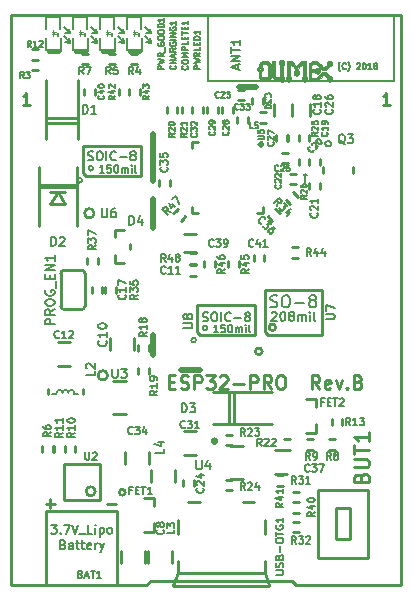
<source format=gbr>
G04 #@! TF.GenerationSoftware,KiCad,Pcbnew,no-vcs-found-bf44d39~61~ubuntu16.04.1*
G04 #@! TF.CreationDate,2018-01-10T12:05:20+02:00*
G04 #@! TF.ProjectId,ESP32-PRO_Rev_B,45535033322D50524F5F5265765F422E,C*
G04 #@! TF.SameCoordinates,Original*
G04 #@! TF.FileFunction,Legend,Top*
G04 #@! TF.FilePolarity,Positive*
%FSLAX46Y46*%
G04 Gerber Fmt 4.6, Leading zero omitted, Abs format (unit mm)*
G04 Created by KiCad (PCBNEW no-vcs-found-bf44d39~61~ubuntu16.04.1) date Wed Jan 10 12:05:20 2018*
%MOMM*%
%LPD*%
G01*
G04 APERTURE LIST*
%ADD10C,0.508000*%
%ADD11C,0.254000*%
%ADD12C,0.127000*%
%ADD13C,0.190500*%
%ADD14C,0.250000*%
%ADD15C,0.203200*%
%ADD16C,0.200000*%
%ADD17C,0.009000*%
%ADD18C,0.100000*%
%ADD19C,0.050000*%
%ADD20C,0.150000*%
%ADD21C,0.400000*%
%ADD22C,0.158750*%
G04 APERTURE END LIST*
D10*
X147750000Y-67000000D02*
X147750000Y-67000000D01*
X146250000Y-67000000D02*
X147750000Y-67000000D01*
D11*
X143000000Y-91000000D02*
X143000000Y-91000000D01*
D10*
X141400000Y-91000000D02*
X143000000Y-91000000D01*
D11*
X139000000Y-89750000D02*
X139000000Y-89750000D01*
D10*
X139000000Y-88000000D02*
X139000000Y-89750000D01*
D11*
X139000000Y-79000000D02*
X139000000Y-79000000D01*
D10*
X139000000Y-76500000D02*
X139000000Y-79000000D01*
D12*
X151892000Y-74358500D02*
X151765000Y-74485500D01*
X151892000Y-74358500D02*
X152019000Y-74485500D01*
X151892000Y-75057000D02*
X151892000Y-74358500D01*
D11*
X144409305Y-97028000D02*
G75*
G03X144409305Y-97028000I-200805J0D01*
G01*
X136652000Y-101346000D02*
G75*
G03X136652000Y-101346000I-254000J0D01*
G01*
X159040285Y-68531619D02*
X158459714Y-68531619D01*
X158750000Y-68531619D02*
X158750000Y-67515619D01*
X158653238Y-67660761D01*
X158556476Y-67757523D01*
X158459714Y-67805904D01*
X135148609Y-91440000D02*
G75*
G03X135148609Y-91440000I-401609J0D01*
G01*
X134005609Y-77724000D02*
G75*
G03X134005609Y-77724000I-401609J0D01*
G01*
D10*
X139000000Y-75000000D02*
X139000000Y-71000000D01*
D13*
X130374571Y-104071964D02*
X130846285Y-104071964D01*
X130592285Y-104362250D01*
X130701142Y-104362250D01*
X130773714Y-104398535D01*
X130810000Y-104434821D01*
X130846285Y-104507392D01*
X130846285Y-104688821D01*
X130810000Y-104761392D01*
X130773714Y-104797678D01*
X130701142Y-104833964D01*
X130483428Y-104833964D01*
X130410857Y-104797678D01*
X130374571Y-104761392D01*
X131172857Y-104761392D02*
X131209142Y-104797678D01*
X131172857Y-104833964D01*
X131136571Y-104797678D01*
X131172857Y-104761392D01*
X131172857Y-104833964D01*
X131463142Y-104071964D02*
X131971142Y-104071964D01*
X131644571Y-104833964D01*
X132152571Y-104071964D02*
X132406571Y-104833964D01*
X132660571Y-104071964D01*
X132733142Y-104906535D02*
X133313714Y-104906535D01*
X133858000Y-104833964D02*
X133495142Y-104833964D01*
X133495142Y-104071964D01*
X134112000Y-104833964D02*
X134112000Y-104325964D01*
X134112000Y-104071964D02*
X134075714Y-104108250D01*
X134112000Y-104144535D01*
X134148285Y-104108250D01*
X134112000Y-104071964D01*
X134112000Y-104144535D01*
X134474857Y-104325964D02*
X134474857Y-105087964D01*
X134474857Y-104362250D02*
X134547428Y-104325964D01*
X134692571Y-104325964D01*
X134765142Y-104362250D01*
X134801428Y-104398535D01*
X134837714Y-104471107D01*
X134837714Y-104688821D01*
X134801428Y-104761392D01*
X134765142Y-104797678D01*
X134692571Y-104833964D01*
X134547428Y-104833964D01*
X134474857Y-104797678D01*
X135273142Y-104833964D02*
X135200571Y-104797678D01*
X135164285Y-104761392D01*
X135128000Y-104688821D01*
X135128000Y-104471107D01*
X135164285Y-104398535D01*
X135200571Y-104362250D01*
X135273142Y-104325964D01*
X135382000Y-104325964D01*
X135454571Y-104362250D01*
X135490857Y-104398535D01*
X135527142Y-104471107D01*
X135527142Y-104688821D01*
X135490857Y-104761392D01*
X135454571Y-104797678D01*
X135382000Y-104833964D01*
X135273142Y-104833964D01*
X131390571Y-105768321D02*
X131499428Y-105804607D01*
X131535714Y-105840892D01*
X131572000Y-105913464D01*
X131572000Y-106022321D01*
X131535714Y-106094892D01*
X131499428Y-106131178D01*
X131426857Y-106167464D01*
X131136571Y-106167464D01*
X131136571Y-105405464D01*
X131390571Y-105405464D01*
X131463142Y-105441750D01*
X131499428Y-105478035D01*
X131535714Y-105550607D01*
X131535714Y-105623178D01*
X131499428Y-105695750D01*
X131463142Y-105732035D01*
X131390571Y-105768321D01*
X131136571Y-105768321D01*
X132225142Y-106167464D02*
X132225142Y-105768321D01*
X132188857Y-105695750D01*
X132116285Y-105659464D01*
X131971142Y-105659464D01*
X131898571Y-105695750D01*
X132225142Y-106131178D02*
X132152571Y-106167464D01*
X131971142Y-106167464D01*
X131898571Y-106131178D01*
X131862285Y-106058607D01*
X131862285Y-105986035D01*
X131898571Y-105913464D01*
X131971142Y-105877178D01*
X132152571Y-105877178D01*
X132225142Y-105840892D01*
X132479142Y-105659464D02*
X132769428Y-105659464D01*
X132588000Y-105405464D02*
X132588000Y-106058607D01*
X132624285Y-106131178D01*
X132696857Y-106167464D01*
X132769428Y-106167464D01*
X132914571Y-105659464D02*
X133204857Y-105659464D01*
X133023428Y-105405464D02*
X133023428Y-106058607D01*
X133059714Y-106131178D01*
X133132285Y-106167464D01*
X133204857Y-106167464D01*
X133749142Y-106131178D02*
X133676571Y-106167464D01*
X133531428Y-106167464D01*
X133458857Y-106131178D01*
X133422571Y-106058607D01*
X133422571Y-105768321D01*
X133458857Y-105695750D01*
X133531428Y-105659464D01*
X133676571Y-105659464D01*
X133749142Y-105695750D01*
X133785428Y-105768321D01*
X133785428Y-105840892D01*
X133422571Y-105913464D01*
X134112000Y-106167464D02*
X134112000Y-105659464D01*
X134112000Y-105804607D02*
X134148285Y-105732035D01*
X134184571Y-105695750D01*
X134257142Y-105659464D01*
X134329714Y-105659464D01*
X134511142Y-105659464D02*
X134692571Y-106167464D01*
X134874000Y-105659464D02*
X134692571Y-106167464D01*
X134620000Y-106348892D01*
X134583714Y-106385178D01*
X134511142Y-106421464D01*
D14*
X135128047Y-102306428D02*
X135889952Y-102306428D01*
D12*
X154849285Y-65701333D02*
X154825095Y-65677142D01*
X154776714Y-65604571D01*
X154752523Y-65556190D01*
X154728333Y-65483619D01*
X154704142Y-65362666D01*
X154704142Y-65265904D01*
X154728333Y-65144952D01*
X154752523Y-65072380D01*
X154776714Y-65024000D01*
X154825095Y-64951428D01*
X154849285Y-64927238D01*
X155333095Y-65459428D02*
X155308904Y-65483619D01*
X155236333Y-65507809D01*
X155187952Y-65507809D01*
X155115380Y-65483619D01*
X155067000Y-65435238D01*
X155042809Y-65386857D01*
X155018619Y-65290095D01*
X155018619Y-65217523D01*
X155042809Y-65120761D01*
X155067000Y-65072380D01*
X155115380Y-65024000D01*
X155187952Y-64999809D01*
X155236333Y-64999809D01*
X155308904Y-65024000D01*
X155333095Y-65048190D01*
X155502428Y-65701333D02*
X155526619Y-65677142D01*
X155575000Y-65604571D01*
X155599190Y-65556190D01*
X155623380Y-65483619D01*
X155647571Y-65362666D01*
X155647571Y-65265904D01*
X155623380Y-65144952D01*
X155599190Y-65072380D01*
X155575000Y-65024000D01*
X155526619Y-64951428D01*
X155502428Y-64927238D01*
X156252333Y-65048190D02*
X156276523Y-65024000D01*
X156324904Y-64999809D01*
X156445857Y-64999809D01*
X156494238Y-65024000D01*
X156518428Y-65048190D01*
X156542619Y-65096571D01*
X156542619Y-65144952D01*
X156518428Y-65217523D01*
X156228142Y-65507809D01*
X156542619Y-65507809D01*
X156857095Y-64999809D02*
X156905476Y-64999809D01*
X156953857Y-65024000D01*
X156978047Y-65048190D01*
X157002238Y-65096571D01*
X157026428Y-65193333D01*
X157026428Y-65314285D01*
X157002238Y-65411047D01*
X156978047Y-65459428D01*
X156953857Y-65483619D01*
X156905476Y-65507809D01*
X156857095Y-65507809D01*
X156808714Y-65483619D01*
X156784523Y-65459428D01*
X156760333Y-65411047D01*
X156736142Y-65314285D01*
X156736142Y-65193333D01*
X156760333Y-65096571D01*
X156784523Y-65048190D01*
X156808714Y-65024000D01*
X156857095Y-64999809D01*
X157510238Y-65507809D02*
X157219952Y-65507809D01*
X157365095Y-65507809D02*
X157365095Y-64999809D01*
X157316714Y-65072380D01*
X157268333Y-65120761D01*
X157219952Y-65144952D01*
X157800523Y-65217523D02*
X157752142Y-65193333D01*
X157727952Y-65169142D01*
X157703761Y-65120761D01*
X157703761Y-65096571D01*
X157727952Y-65048190D01*
X157752142Y-65024000D01*
X157800523Y-64999809D01*
X157897285Y-64999809D01*
X157945666Y-65024000D01*
X157969857Y-65048190D01*
X157994047Y-65096571D01*
X157994047Y-65120761D01*
X157969857Y-65169142D01*
X157945666Y-65193333D01*
X157897285Y-65217523D01*
X157800523Y-65217523D01*
X157752142Y-65241714D01*
X157727952Y-65265904D01*
X157703761Y-65314285D01*
X157703761Y-65411047D01*
X157727952Y-65459428D01*
X157752142Y-65483619D01*
X157800523Y-65507809D01*
X157897285Y-65507809D01*
X157945666Y-65483619D01*
X157969857Y-65459428D01*
X157994047Y-65411047D01*
X157994047Y-65314285D01*
X157969857Y-65265904D01*
X157945666Y-65241714D01*
X157897285Y-65217523D01*
D11*
X151130000Y-109220000D02*
X160020000Y-109220000D01*
X150749000Y-108839000D02*
X151130000Y-109220000D01*
X138811000Y-108839000D02*
X150749000Y-108839000D01*
X138430000Y-109220000D02*
X138811000Y-108839000D01*
X127000000Y-109220000D02*
X138430000Y-109220000D01*
X140353142Y-91993357D02*
X140734142Y-91993357D01*
X140897428Y-92592071D02*
X140353142Y-92592071D01*
X140353142Y-91449071D01*
X140897428Y-91449071D01*
X141332857Y-92537642D02*
X141496142Y-92592071D01*
X141768285Y-92592071D01*
X141877142Y-92537642D01*
X141931571Y-92483214D01*
X141986000Y-92374357D01*
X141986000Y-92265500D01*
X141931571Y-92156642D01*
X141877142Y-92102214D01*
X141768285Y-92047785D01*
X141550571Y-91993357D01*
X141441714Y-91938928D01*
X141387285Y-91884500D01*
X141332857Y-91775642D01*
X141332857Y-91666785D01*
X141387285Y-91557928D01*
X141441714Y-91503500D01*
X141550571Y-91449071D01*
X141822714Y-91449071D01*
X141986000Y-91503500D01*
X142475857Y-92592071D02*
X142475857Y-91449071D01*
X142911285Y-91449071D01*
X143020142Y-91503500D01*
X143074571Y-91557928D01*
X143129000Y-91666785D01*
X143129000Y-91830071D01*
X143074571Y-91938928D01*
X143020142Y-91993357D01*
X142911285Y-92047785D01*
X142475857Y-92047785D01*
X143510000Y-91449071D02*
X144217571Y-91449071D01*
X143836571Y-91884500D01*
X143999857Y-91884500D01*
X144108714Y-91938928D01*
X144163142Y-91993357D01*
X144217571Y-92102214D01*
X144217571Y-92374357D01*
X144163142Y-92483214D01*
X144108714Y-92537642D01*
X143999857Y-92592071D01*
X143673285Y-92592071D01*
X143564428Y-92537642D01*
X143510000Y-92483214D01*
X144653000Y-91557928D02*
X144707428Y-91503500D01*
X144816285Y-91449071D01*
X145088428Y-91449071D01*
X145197285Y-91503500D01*
X145251714Y-91557928D01*
X145306142Y-91666785D01*
X145306142Y-91775642D01*
X145251714Y-91938928D01*
X144598571Y-92592071D01*
X145306142Y-92592071D01*
X145796000Y-92156642D02*
X146666857Y-92156642D01*
X147211142Y-92592071D02*
X147211142Y-91449071D01*
X147646571Y-91449071D01*
X147755428Y-91503500D01*
X147809857Y-91557928D01*
X147864285Y-91666785D01*
X147864285Y-91830071D01*
X147809857Y-91938928D01*
X147755428Y-91993357D01*
X147646571Y-92047785D01*
X147211142Y-92047785D01*
X149007285Y-92592071D02*
X148626285Y-92047785D01*
X148354142Y-92592071D02*
X148354142Y-91449071D01*
X148789571Y-91449071D01*
X148898428Y-91503500D01*
X148952857Y-91557928D01*
X149007285Y-91666785D01*
X149007285Y-91830071D01*
X148952857Y-91938928D01*
X148898428Y-91993357D01*
X148789571Y-92047785D01*
X148354142Y-92047785D01*
X149714857Y-91449071D02*
X149932571Y-91449071D01*
X150041428Y-91503500D01*
X150150285Y-91612357D01*
X150204714Y-91830071D01*
X150204714Y-92211071D01*
X150150285Y-92428785D01*
X150041428Y-92537642D01*
X149932571Y-92592071D01*
X149714857Y-92592071D01*
X149606000Y-92537642D01*
X149497142Y-92428785D01*
X149442714Y-92211071D01*
X149442714Y-91830071D01*
X149497142Y-91612357D01*
X149606000Y-91503500D01*
X149714857Y-91449071D01*
X153089428Y-92592071D02*
X152708428Y-92047785D01*
X152436285Y-92592071D02*
X152436285Y-91449071D01*
X152871714Y-91449071D01*
X152980571Y-91503500D01*
X153035000Y-91557928D01*
X153089428Y-91666785D01*
X153089428Y-91830071D01*
X153035000Y-91938928D01*
X152980571Y-91993357D01*
X152871714Y-92047785D01*
X152436285Y-92047785D01*
X154014714Y-92537642D02*
X153905857Y-92592071D01*
X153688142Y-92592071D01*
X153579285Y-92537642D01*
X153524857Y-92428785D01*
X153524857Y-91993357D01*
X153579285Y-91884500D01*
X153688142Y-91830071D01*
X153905857Y-91830071D01*
X154014714Y-91884500D01*
X154069142Y-91993357D01*
X154069142Y-92102214D01*
X153524857Y-92211071D01*
X154450142Y-91830071D02*
X154722285Y-92592071D01*
X154994428Y-91830071D01*
X155429857Y-92483214D02*
X155484285Y-92537642D01*
X155429857Y-92592071D01*
X155375428Y-92537642D01*
X155429857Y-92483214D01*
X155429857Y-92592071D01*
X156355142Y-91993357D02*
X156518428Y-92047785D01*
X156572857Y-92102214D01*
X156627285Y-92211071D01*
X156627285Y-92374357D01*
X156572857Y-92483214D01*
X156518428Y-92537642D01*
X156409571Y-92592071D01*
X155974142Y-92592071D01*
X155974142Y-91449071D01*
X156355142Y-91449071D01*
X156464000Y-91503500D01*
X156518428Y-91557928D01*
X156572857Y-91666785D01*
X156572857Y-91775642D01*
X156518428Y-91884500D01*
X156464000Y-91938928D01*
X156355142Y-91993357D01*
X155974142Y-91993357D01*
X128560285Y-68531619D02*
X127979714Y-68531619D01*
X128270000Y-68531619D02*
X128270000Y-67515619D01*
X128173238Y-67660761D01*
X128076476Y-67757523D01*
X127979714Y-67805904D01*
D14*
X129921047Y-102306428D02*
X130682952Y-102306428D01*
X130302000Y-102687380D02*
X130302000Y-101925476D01*
D11*
X127000000Y-60960000D02*
X160020000Y-60960000D01*
X127000000Y-109220000D02*
X127000000Y-60960000D01*
X160020000Y-109220000D02*
X160020000Y-60960000D01*
X152781000Y-96291400D02*
X152781000Y-95580200D01*
X151942800Y-96291400D02*
X152781000Y-96291400D01*
X151942800Y-93446600D02*
X152781000Y-93446600D01*
X152781000Y-94157800D02*
X152781000Y-93446600D01*
X157167000Y-101113000D02*
X152967000Y-101113000D01*
X152967000Y-101113000D02*
X152967000Y-106913000D01*
X152967000Y-106913000D02*
X157167000Y-106913000D01*
X157167000Y-106913000D02*
X157167000Y-101113000D01*
X154467000Y-102713000D02*
X154467000Y-105313000D01*
X154467000Y-105313000D02*
X155667000Y-105313000D01*
X155667000Y-102713000D02*
X155667000Y-105313000D01*
X154467000Y-102713000D02*
X155667000Y-102713000D01*
D15*
X143580566Y-87433680D02*
G75*
G03X143580566Y-87433680I-197566J0D01*
G01*
D11*
X142711000Y-85528680D02*
X147611000Y-85528680D01*
X142711000Y-87798680D02*
X142711000Y-85528680D01*
X143011000Y-88068680D02*
X142711000Y-87798680D01*
X147611000Y-88068680D02*
X143011000Y-88068680D01*
X147611000Y-85528680D02*
X147611000Y-88068680D01*
D15*
X142633146Y-88462380D02*
G75*
G03X142633146Y-88462380I-197566J0D01*
G01*
D11*
X148478240Y-84206080D02*
X153273760Y-84206080D01*
X148742400Y-88005920D02*
X148478240Y-87739220D01*
X153273760Y-88005920D02*
X148742400Y-88005920D01*
X148463000Y-84201000D02*
X148463000Y-87757000D01*
X153289000Y-84201000D02*
X153289000Y-88011000D01*
X148238981Y-89408000D02*
G75*
G03X148238981Y-89408000I-283981J0D01*
G01*
X149381981Y-87376000D02*
G75*
G03X149381981Y-87376000I-283981J0D01*
G01*
X146608800Y-100203000D02*
X145478500Y-100203000D01*
X146608800Y-97396300D02*
X145478500Y-97396300D01*
X139065000Y-104673400D02*
X139065000Y-103962200D01*
X138226800Y-104673400D02*
X139065000Y-104673400D01*
X138226800Y-101828600D02*
X139065000Y-101828600D01*
X139065000Y-102539800D02*
X139065000Y-101828600D01*
X134469000Y-98957000D02*
X134469000Y-101957000D01*
X134109512Y-101257000D02*
G75*
G03X134109512Y-101257000I-390512J0D01*
G01*
X134469000Y-98957000D02*
X131469000Y-98957000D01*
X131469000Y-98957000D02*
X131469000Y-101957000D01*
X131469000Y-101957000D02*
X134469000Y-101957000D01*
X133072000Y-93037000D02*
X133072000Y-92637000D01*
X130072000Y-93037000D02*
X130072000Y-92637000D01*
D16*
X131322000Y-92937000D02*
G75*
G02X131822000Y-92937000I250000J0D01*
G01*
X130822000Y-92937000D02*
G75*
G02X131322000Y-92937000I250000J0D01*
G01*
X131822000Y-92937000D02*
G75*
G02X132322000Y-92937000I250000J0D01*
G01*
X130822000Y-92987000D02*
X130472000Y-92987000D01*
X132322000Y-92987000D02*
X132672000Y-92987000D01*
D11*
X136702800Y-94742000D02*
X135572500Y-94742000D01*
X136702800Y-91935300D02*
X135572500Y-91935300D01*
X142325800Y-71679800D02*
X142833800Y-71679800D01*
X142325800Y-72187800D02*
X142325800Y-71679800D01*
X142325800Y-77674200D02*
X142325800Y-77166200D01*
X142833800Y-77674200D02*
X142325800Y-77674200D01*
X148320200Y-77674200D02*
X148320200Y-77166200D01*
X147812200Y-77674200D02*
X148320200Y-77674200D01*
X148296605Y-71883000D02*
G75*
G03X148296605Y-71883000I-179605J0D01*
G01*
X140716000Y-109220000D02*
X141097000Y-108204000D01*
X148844000Y-109220000D02*
X148463000Y-108204000D01*
X148480000Y-103691000D02*
X148480000Y-104891000D01*
X141080000Y-108191000D02*
X141080000Y-107191000D01*
X148844000Y-109291000D02*
X140716000Y-109291000D01*
X148480000Y-107191000D02*
X148480000Y-108191000D01*
X147580000Y-102191000D02*
X146580000Y-102191000D01*
X142980000Y-102191000D02*
X141980000Y-102191000D01*
X141080000Y-103691000D02*
X141080000Y-104891000D01*
X148480000Y-108191000D02*
X141080000Y-108191000D01*
X140589000Y-106299000D02*
X140589000Y-107315000D01*
X138557000Y-106299000D02*
X138557000Y-107315000D01*
X140843000Y-100457000D02*
X140843000Y-99441000D01*
X138811000Y-100457000D02*
X138811000Y-99441000D01*
X150177500Y-72580500D02*
X149923500Y-72580500D01*
X150177500Y-72580500D02*
X150431500Y-72580500D01*
X150177500Y-73469500D02*
X150431500Y-73469500D01*
X150177500Y-73469500D02*
X149923500Y-73469500D01*
X155956000Y-74295000D02*
X155956000Y-73787000D01*
X153416000Y-74295000D02*
X153416000Y-73787000D01*
D17*
G36*
X150125973Y-64981916D02*
X150118647Y-65035002D01*
X150097880Y-65086066D01*
X150079533Y-65113862D01*
X150059762Y-65136796D01*
X150038316Y-65157611D01*
X150030091Y-65164295D01*
X150005200Y-65182750D01*
X150004990Y-65596135D01*
X150004780Y-66009520D01*
X149959060Y-66009520D01*
X149959060Y-64977010D01*
X149955993Y-64942815D01*
X149945425Y-64920758D01*
X149925302Y-64908743D01*
X149893571Y-64904675D01*
X149888126Y-64904620D01*
X149862471Y-64906395D01*
X149841642Y-64910928D01*
X149834368Y-64914349D01*
X149821147Y-64932345D01*
X149814167Y-64958891D01*
X149813437Y-64988667D01*
X149818968Y-65016350D01*
X149830768Y-65036617D01*
X149834138Y-65039503D01*
X149854243Y-65047286D01*
X149881749Y-65049836D01*
X149910520Y-65047449D01*
X149934420Y-65040426D01*
X149943820Y-65034160D01*
X149953675Y-65019476D01*
X149958275Y-64998019D01*
X149959060Y-64977010D01*
X149959060Y-66009520D01*
X149886670Y-66009520D01*
X149768560Y-66009520D01*
X149768538Y-65596135D01*
X149768516Y-65182750D01*
X149745201Y-65167510D01*
X149722413Y-65147852D01*
X149697732Y-65119103D01*
X149675010Y-65086288D01*
X149658096Y-65054432D01*
X149657549Y-65053138D01*
X149647092Y-65011865D01*
X149645886Y-64964699D01*
X149653640Y-64917625D01*
X149665735Y-64884796D01*
X149696619Y-64836660D01*
X149738067Y-64793707D01*
X149785441Y-64760609D01*
X149792757Y-64756791D01*
X149842277Y-64740142D01*
X149895753Y-64735996D01*
X149948427Y-64744355D01*
X149980583Y-64756791D01*
X150032067Y-64789713D01*
X150072907Y-64830705D01*
X150102544Y-64877748D01*
X150120419Y-64928825D01*
X150125973Y-64981916D01*
X150125973Y-64981916D01*
G37*
X150125973Y-64981916D02*
X150118647Y-65035002D01*
X150097880Y-65086066D01*
X150079533Y-65113862D01*
X150059762Y-65136796D01*
X150038316Y-65157611D01*
X150030091Y-65164295D01*
X150005200Y-65182750D01*
X150004990Y-65596135D01*
X150004780Y-66009520D01*
X149959060Y-66009520D01*
X149959060Y-64977010D01*
X149955993Y-64942815D01*
X149945425Y-64920758D01*
X149925302Y-64908743D01*
X149893571Y-64904675D01*
X149888126Y-64904620D01*
X149862471Y-64906395D01*
X149841642Y-64910928D01*
X149834368Y-64914349D01*
X149821147Y-64932345D01*
X149814167Y-64958891D01*
X149813437Y-64988667D01*
X149818968Y-65016350D01*
X149830768Y-65036617D01*
X149834138Y-65039503D01*
X149854243Y-65047286D01*
X149881749Y-65049836D01*
X149910520Y-65047449D01*
X149934420Y-65040426D01*
X149943820Y-65034160D01*
X149953675Y-65019476D01*
X149958275Y-64998019D01*
X149959060Y-64977010D01*
X149959060Y-66009520D01*
X149886670Y-66009520D01*
X149768560Y-66009520D01*
X149768538Y-65596135D01*
X149768516Y-65182750D01*
X149745201Y-65167510D01*
X149722413Y-65147852D01*
X149697732Y-65119103D01*
X149675010Y-65086288D01*
X149658096Y-65054432D01*
X149657549Y-65053138D01*
X149647092Y-65011865D01*
X149645886Y-64964699D01*
X149653640Y-64917625D01*
X149665735Y-64884796D01*
X149696619Y-64836660D01*
X149738067Y-64793707D01*
X149785441Y-64760609D01*
X149792757Y-64756791D01*
X149842277Y-64740142D01*
X149895753Y-64735996D01*
X149948427Y-64744355D01*
X149980583Y-64756791D01*
X150032067Y-64789713D01*
X150072907Y-64830705D01*
X150102544Y-64877748D01*
X150120419Y-64928825D01*
X150125973Y-64981916D01*
G36*
X148977319Y-65669469D02*
X148977196Y-65750315D01*
X148976828Y-65829484D01*
X148976215Y-65905439D01*
X148975356Y-65976645D01*
X148974251Y-66041565D01*
X148972900Y-66098665D01*
X148971301Y-66146407D01*
X148969455Y-66183258D01*
X148967361Y-66207680D01*
X148965436Y-66217410D01*
X148956077Y-66231554D01*
X148937708Y-66253533D01*
X148912511Y-66281183D01*
X148882672Y-66312335D01*
X148850374Y-66344824D01*
X148817802Y-66376484D01*
X148787138Y-66405148D01*
X148760568Y-66428650D01*
X148740274Y-66444824D01*
X148739860Y-66445073D01*
X148739860Y-66128070D01*
X148739860Y-65663221D01*
X148739860Y-65198372D01*
X148688629Y-65146746D01*
X148637399Y-65095120D01*
X148458316Y-65095120D01*
X148279232Y-65095120D01*
X148227606Y-65146351D01*
X148203714Y-65170358D01*
X148188636Y-65187321D01*
X148180344Y-65200906D01*
X148176812Y-65214780D01*
X148176012Y-65232609D01*
X148176002Y-65239696D01*
X148176817Y-65264693D01*
X148180666Y-65279776D01*
X148189707Y-65290243D01*
X148199339Y-65297050D01*
X148224007Y-65318443D01*
X148249443Y-65349045D01*
X148271743Y-65383561D01*
X148286520Y-65415302D01*
X148297400Y-65468092D01*
X148294596Y-65522326D01*
X148279045Y-65575152D01*
X148251684Y-65623717D01*
X148213449Y-65665166D01*
X148201291Y-65674835D01*
X148176400Y-65693290D01*
X148176190Y-65906459D01*
X148175980Y-66119627D01*
X148227211Y-66171254D01*
X148278441Y-66222880D01*
X148461321Y-66222880D01*
X148644200Y-66222880D01*
X148692030Y-66175475D01*
X148739860Y-66128070D01*
X148739860Y-66445073D01*
X148729839Y-66451102D01*
X148714810Y-66453766D01*
X148686967Y-66455904D01*
X148648595Y-66457531D01*
X148601978Y-66458660D01*
X148549400Y-66459304D01*
X148493144Y-66459478D01*
X148435497Y-66459195D01*
X148378740Y-66458470D01*
X148325160Y-66457314D01*
X148277039Y-66455743D01*
X148236663Y-66453770D01*
X148206314Y-66451409D01*
X148188279Y-66448672D01*
X148185748Y-66447842D01*
X148170702Y-66438161D01*
X148147750Y-66419578D01*
X148130260Y-66404121D01*
X148130260Y-65487550D01*
X148127193Y-65453355D01*
X148116625Y-65431298D01*
X148096502Y-65419283D01*
X148064771Y-65415215D01*
X148059326Y-65415160D01*
X148033671Y-65416935D01*
X148012842Y-65421468D01*
X148005568Y-65424889D01*
X147992347Y-65442885D01*
X147985367Y-65469431D01*
X147984637Y-65499207D01*
X147990168Y-65526890D01*
X148001968Y-65547157D01*
X148005338Y-65550043D01*
X148025443Y-65557826D01*
X148052949Y-65560376D01*
X148081720Y-65557989D01*
X148105620Y-65550966D01*
X148115020Y-65544700D01*
X148124875Y-65530016D01*
X148129475Y-65508559D01*
X148130260Y-65487550D01*
X148130260Y-66404121D01*
X148119142Y-66394295D01*
X148087127Y-66364509D01*
X148053953Y-66332423D01*
X148021872Y-66300234D01*
X147993131Y-66270144D01*
X147969980Y-66244352D01*
X147954669Y-66225058D01*
X147950136Y-66217410D01*
X147947109Y-66206799D01*
X147944687Y-66189833D01*
X147942815Y-66165081D01*
X147941439Y-66131113D01*
X147940505Y-66086498D01*
X147939958Y-66029806D01*
X147939746Y-65959605D01*
X147939738Y-65943090D01*
X147939716Y-65693290D01*
X147916401Y-65678050D01*
X147893613Y-65658392D01*
X147868932Y-65629643D01*
X147846210Y-65596828D01*
X147829296Y-65564972D01*
X147828749Y-65563678D01*
X147820498Y-65531773D01*
X147817355Y-65492296D01*
X147819317Y-65452035D01*
X147826386Y-65417775D01*
X147828749Y-65411422D01*
X147845320Y-65379723D01*
X147867869Y-65346845D01*
X147892544Y-65317813D01*
X147915496Y-65297652D01*
X147916401Y-65297050D01*
X147939716Y-65281810D01*
X147939738Y-65208011D01*
X147940565Y-65173419D01*
X147942761Y-65142387D01*
X147945935Y-65119589D01*
X147947756Y-65112761D01*
X147956218Y-65099425D01*
X147973811Y-65077949D01*
X147998415Y-65050473D01*
X148027908Y-65019132D01*
X148060168Y-64986067D01*
X148093076Y-64953414D01*
X148124508Y-64923312D01*
X148152344Y-64897899D01*
X148174462Y-64879313D01*
X148188742Y-64869692D01*
X148189070Y-64869545D01*
X148204337Y-64866317D01*
X148232520Y-64863613D01*
X148271305Y-64861434D01*
X148318377Y-64859782D01*
X148371421Y-64858656D01*
X148428123Y-64858059D01*
X148486167Y-64857991D01*
X148543240Y-64858454D01*
X148597026Y-64859448D01*
X148645210Y-64860976D01*
X148685479Y-64863038D01*
X148715517Y-64865635D01*
X148733009Y-64868768D01*
X148734390Y-64869276D01*
X148749011Y-64878892D01*
X148771405Y-64897763D01*
X148799368Y-64923624D01*
X148830698Y-64954211D01*
X148863192Y-64987257D01*
X148894646Y-65020498D01*
X148922858Y-65051667D01*
X148945625Y-65078499D01*
X148960743Y-65098729D01*
X148965156Y-65106585D01*
X148967462Y-65119744D01*
X148969527Y-65146583D01*
X148971350Y-65185565D01*
X148972931Y-65235156D01*
X148974271Y-65293819D01*
X148975367Y-65360019D01*
X148976221Y-65432219D01*
X148976831Y-65508885D01*
X148977197Y-65588480D01*
X148977319Y-65669469D01*
X148977319Y-65669469D01*
G37*
X148977319Y-65669469D02*
X148977196Y-65750315D01*
X148976828Y-65829484D01*
X148976215Y-65905439D01*
X148975356Y-65976645D01*
X148974251Y-66041565D01*
X148972900Y-66098665D01*
X148971301Y-66146407D01*
X148969455Y-66183258D01*
X148967361Y-66207680D01*
X148965436Y-66217410D01*
X148956077Y-66231554D01*
X148937708Y-66253533D01*
X148912511Y-66281183D01*
X148882672Y-66312335D01*
X148850374Y-66344824D01*
X148817802Y-66376484D01*
X148787138Y-66405148D01*
X148760568Y-66428650D01*
X148740274Y-66444824D01*
X148739860Y-66445073D01*
X148739860Y-66128070D01*
X148739860Y-65663221D01*
X148739860Y-65198372D01*
X148688629Y-65146746D01*
X148637399Y-65095120D01*
X148458316Y-65095120D01*
X148279232Y-65095120D01*
X148227606Y-65146351D01*
X148203714Y-65170358D01*
X148188636Y-65187321D01*
X148180344Y-65200906D01*
X148176812Y-65214780D01*
X148176012Y-65232609D01*
X148176002Y-65239696D01*
X148176817Y-65264693D01*
X148180666Y-65279776D01*
X148189707Y-65290243D01*
X148199339Y-65297050D01*
X148224007Y-65318443D01*
X148249443Y-65349045D01*
X148271743Y-65383561D01*
X148286520Y-65415302D01*
X148297400Y-65468092D01*
X148294596Y-65522326D01*
X148279045Y-65575152D01*
X148251684Y-65623717D01*
X148213449Y-65665166D01*
X148201291Y-65674835D01*
X148176400Y-65693290D01*
X148176190Y-65906459D01*
X148175980Y-66119627D01*
X148227211Y-66171254D01*
X148278441Y-66222880D01*
X148461321Y-66222880D01*
X148644200Y-66222880D01*
X148692030Y-66175475D01*
X148739860Y-66128070D01*
X148739860Y-66445073D01*
X148729839Y-66451102D01*
X148714810Y-66453766D01*
X148686967Y-66455904D01*
X148648595Y-66457531D01*
X148601978Y-66458660D01*
X148549400Y-66459304D01*
X148493144Y-66459478D01*
X148435497Y-66459195D01*
X148378740Y-66458470D01*
X148325160Y-66457314D01*
X148277039Y-66455743D01*
X148236663Y-66453770D01*
X148206314Y-66451409D01*
X148188279Y-66448672D01*
X148185748Y-66447842D01*
X148170702Y-66438161D01*
X148147750Y-66419578D01*
X148130260Y-66404121D01*
X148130260Y-65487550D01*
X148127193Y-65453355D01*
X148116625Y-65431298D01*
X148096502Y-65419283D01*
X148064771Y-65415215D01*
X148059326Y-65415160D01*
X148033671Y-65416935D01*
X148012842Y-65421468D01*
X148005568Y-65424889D01*
X147992347Y-65442885D01*
X147985367Y-65469431D01*
X147984637Y-65499207D01*
X147990168Y-65526890D01*
X148001968Y-65547157D01*
X148005338Y-65550043D01*
X148025443Y-65557826D01*
X148052949Y-65560376D01*
X148081720Y-65557989D01*
X148105620Y-65550966D01*
X148115020Y-65544700D01*
X148124875Y-65530016D01*
X148129475Y-65508559D01*
X148130260Y-65487550D01*
X148130260Y-66404121D01*
X148119142Y-66394295D01*
X148087127Y-66364509D01*
X148053953Y-66332423D01*
X148021872Y-66300234D01*
X147993131Y-66270144D01*
X147969980Y-66244352D01*
X147954669Y-66225058D01*
X147950136Y-66217410D01*
X147947109Y-66206799D01*
X147944687Y-66189833D01*
X147942815Y-66165081D01*
X147941439Y-66131113D01*
X147940505Y-66086498D01*
X147939958Y-66029806D01*
X147939746Y-65959605D01*
X147939738Y-65943090D01*
X147939716Y-65693290D01*
X147916401Y-65678050D01*
X147893613Y-65658392D01*
X147868932Y-65629643D01*
X147846210Y-65596828D01*
X147829296Y-65564972D01*
X147828749Y-65563678D01*
X147820498Y-65531773D01*
X147817355Y-65492296D01*
X147819317Y-65452035D01*
X147826386Y-65417775D01*
X147828749Y-65411422D01*
X147845320Y-65379723D01*
X147867869Y-65346845D01*
X147892544Y-65317813D01*
X147915496Y-65297652D01*
X147916401Y-65297050D01*
X147939716Y-65281810D01*
X147939738Y-65208011D01*
X147940565Y-65173419D01*
X147942761Y-65142387D01*
X147945935Y-65119589D01*
X147947756Y-65112761D01*
X147956218Y-65099425D01*
X147973811Y-65077949D01*
X147998415Y-65050473D01*
X148027908Y-65019132D01*
X148060168Y-64986067D01*
X148093076Y-64953414D01*
X148124508Y-64923312D01*
X148152344Y-64897899D01*
X148174462Y-64879313D01*
X148188742Y-64869692D01*
X148189070Y-64869545D01*
X148204337Y-64866317D01*
X148232520Y-64863613D01*
X148271305Y-64861434D01*
X148318377Y-64859782D01*
X148371421Y-64858656D01*
X148428123Y-64858059D01*
X148486167Y-64857991D01*
X148543240Y-64858454D01*
X148597026Y-64859448D01*
X148645210Y-64860976D01*
X148685479Y-64863038D01*
X148715517Y-64865635D01*
X148733009Y-64868768D01*
X148734390Y-64869276D01*
X148749011Y-64878892D01*
X148771405Y-64897763D01*
X148799368Y-64923624D01*
X148830698Y-64954211D01*
X148863192Y-64987257D01*
X148894646Y-65020498D01*
X148922858Y-65051667D01*
X148945625Y-65078499D01*
X148960743Y-65098729D01*
X148965156Y-65106585D01*
X148967462Y-65119744D01*
X148969527Y-65146583D01*
X148971350Y-65185565D01*
X148972931Y-65235156D01*
X148974271Y-65293819D01*
X148975367Y-65360019D01*
X148976221Y-65432219D01*
X148976831Y-65508885D01*
X148977197Y-65588480D01*
X148977319Y-65669469D01*
G36*
X154185302Y-66331094D02*
X154183114Y-66379273D01*
X154173154Y-66422558D01*
X154167205Y-66436742D01*
X154143667Y-66473381D01*
X154110921Y-66509932D01*
X154074020Y-66541350D01*
X154043882Y-66559900D01*
X154020520Y-66567751D01*
X154020520Y-66340990D01*
X154017454Y-66306795D01*
X154006885Y-66284738D01*
X153986762Y-66272723D01*
X153955031Y-66268655D01*
X153949586Y-66268600D01*
X153923931Y-66270375D01*
X153903102Y-66274908D01*
X153895828Y-66278329D01*
X153882607Y-66296325D01*
X153875627Y-66322871D01*
X153874897Y-66352647D01*
X153880428Y-66380330D01*
X153892228Y-66400597D01*
X153895597Y-66403483D01*
X153915703Y-66411266D01*
X153943209Y-66413816D01*
X153971980Y-66411429D01*
X153995880Y-66404406D01*
X154005280Y-66398140D01*
X154015135Y-66383456D01*
X154019735Y-66361999D01*
X154020520Y-66340990D01*
X154020520Y-66567751D01*
X154008252Y-66571874D01*
X153965496Y-66578290D01*
X153921877Y-66578784D01*
X153883657Y-66572993D01*
X153873634Y-66569770D01*
X153823767Y-66543326D01*
X153778409Y-66505044D01*
X153740960Y-66458288D01*
X153718783Y-66416577D01*
X153710614Y-66384803D01*
X153707589Y-66345414D01*
X153709685Y-66305131D01*
X153716879Y-66270675D01*
X153719314Y-66264133D01*
X153731480Y-66235015D01*
X153618920Y-66122267D01*
X153506361Y-66009520D01*
X153464311Y-66009520D01*
X153422261Y-66009520D01*
X153178465Y-66254123D01*
X153127437Y-66305019D01*
X153078963Y-66352788D01*
X153034248Y-66396287D01*
X152994496Y-66434369D01*
X152960911Y-66465888D01*
X152934696Y-66489701D01*
X152917057Y-66504660D01*
X152910150Y-66509393D01*
X152894417Y-66512808D01*
X152865922Y-66515628D01*
X152827134Y-66517854D01*
X152780518Y-66519484D01*
X152728543Y-66520516D01*
X152673675Y-66520948D01*
X152618381Y-66520780D01*
X152565129Y-66520009D01*
X152516386Y-66518635D01*
X152474618Y-66516655D01*
X152442294Y-66514069D01*
X152421880Y-66510874D01*
X152418170Y-66509684D01*
X152403549Y-66500068D01*
X152381155Y-66481197D01*
X152353192Y-66455336D01*
X152321862Y-66424749D01*
X152289368Y-66391703D01*
X152257914Y-66358462D01*
X152229702Y-66327293D01*
X152206935Y-66300461D01*
X152191817Y-66280231D01*
X152187404Y-66272375D01*
X152185119Y-66259253D01*
X152183070Y-66232392D01*
X152181257Y-66193292D01*
X152179681Y-66143453D01*
X152178342Y-66084374D01*
X152177239Y-66017556D01*
X152176373Y-65944497D01*
X152175744Y-65866698D01*
X152175351Y-65785658D01*
X152175194Y-65702877D01*
X152175275Y-65619854D01*
X152175591Y-65538089D01*
X152176145Y-65459082D01*
X152176935Y-65384333D01*
X152177961Y-65315340D01*
X152179224Y-65253604D01*
X152180724Y-65200625D01*
X152182460Y-65157901D01*
X152184433Y-65126933D01*
X152186642Y-65109221D01*
X152187404Y-65106585D01*
X152197040Y-65091256D01*
X152215609Y-65068002D01*
X152240910Y-65039089D01*
X152270739Y-65006783D01*
X152302894Y-64973348D01*
X152335171Y-64941050D01*
X152365367Y-64912155D01*
X152391280Y-64888928D01*
X152410706Y-64873635D01*
X152418170Y-64869276D01*
X152434101Y-64865881D01*
X152462757Y-64863093D01*
X152501674Y-64860913D01*
X152548382Y-64859339D01*
X152600415Y-64858369D01*
X152655307Y-64858001D01*
X152710589Y-64858235D01*
X152763794Y-64859068D01*
X152812456Y-64860500D01*
X152854107Y-64862529D01*
X152886281Y-64865153D01*
X152906509Y-64868372D01*
X152910150Y-64869567D01*
X152920514Y-64877079D01*
X152940362Y-64894309D01*
X152968490Y-64920112D01*
X153003695Y-64953343D01*
X153044772Y-64992855D01*
X153090517Y-65037504D01*
X153139727Y-65086144D01*
X153178465Y-65124837D01*
X153422261Y-65369440D01*
X153464311Y-65369440D01*
X153506361Y-65369440D01*
X153618920Y-65256692D01*
X153731480Y-65143945D01*
X153719314Y-65114827D01*
X153708577Y-65072661D01*
X153707378Y-65024810D01*
X153715440Y-64977244D01*
X153727195Y-64945756D01*
X153758079Y-64897620D01*
X153799527Y-64854667D01*
X153846901Y-64821569D01*
X153854217Y-64817751D01*
X153903737Y-64801102D01*
X153957213Y-64796956D01*
X154009887Y-64805315D01*
X154042043Y-64817751D01*
X154086471Y-64846297D01*
X154126961Y-64884123D01*
X154158706Y-64926484D01*
X154166452Y-64940663D01*
X154176498Y-64964926D01*
X154182052Y-64990259D01*
X154184201Y-65022559D01*
X154184350Y-65037970D01*
X154180866Y-65087951D01*
X154169083Y-65129444D01*
X154147006Y-65167189D01*
X154114366Y-65204206D01*
X154067104Y-65242813D01*
X154020520Y-65265034D01*
X154020520Y-65037970D01*
X154017454Y-65003775D01*
X154006885Y-64981718D01*
X153986762Y-64969703D01*
X153955031Y-64965635D01*
X153949586Y-64965580D01*
X153923931Y-64967355D01*
X153903102Y-64971888D01*
X153895828Y-64975309D01*
X153882607Y-64993305D01*
X153875627Y-65019851D01*
X153874897Y-65049627D01*
X153880428Y-65077310D01*
X153892228Y-65097577D01*
X153895597Y-65100463D01*
X153915703Y-65108246D01*
X153943209Y-65110796D01*
X153971980Y-65108409D01*
X153995880Y-65101386D01*
X154005280Y-65095120D01*
X154015135Y-65080436D01*
X154019735Y-65058979D01*
X154020520Y-65037970D01*
X154020520Y-65265034D01*
X154016808Y-65266805D01*
X153967594Y-65276346D01*
X153925270Y-65279509D01*
X153769060Y-65434600D01*
X153728079Y-65474836D01*
X153689617Y-65511749D01*
X153655256Y-65543885D01*
X153626578Y-65569793D01*
X153605163Y-65588023D01*
X153592594Y-65597121D01*
X153591399Y-65597675D01*
X153572362Y-65601570D01*
X153542132Y-65604197D01*
X153504425Y-65605594D01*
X153462957Y-65605801D01*
X153421445Y-65604855D01*
X153383604Y-65602795D01*
X153353150Y-65599659D01*
X153333800Y-65595487D01*
X153332570Y-65594993D01*
X153322206Y-65587481D01*
X153302358Y-65570251D01*
X153274230Y-65544448D01*
X153239025Y-65511217D01*
X153197948Y-65471705D01*
X153152203Y-65427056D01*
X153102993Y-65378416D01*
X153064255Y-65339723D01*
X152820459Y-65095120D01*
X152667810Y-65095120D01*
X152515161Y-65095120D01*
X152463931Y-65146746D01*
X152412700Y-65198372D01*
X152412700Y-65371536D01*
X152412700Y-65544700D01*
X152563195Y-65544678D01*
X152713690Y-65544656D01*
X152728930Y-65521341D01*
X152748326Y-65498837D01*
X152776717Y-65474345D01*
X152809041Y-65451762D01*
X152840237Y-65434986D01*
X152842163Y-65434165D01*
X152881013Y-65424310D01*
X152926431Y-65422551D01*
X152972267Y-65428586D01*
X153012371Y-65442112D01*
X153013343Y-65442591D01*
X153057771Y-65471137D01*
X153098261Y-65508963D01*
X153130006Y-65551324D01*
X153137752Y-65565503D01*
X153151040Y-65605748D01*
X153156602Y-65652914D01*
X153154414Y-65701093D01*
X153144454Y-65744378D01*
X153138505Y-65758562D01*
X153115011Y-65795149D01*
X153082355Y-65831619D01*
X153045561Y-65862954D01*
X153015182Y-65881616D01*
X152991820Y-65889398D01*
X152991820Y-65662810D01*
X152988754Y-65628615D01*
X152978185Y-65606558D01*
X152958062Y-65594543D01*
X152926331Y-65590475D01*
X152920886Y-65590420D01*
X152895231Y-65592195D01*
X152874402Y-65596728D01*
X152867128Y-65600149D01*
X152853907Y-65618145D01*
X152846927Y-65644691D01*
X152846197Y-65674467D01*
X152851728Y-65702150D01*
X152863528Y-65722417D01*
X152866897Y-65725303D01*
X152887003Y-65733086D01*
X152914509Y-65735636D01*
X152943280Y-65733249D01*
X152967180Y-65726226D01*
X152976580Y-65719960D01*
X152986435Y-65705276D01*
X152991035Y-65683819D01*
X152991820Y-65662810D01*
X152991820Y-65889398D01*
X152972263Y-65895912D01*
X152923660Y-65901798D01*
X152876111Y-65898826D01*
X152850800Y-65892572D01*
X152815860Y-65876662D01*
X152780246Y-65853849D01*
X152749185Y-65827921D01*
X152728930Y-65804279D01*
X152713690Y-65780964D01*
X152563195Y-65780942D01*
X152412700Y-65780920D01*
X152412700Y-65981149D01*
X152412700Y-66181379D01*
X152464326Y-66232609D01*
X152515952Y-66283840D01*
X152668206Y-66283840D01*
X152820459Y-66283840D01*
X153064255Y-66039237D01*
X153115283Y-65988341D01*
X153163757Y-65940572D01*
X153208472Y-65897073D01*
X153248224Y-65858991D01*
X153281809Y-65827471D01*
X153308024Y-65803659D01*
X153325663Y-65788700D01*
X153332570Y-65783967D01*
X153352377Y-65779076D01*
X153383554Y-65775587D01*
X153422296Y-65773500D01*
X153464795Y-65772815D01*
X153507248Y-65773532D01*
X153545849Y-65775652D01*
X153576791Y-65779174D01*
X153595950Y-65783957D01*
X153607620Y-65792043D01*
X153628292Y-65809536D01*
X153656337Y-65834926D01*
X153690123Y-65866701D01*
X153728021Y-65903352D01*
X153768398Y-65943368D01*
X153772799Y-65947787D01*
X153925127Y-66100960D01*
X153963707Y-66100960D01*
X154008054Y-66107929D01*
X154053370Y-66127360D01*
X154096514Y-66157042D01*
X154134342Y-66194763D01*
X154163713Y-66238309D01*
X154166452Y-66243683D01*
X154179740Y-66283928D01*
X154185302Y-66331094D01*
X154185302Y-66331094D01*
G37*
X154185302Y-66331094D02*
X154183114Y-66379273D01*
X154173154Y-66422558D01*
X154167205Y-66436742D01*
X154143667Y-66473381D01*
X154110921Y-66509932D01*
X154074020Y-66541350D01*
X154043882Y-66559900D01*
X154020520Y-66567751D01*
X154020520Y-66340990D01*
X154017454Y-66306795D01*
X154006885Y-66284738D01*
X153986762Y-66272723D01*
X153955031Y-66268655D01*
X153949586Y-66268600D01*
X153923931Y-66270375D01*
X153903102Y-66274908D01*
X153895828Y-66278329D01*
X153882607Y-66296325D01*
X153875627Y-66322871D01*
X153874897Y-66352647D01*
X153880428Y-66380330D01*
X153892228Y-66400597D01*
X153895597Y-66403483D01*
X153915703Y-66411266D01*
X153943209Y-66413816D01*
X153971980Y-66411429D01*
X153995880Y-66404406D01*
X154005280Y-66398140D01*
X154015135Y-66383456D01*
X154019735Y-66361999D01*
X154020520Y-66340990D01*
X154020520Y-66567751D01*
X154008252Y-66571874D01*
X153965496Y-66578290D01*
X153921877Y-66578784D01*
X153883657Y-66572993D01*
X153873634Y-66569770D01*
X153823767Y-66543326D01*
X153778409Y-66505044D01*
X153740960Y-66458288D01*
X153718783Y-66416577D01*
X153710614Y-66384803D01*
X153707589Y-66345414D01*
X153709685Y-66305131D01*
X153716879Y-66270675D01*
X153719314Y-66264133D01*
X153731480Y-66235015D01*
X153618920Y-66122267D01*
X153506361Y-66009520D01*
X153464311Y-66009520D01*
X153422261Y-66009520D01*
X153178465Y-66254123D01*
X153127437Y-66305019D01*
X153078963Y-66352788D01*
X153034248Y-66396287D01*
X152994496Y-66434369D01*
X152960911Y-66465888D01*
X152934696Y-66489701D01*
X152917057Y-66504660D01*
X152910150Y-66509393D01*
X152894417Y-66512808D01*
X152865922Y-66515628D01*
X152827134Y-66517854D01*
X152780518Y-66519484D01*
X152728543Y-66520516D01*
X152673675Y-66520948D01*
X152618381Y-66520780D01*
X152565129Y-66520009D01*
X152516386Y-66518635D01*
X152474618Y-66516655D01*
X152442294Y-66514069D01*
X152421880Y-66510874D01*
X152418170Y-66509684D01*
X152403549Y-66500068D01*
X152381155Y-66481197D01*
X152353192Y-66455336D01*
X152321862Y-66424749D01*
X152289368Y-66391703D01*
X152257914Y-66358462D01*
X152229702Y-66327293D01*
X152206935Y-66300461D01*
X152191817Y-66280231D01*
X152187404Y-66272375D01*
X152185119Y-66259253D01*
X152183070Y-66232392D01*
X152181257Y-66193292D01*
X152179681Y-66143453D01*
X152178342Y-66084374D01*
X152177239Y-66017556D01*
X152176373Y-65944497D01*
X152175744Y-65866698D01*
X152175351Y-65785658D01*
X152175194Y-65702877D01*
X152175275Y-65619854D01*
X152175591Y-65538089D01*
X152176145Y-65459082D01*
X152176935Y-65384333D01*
X152177961Y-65315340D01*
X152179224Y-65253604D01*
X152180724Y-65200625D01*
X152182460Y-65157901D01*
X152184433Y-65126933D01*
X152186642Y-65109221D01*
X152187404Y-65106585D01*
X152197040Y-65091256D01*
X152215609Y-65068002D01*
X152240910Y-65039089D01*
X152270739Y-65006783D01*
X152302894Y-64973348D01*
X152335171Y-64941050D01*
X152365367Y-64912155D01*
X152391280Y-64888928D01*
X152410706Y-64873635D01*
X152418170Y-64869276D01*
X152434101Y-64865881D01*
X152462757Y-64863093D01*
X152501674Y-64860913D01*
X152548382Y-64859339D01*
X152600415Y-64858369D01*
X152655307Y-64858001D01*
X152710589Y-64858235D01*
X152763794Y-64859068D01*
X152812456Y-64860500D01*
X152854107Y-64862529D01*
X152886281Y-64865153D01*
X152906509Y-64868372D01*
X152910150Y-64869567D01*
X152920514Y-64877079D01*
X152940362Y-64894309D01*
X152968490Y-64920112D01*
X153003695Y-64953343D01*
X153044772Y-64992855D01*
X153090517Y-65037504D01*
X153139727Y-65086144D01*
X153178465Y-65124837D01*
X153422261Y-65369440D01*
X153464311Y-65369440D01*
X153506361Y-65369440D01*
X153618920Y-65256692D01*
X153731480Y-65143945D01*
X153719314Y-65114827D01*
X153708577Y-65072661D01*
X153707378Y-65024810D01*
X153715440Y-64977244D01*
X153727195Y-64945756D01*
X153758079Y-64897620D01*
X153799527Y-64854667D01*
X153846901Y-64821569D01*
X153854217Y-64817751D01*
X153903737Y-64801102D01*
X153957213Y-64796956D01*
X154009887Y-64805315D01*
X154042043Y-64817751D01*
X154086471Y-64846297D01*
X154126961Y-64884123D01*
X154158706Y-64926484D01*
X154166452Y-64940663D01*
X154176498Y-64964926D01*
X154182052Y-64990259D01*
X154184201Y-65022559D01*
X154184350Y-65037970D01*
X154180866Y-65087951D01*
X154169083Y-65129444D01*
X154147006Y-65167189D01*
X154114366Y-65204206D01*
X154067104Y-65242813D01*
X154020520Y-65265034D01*
X154020520Y-65037970D01*
X154017454Y-65003775D01*
X154006885Y-64981718D01*
X153986762Y-64969703D01*
X153955031Y-64965635D01*
X153949586Y-64965580D01*
X153923931Y-64967355D01*
X153903102Y-64971888D01*
X153895828Y-64975309D01*
X153882607Y-64993305D01*
X153875627Y-65019851D01*
X153874897Y-65049627D01*
X153880428Y-65077310D01*
X153892228Y-65097577D01*
X153895597Y-65100463D01*
X153915703Y-65108246D01*
X153943209Y-65110796D01*
X153971980Y-65108409D01*
X153995880Y-65101386D01*
X154005280Y-65095120D01*
X154015135Y-65080436D01*
X154019735Y-65058979D01*
X154020520Y-65037970D01*
X154020520Y-65265034D01*
X154016808Y-65266805D01*
X153967594Y-65276346D01*
X153925270Y-65279509D01*
X153769060Y-65434600D01*
X153728079Y-65474836D01*
X153689617Y-65511749D01*
X153655256Y-65543885D01*
X153626578Y-65569793D01*
X153605163Y-65588023D01*
X153592594Y-65597121D01*
X153591399Y-65597675D01*
X153572362Y-65601570D01*
X153542132Y-65604197D01*
X153504425Y-65605594D01*
X153462957Y-65605801D01*
X153421445Y-65604855D01*
X153383604Y-65602795D01*
X153353150Y-65599659D01*
X153333800Y-65595487D01*
X153332570Y-65594993D01*
X153322206Y-65587481D01*
X153302358Y-65570251D01*
X153274230Y-65544448D01*
X153239025Y-65511217D01*
X153197948Y-65471705D01*
X153152203Y-65427056D01*
X153102993Y-65378416D01*
X153064255Y-65339723D01*
X152820459Y-65095120D01*
X152667810Y-65095120D01*
X152515161Y-65095120D01*
X152463931Y-65146746D01*
X152412700Y-65198372D01*
X152412700Y-65371536D01*
X152412700Y-65544700D01*
X152563195Y-65544678D01*
X152713690Y-65544656D01*
X152728930Y-65521341D01*
X152748326Y-65498837D01*
X152776717Y-65474345D01*
X152809041Y-65451762D01*
X152840237Y-65434986D01*
X152842163Y-65434165D01*
X152881013Y-65424310D01*
X152926431Y-65422551D01*
X152972267Y-65428586D01*
X153012371Y-65442112D01*
X153013343Y-65442591D01*
X153057771Y-65471137D01*
X153098261Y-65508963D01*
X153130006Y-65551324D01*
X153137752Y-65565503D01*
X153151040Y-65605748D01*
X153156602Y-65652914D01*
X153154414Y-65701093D01*
X153144454Y-65744378D01*
X153138505Y-65758562D01*
X153115011Y-65795149D01*
X153082355Y-65831619D01*
X153045561Y-65862954D01*
X153015182Y-65881616D01*
X152991820Y-65889398D01*
X152991820Y-65662810D01*
X152988754Y-65628615D01*
X152978185Y-65606558D01*
X152958062Y-65594543D01*
X152926331Y-65590475D01*
X152920886Y-65590420D01*
X152895231Y-65592195D01*
X152874402Y-65596728D01*
X152867128Y-65600149D01*
X152853907Y-65618145D01*
X152846927Y-65644691D01*
X152846197Y-65674467D01*
X152851728Y-65702150D01*
X152863528Y-65722417D01*
X152866897Y-65725303D01*
X152887003Y-65733086D01*
X152914509Y-65735636D01*
X152943280Y-65733249D01*
X152967180Y-65726226D01*
X152976580Y-65719960D01*
X152986435Y-65705276D01*
X152991035Y-65683819D01*
X152991820Y-65662810D01*
X152991820Y-65889398D01*
X152972263Y-65895912D01*
X152923660Y-65901798D01*
X152876111Y-65898826D01*
X152850800Y-65892572D01*
X152815860Y-65876662D01*
X152780246Y-65853849D01*
X152749185Y-65827921D01*
X152728930Y-65804279D01*
X152713690Y-65780964D01*
X152563195Y-65780942D01*
X152412700Y-65780920D01*
X152412700Y-65981149D01*
X152412700Y-66181379D01*
X152464326Y-66232609D01*
X152515952Y-66283840D01*
X152668206Y-66283840D01*
X152820459Y-66283840D01*
X153064255Y-66039237D01*
X153115283Y-65988341D01*
X153163757Y-65940572D01*
X153208472Y-65897073D01*
X153248224Y-65858991D01*
X153281809Y-65827471D01*
X153308024Y-65803659D01*
X153325663Y-65788700D01*
X153332570Y-65783967D01*
X153352377Y-65779076D01*
X153383554Y-65775587D01*
X153422296Y-65773500D01*
X153464795Y-65772815D01*
X153507248Y-65773532D01*
X153545849Y-65775652D01*
X153576791Y-65779174D01*
X153595950Y-65783957D01*
X153607620Y-65792043D01*
X153628292Y-65809536D01*
X153656337Y-65834926D01*
X153690123Y-65866701D01*
X153728021Y-65903352D01*
X153768398Y-65943368D01*
X153772799Y-65947787D01*
X153925127Y-66100960D01*
X153963707Y-66100960D01*
X154008054Y-66107929D01*
X154053370Y-66127360D01*
X154096514Y-66157042D01*
X154134342Y-66194763D01*
X154163713Y-66238309D01*
X154166452Y-66243683D01*
X154179740Y-66283928D01*
X154185302Y-66331094D01*
G36*
X152068057Y-66316021D02*
X152067454Y-66364796D01*
X152058170Y-66411946D01*
X152048576Y-66436742D01*
X152025415Y-66473127D01*
X151992912Y-66509594D01*
X151956084Y-66541112D01*
X151925522Y-66560065D01*
X151902160Y-66567681D01*
X151902160Y-66340990D01*
X151899093Y-66306795D01*
X151888525Y-66284738D01*
X151868402Y-66272723D01*
X151836671Y-66268655D01*
X151831226Y-66268600D01*
X151805571Y-66270375D01*
X151784742Y-66274908D01*
X151777468Y-66278329D01*
X151764247Y-66296325D01*
X151757267Y-66322871D01*
X151756537Y-66352647D01*
X151762068Y-66380330D01*
X151773868Y-66400597D01*
X151777238Y-66403483D01*
X151797343Y-66411266D01*
X151824849Y-66413816D01*
X151853620Y-66411429D01*
X151877520Y-66404406D01*
X151886920Y-66398140D01*
X151896775Y-66383456D01*
X151901375Y-66361999D01*
X151902160Y-66340990D01*
X151902160Y-66567681D01*
X151885719Y-66573041D01*
X151838735Y-66578235D01*
X151790475Y-66575672D01*
X151746850Y-66565373D01*
X151732463Y-66559312D01*
X151689301Y-66531247D01*
X151649304Y-66492753D01*
X151617119Y-66448570D01*
X151608835Y-66433204D01*
X151594288Y-66390365D01*
X151588474Y-66342759D01*
X151591683Y-66296372D01*
X151600649Y-66264862D01*
X151617220Y-66233163D01*
X151639769Y-66200285D01*
X151664444Y-66171253D01*
X151687396Y-66151092D01*
X151688301Y-66150490D01*
X151711616Y-66135250D01*
X151711638Y-65615185D01*
X151711660Y-65095120D01*
X151679219Y-65095120D01*
X151670486Y-65095327D01*
X151662286Y-65096644D01*
X151653402Y-65100112D01*
X151642618Y-65106775D01*
X151628714Y-65117673D01*
X151610476Y-65133850D01*
X151586683Y-65156347D01*
X151556121Y-65186208D01*
X151517571Y-65224473D01*
X151469816Y-65272186D01*
X151454429Y-65287580D01*
X151262080Y-65480040D01*
X151262102Y-65552375D01*
X151262267Y-65585999D01*
X151263354Y-65607842D01*
X151266283Y-65621361D01*
X151271977Y-65630015D01*
X151281356Y-65637263D01*
X151285439Y-65639950D01*
X151310862Y-65662062D01*
X151336698Y-65693597D01*
X151359162Y-65729331D01*
X151373732Y-65761820D01*
X151382257Y-65805481D01*
X151381654Y-65854256D01*
X151372370Y-65901406D01*
X151362776Y-65926202D01*
X151339615Y-65962587D01*
X151307112Y-65999053D01*
X151270284Y-66030572D01*
X151239722Y-66049524D01*
X151216360Y-66057141D01*
X151216360Y-65830450D01*
X151213293Y-65796255D01*
X151202725Y-65774198D01*
X151182602Y-65762183D01*
X151150871Y-65758115D01*
X151145426Y-65758060D01*
X151119771Y-65759835D01*
X151098942Y-65764368D01*
X151091668Y-65767789D01*
X151078447Y-65785785D01*
X151071467Y-65812331D01*
X151070737Y-65842107D01*
X151076268Y-65869790D01*
X151088068Y-65890057D01*
X151091438Y-65892943D01*
X151111543Y-65900726D01*
X151139049Y-65903276D01*
X151167820Y-65900889D01*
X151191720Y-65893866D01*
X151201120Y-65887600D01*
X151210975Y-65872916D01*
X151215575Y-65851459D01*
X151216360Y-65830450D01*
X151216360Y-66057141D01*
X151199919Y-66062501D01*
X151152935Y-66067695D01*
X151104675Y-66065132D01*
X151061050Y-66054833D01*
X151046664Y-66048772D01*
X151003501Y-66020707D01*
X150963504Y-65982213D01*
X150931319Y-65938030D01*
X150923035Y-65922664D01*
X150908488Y-65879825D01*
X150902674Y-65832219D01*
X150905883Y-65785832D01*
X150914849Y-65754322D01*
X150931420Y-65722623D01*
X150953969Y-65689745D01*
X150978644Y-65660713D01*
X151001596Y-65640552D01*
X151002501Y-65639950D01*
X151013306Y-65632405D01*
X151020120Y-65624600D01*
X151023864Y-65613078D01*
X151025460Y-65594379D01*
X151025828Y-65565046D01*
X151025838Y-65552375D01*
X151025860Y-65480040D01*
X150833511Y-65287580D01*
X150782924Y-65236999D01*
X150741887Y-65196160D01*
X150709183Y-65164022D01*
X150683594Y-65139543D01*
X150663904Y-65121679D01*
X150648895Y-65109390D01*
X150637350Y-65101632D01*
X150628051Y-65097364D01*
X150619781Y-65095543D01*
X150611323Y-65095127D01*
X150608721Y-65095120D01*
X150576280Y-65095120D01*
X150576302Y-65615185D01*
X150576324Y-66135250D01*
X150599639Y-66150490D01*
X150625062Y-66172602D01*
X150650898Y-66204137D01*
X150673362Y-66239871D01*
X150687932Y-66272360D01*
X150696457Y-66316021D01*
X150695854Y-66364796D01*
X150686570Y-66411946D01*
X150676976Y-66436742D01*
X150653756Y-66473213D01*
X150621205Y-66509694D01*
X150584367Y-66541136D01*
X150553922Y-66559900D01*
X150530560Y-66567751D01*
X150530560Y-66340990D01*
X150527493Y-66306795D01*
X150516925Y-66284738D01*
X150496802Y-66272723D01*
X150465071Y-66268655D01*
X150459626Y-66268600D01*
X150433971Y-66270375D01*
X150413142Y-66274908D01*
X150405868Y-66278329D01*
X150392647Y-66296325D01*
X150385667Y-66322871D01*
X150384937Y-66352647D01*
X150390468Y-66380330D01*
X150402268Y-66400597D01*
X150405638Y-66403483D01*
X150425743Y-66411266D01*
X150453249Y-66413816D01*
X150482020Y-66411429D01*
X150505920Y-66404406D01*
X150515320Y-66398140D01*
X150525175Y-66383456D01*
X150529775Y-66361999D01*
X150530560Y-66340990D01*
X150530560Y-66567751D01*
X150518292Y-66571874D01*
X150475536Y-66578290D01*
X150431917Y-66578784D01*
X150393697Y-66572993D01*
X150383674Y-66569770D01*
X150333807Y-66543326D01*
X150288449Y-66505044D01*
X150251000Y-66458288D01*
X150228823Y-66416577D01*
X150220731Y-66385138D01*
X150217648Y-66346049D01*
X150219564Y-66306051D01*
X150226468Y-66271885D01*
X150229049Y-66264862D01*
X150245620Y-66233163D01*
X150268169Y-66200285D01*
X150292844Y-66171253D01*
X150315796Y-66151092D01*
X150316701Y-66150490D01*
X150340016Y-66135250D01*
X150340038Y-65497075D01*
X150340060Y-64858900D01*
X150522444Y-64858900D01*
X150581251Y-64859240D01*
X150632650Y-64860214D01*
X150674798Y-64861748D01*
X150705855Y-64863771D01*
X150723979Y-64866211D01*
X150726279Y-64866880D01*
X150736473Y-64873977D01*
X150756018Y-64890654D01*
X150783561Y-64915643D01*
X150817748Y-64947674D01*
X150857224Y-64985481D01*
X150900637Y-65027795D01*
X150945904Y-65072621D01*
X151144079Y-65270383D01*
X151338335Y-65075304D01*
X151383938Y-65029887D01*
X151427097Y-64987625D01*
X151466422Y-64949823D01*
X151500523Y-64917791D01*
X151528009Y-64892835D01*
X151547491Y-64876264D01*
X151557110Y-64869563D01*
X151569272Y-64865940D01*
X151588130Y-64863172D01*
X151615393Y-64861172D01*
X151652768Y-64859852D01*
X151701961Y-64859123D01*
X151764679Y-64858900D01*
X151764755Y-64858900D01*
X151947880Y-64858900D01*
X151947902Y-65497075D01*
X151947924Y-66135250D01*
X151971239Y-66150490D01*
X151996662Y-66172602D01*
X152022498Y-66204137D01*
X152044962Y-66239871D01*
X152059532Y-66272360D01*
X152068057Y-66316021D01*
X152068057Y-66316021D01*
G37*
X152068057Y-66316021D02*
X152067454Y-66364796D01*
X152058170Y-66411946D01*
X152048576Y-66436742D01*
X152025415Y-66473127D01*
X151992912Y-66509594D01*
X151956084Y-66541112D01*
X151925522Y-66560065D01*
X151902160Y-66567681D01*
X151902160Y-66340990D01*
X151899093Y-66306795D01*
X151888525Y-66284738D01*
X151868402Y-66272723D01*
X151836671Y-66268655D01*
X151831226Y-66268600D01*
X151805571Y-66270375D01*
X151784742Y-66274908D01*
X151777468Y-66278329D01*
X151764247Y-66296325D01*
X151757267Y-66322871D01*
X151756537Y-66352647D01*
X151762068Y-66380330D01*
X151773868Y-66400597D01*
X151777238Y-66403483D01*
X151797343Y-66411266D01*
X151824849Y-66413816D01*
X151853620Y-66411429D01*
X151877520Y-66404406D01*
X151886920Y-66398140D01*
X151896775Y-66383456D01*
X151901375Y-66361999D01*
X151902160Y-66340990D01*
X151902160Y-66567681D01*
X151885719Y-66573041D01*
X151838735Y-66578235D01*
X151790475Y-66575672D01*
X151746850Y-66565373D01*
X151732463Y-66559312D01*
X151689301Y-66531247D01*
X151649304Y-66492753D01*
X151617119Y-66448570D01*
X151608835Y-66433204D01*
X151594288Y-66390365D01*
X151588474Y-66342759D01*
X151591683Y-66296372D01*
X151600649Y-66264862D01*
X151617220Y-66233163D01*
X151639769Y-66200285D01*
X151664444Y-66171253D01*
X151687396Y-66151092D01*
X151688301Y-66150490D01*
X151711616Y-66135250D01*
X151711638Y-65615185D01*
X151711660Y-65095120D01*
X151679219Y-65095120D01*
X151670486Y-65095327D01*
X151662286Y-65096644D01*
X151653402Y-65100112D01*
X151642618Y-65106775D01*
X151628714Y-65117673D01*
X151610476Y-65133850D01*
X151586683Y-65156347D01*
X151556121Y-65186208D01*
X151517571Y-65224473D01*
X151469816Y-65272186D01*
X151454429Y-65287580D01*
X151262080Y-65480040D01*
X151262102Y-65552375D01*
X151262267Y-65585999D01*
X151263354Y-65607842D01*
X151266283Y-65621361D01*
X151271977Y-65630015D01*
X151281356Y-65637263D01*
X151285439Y-65639950D01*
X151310862Y-65662062D01*
X151336698Y-65693597D01*
X151359162Y-65729331D01*
X151373732Y-65761820D01*
X151382257Y-65805481D01*
X151381654Y-65854256D01*
X151372370Y-65901406D01*
X151362776Y-65926202D01*
X151339615Y-65962587D01*
X151307112Y-65999053D01*
X151270284Y-66030572D01*
X151239722Y-66049524D01*
X151216360Y-66057141D01*
X151216360Y-65830450D01*
X151213293Y-65796255D01*
X151202725Y-65774198D01*
X151182602Y-65762183D01*
X151150871Y-65758115D01*
X151145426Y-65758060D01*
X151119771Y-65759835D01*
X151098942Y-65764368D01*
X151091668Y-65767789D01*
X151078447Y-65785785D01*
X151071467Y-65812331D01*
X151070737Y-65842107D01*
X151076268Y-65869790D01*
X151088068Y-65890057D01*
X151091438Y-65892943D01*
X151111543Y-65900726D01*
X151139049Y-65903276D01*
X151167820Y-65900889D01*
X151191720Y-65893866D01*
X151201120Y-65887600D01*
X151210975Y-65872916D01*
X151215575Y-65851459D01*
X151216360Y-65830450D01*
X151216360Y-66057141D01*
X151199919Y-66062501D01*
X151152935Y-66067695D01*
X151104675Y-66065132D01*
X151061050Y-66054833D01*
X151046664Y-66048772D01*
X151003501Y-66020707D01*
X150963504Y-65982213D01*
X150931319Y-65938030D01*
X150923035Y-65922664D01*
X150908488Y-65879825D01*
X150902674Y-65832219D01*
X150905883Y-65785832D01*
X150914849Y-65754322D01*
X150931420Y-65722623D01*
X150953969Y-65689745D01*
X150978644Y-65660713D01*
X151001596Y-65640552D01*
X151002501Y-65639950D01*
X151013306Y-65632405D01*
X151020120Y-65624600D01*
X151023864Y-65613078D01*
X151025460Y-65594379D01*
X151025828Y-65565046D01*
X151025838Y-65552375D01*
X151025860Y-65480040D01*
X150833511Y-65287580D01*
X150782924Y-65236999D01*
X150741887Y-65196160D01*
X150709183Y-65164022D01*
X150683594Y-65139543D01*
X150663904Y-65121679D01*
X150648895Y-65109390D01*
X150637350Y-65101632D01*
X150628051Y-65097364D01*
X150619781Y-65095543D01*
X150611323Y-65095127D01*
X150608721Y-65095120D01*
X150576280Y-65095120D01*
X150576302Y-65615185D01*
X150576324Y-66135250D01*
X150599639Y-66150490D01*
X150625062Y-66172602D01*
X150650898Y-66204137D01*
X150673362Y-66239871D01*
X150687932Y-66272360D01*
X150696457Y-66316021D01*
X150695854Y-66364796D01*
X150686570Y-66411946D01*
X150676976Y-66436742D01*
X150653756Y-66473213D01*
X150621205Y-66509694D01*
X150584367Y-66541136D01*
X150553922Y-66559900D01*
X150530560Y-66567751D01*
X150530560Y-66340990D01*
X150527493Y-66306795D01*
X150516925Y-66284738D01*
X150496802Y-66272723D01*
X150465071Y-66268655D01*
X150459626Y-66268600D01*
X150433971Y-66270375D01*
X150413142Y-66274908D01*
X150405868Y-66278329D01*
X150392647Y-66296325D01*
X150385667Y-66322871D01*
X150384937Y-66352647D01*
X150390468Y-66380330D01*
X150402268Y-66400597D01*
X150405638Y-66403483D01*
X150425743Y-66411266D01*
X150453249Y-66413816D01*
X150482020Y-66411429D01*
X150505920Y-66404406D01*
X150515320Y-66398140D01*
X150525175Y-66383456D01*
X150529775Y-66361999D01*
X150530560Y-66340990D01*
X150530560Y-66567751D01*
X150518292Y-66571874D01*
X150475536Y-66578290D01*
X150431917Y-66578784D01*
X150393697Y-66572993D01*
X150383674Y-66569770D01*
X150333807Y-66543326D01*
X150288449Y-66505044D01*
X150251000Y-66458288D01*
X150228823Y-66416577D01*
X150220731Y-66385138D01*
X150217648Y-66346049D01*
X150219564Y-66306051D01*
X150226468Y-66271885D01*
X150229049Y-66264862D01*
X150245620Y-66233163D01*
X150268169Y-66200285D01*
X150292844Y-66171253D01*
X150315796Y-66151092D01*
X150316701Y-66150490D01*
X150340016Y-66135250D01*
X150340038Y-65497075D01*
X150340060Y-64858900D01*
X150522444Y-64858900D01*
X150581251Y-64859240D01*
X150632650Y-64860214D01*
X150674798Y-64861748D01*
X150705855Y-64863771D01*
X150723979Y-64866211D01*
X150726279Y-64866880D01*
X150736473Y-64873977D01*
X150756018Y-64890654D01*
X150783561Y-64915643D01*
X150817748Y-64947674D01*
X150857224Y-64985481D01*
X150900637Y-65027795D01*
X150945904Y-65072621D01*
X151144079Y-65270383D01*
X151338335Y-65075304D01*
X151383938Y-65029887D01*
X151427097Y-64987625D01*
X151466422Y-64949823D01*
X151500523Y-64917791D01*
X151528009Y-64892835D01*
X151547491Y-64876264D01*
X151557110Y-64869563D01*
X151569272Y-64865940D01*
X151588130Y-64863172D01*
X151615393Y-64861172D01*
X151652768Y-64859852D01*
X151701961Y-64859123D01*
X151764679Y-64858900D01*
X151764755Y-64858900D01*
X151947880Y-64858900D01*
X151947902Y-65497075D01*
X151947924Y-66135250D01*
X151971239Y-66150490D01*
X151996662Y-66172602D01*
X152022498Y-66204137D01*
X152044962Y-66239871D01*
X152059532Y-66272360D01*
X152068057Y-66316021D01*
G36*
X150123842Y-66331094D02*
X150121654Y-66379273D01*
X150111694Y-66422558D01*
X150105745Y-66436742D01*
X150082207Y-66473381D01*
X150049461Y-66509932D01*
X150012560Y-66541350D01*
X149982422Y-66559900D01*
X149959060Y-66567740D01*
X149959060Y-66340990D01*
X149955993Y-66306795D01*
X149945425Y-66284738D01*
X149925302Y-66272723D01*
X149893571Y-66268655D01*
X149888126Y-66268600D01*
X149862471Y-66270375D01*
X149841642Y-66274908D01*
X149834368Y-66278329D01*
X149821147Y-66296325D01*
X149814167Y-66322871D01*
X149813437Y-66352647D01*
X149818968Y-66380330D01*
X149830768Y-66400597D01*
X149834138Y-66403483D01*
X149854243Y-66411266D01*
X149881749Y-66413816D01*
X149910520Y-66411429D01*
X149934420Y-66404406D01*
X149943820Y-66398140D01*
X149953675Y-66383456D01*
X149958275Y-66361999D01*
X149959060Y-66340990D01*
X149959060Y-66567740D01*
X149946446Y-66571973D01*
X149903351Y-66578359D01*
X149859433Y-66578700D01*
X149820990Y-66572637D01*
X149811730Y-66569617D01*
X149780232Y-66554013D01*
X149747103Y-66531825D01*
X149717560Y-66506987D01*
X149696817Y-66483432D01*
X149696170Y-66482459D01*
X149680930Y-66459144D01*
X149518760Y-66459122D01*
X149459492Y-66458844D01*
X149413586Y-66457956D01*
X149379176Y-66456349D01*
X149354391Y-66453914D01*
X149337363Y-66450544D01*
X149330445Y-66448176D01*
X149315116Y-66438540D01*
X149291862Y-66419971D01*
X149262949Y-66394670D01*
X149230643Y-66364840D01*
X149197208Y-66332686D01*
X149164910Y-66300409D01*
X149136015Y-66270213D01*
X149112788Y-66244300D01*
X149097495Y-66224874D01*
X149093136Y-66217410D01*
X149091273Y-66210664D01*
X149089637Y-66199195D01*
X149088213Y-66182117D01*
X149086988Y-66158543D01*
X149085951Y-66127586D01*
X149085086Y-66088358D01*
X149084381Y-66039974D01*
X149083822Y-65981546D01*
X149083397Y-65912186D01*
X149083091Y-65831009D01*
X149082892Y-65737128D01*
X149082787Y-65629654D01*
X149082760Y-65525895D01*
X149082760Y-64858900D01*
X149200870Y-64858900D01*
X149318980Y-64858900D01*
X149318980Y-65489659D01*
X149318980Y-66120419D01*
X149370606Y-66171649D01*
X149422232Y-66222880D01*
X149551581Y-66222858D01*
X149680930Y-66222836D01*
X149696170Y-66199521D01*
X149715566Y-66177018D01*
X149743957Y-66152525D01*
X149776281Y-66129942D01*
X149807477Y-66113166D01*
X149809403Y-66112345D01*
X149848253Y-66102490D01*
X149893671Y-66100731D01*
X149939507Y-66106766D01*
X149979611Y-66120292D01*
X149980583Y-66120771D01*
X150025011Y-66149317D01*
X150065501Y-66187143D01*
X150097246Y-66229504D01*
X150104992Y-66243683D01*
X150118280Y-66283928D01*
X150123842Y-66331094D01*
X150123842Y-66331094D01*
G37*
X150123842Y-66331094D02*
X150121654Y-66379273D01*
X150111694Y-66422558D01*
X150105745Y-66436742D01*
X150082207Y-66473381D01*
X150049461Y-66509932D01*
X150012560Y-66541350D01*
X149982422Y-66559900D01*
X149959060Y-66567740D01*
X149959060Y-66340990D01*
X149955993Y-66306795D01*
X149945425Y-66284738D01*
X149925302Y-66272723D01*
X149893571Y-66268655D01*
X149888126Y-66268600D01*
X149862471Y-66270375D01*
X149841642Y-66274908D01*
X149834368Y-66278329D01*
X149821147Y-66296325D01*
X149814167Y-66322871D01*
X149813437Y-66352647D01*
X149818968Y-66380330D01*
X149830768Y-66400597D01*
X149834138Y-66403483D01*
X149854243Y-66411266D01*
X149881749Y-66413816D01*
X149910520Y-66411429D01*
X149934420Y-66404406D01*
X149943820Y-66398140D01*
X149953675Y-66383456D01*
X149958275Y-66361999D01*
X149959060Y-66340990D01*
X149959060Y-66567740D01*
X149946446Y-66571973D01*
X149903351Y-66578359D01*
X149859433Y-66578700D01*
X149820990Y-66572637D01*
X149811730Y-66569617D01*
X149780232Y-66554013D01*
X149747103Y-66531825D01*
X149717560Y-66506987D01*
X149696817Y-66483432D01*
X149696170Y-66482459D01*
X149680930Y-66459144D01*
X149518760Y-66459122D01*
X149459492Y-66458844D01*
X149413586Y-66457956D01*
X149379176Y-66456349D01*
X149354391Y-66453914D01*
X149337363Y-66450544D01*
X149330445Y-66448176D01*
X149315116Y-66438540D01*
X149291862Y-66419971D01*
X149262949Y-66394670D01*
X149230643Y-66364840D01*
X149197208Y-66332686D01*
X149164910Y-66300409D01*
X149136015Y-66270213D01*
X149112788Y-66244300D01*
X149097495Y-66224874D01*
X149093136Y-66217410D01*
X149091273Y-66210664D01*
X149089637Y-66199195D01*
X149088213Y-66182117D01*
X149086988Y-66158543D01*
X149085951Y-66127586D01*
X149085086Y-66088358D01*
X149084381Y-66039974D01*
X149083822Y-65981546D01*
X149083397Y-65912186D01*
X149083091Y-65831009D01*
X149082892Y-65737128D01*
X149082787Y-65629654D01*
X149082760Y-65525895D01*
X149082760Y-64858900D01*
X149200870Y-64858900D01*
X149318980Y-64858900D01*
X149318980Y-65489659D01*
X149318980Y-66120419D01*
X149370606Y-66171649D01*
X149422232Y-66222880D01*
X149551581Y-66222858D01*
X149680930Y-66222836D01*
X149696170Y-66199521D01*
X149715566Y-66177018D01*
X149743957Y-66152525D01*
X149776281Y-66129942D01*
X149807477Y-66113166D01*
X149809403Y-66112345D01*
X149848253Y-66102490D01*
X149893671Y-66100731D01*
X149939507Y-66106766D01*
X149979611Y-66120292D01*
X149980583Y-66120771D01*
X150025011Y-66149317D01*
X150065501Y-66187143D01*
X150097246Y-66229504D01*
X150104992Y-66243683D01*
X150118280Y-66283928D01*
X150123842Y-66331094D01*
D11*
X149225000Y-69469000D02*
X149225000Y-68453000D01*
X150749000Y-69469000D02*
X150749000Y-68453000D01*
D15*
X133928566Y-73914000D02*
G75*
G03X133928566Y-73914000I-197566J0D01*
G01*
D11*
X133059000Y-72009000D02*
X137959000Y-72009000D01*
X133059000Y-74279000D02*
X133059000Y-72009000D01*
X133359000Y-74549000D02*
X133059000Y-74279000D01*
X137959000Y-74549000D02*
X133359000Y-74549000D01*
X137959000Y-72009000D02*
X137959000Y-74549000D01*
D15*
X132981146Y-74942700D02*
G75*
G03X132981146Y-74942700I-197566J0D01*
G01*
D11*
X129905760Y-102895400D02*
X135961120Y-102892860D01*
X129903220Y-102890320D02*
X129903220Y-109199680D01*
X129903220Y-109199680D02*
X135983980Y-109199680D01*
X135983980Y-109199680D02*
X135983980Y-102905560D01*
X135382000Y-88265000D02*
X135382000Y-89281000D01*
X137414000Y-88265000D02*
X137414000Y-89281000D01*
D12*
X137998200Y-61087000D02*
X137998200Y-62103000D01*
X136829800Y-61087000D02*
X136829800Y-62103000D01*
X137998200Y-61087000D02*
X136829800Y-61087000D01*
X136829800Y-63881000D02*
X136829800Y-62865000D01*
X138049000Y-62865000D02*
X138049000Y-63881000D01*
D18*
X137414000Y-62224000D02*
X137414000Y-62744000D01*
X137524000Y-62394000D02*
X137304000Y-62394000D01*
X137524000Y-62394000D02*
X137424000Y-62504000D01*
X137304000Y-62394000D02*
X137404000Y-62494000D01*
X137524000Y-62584000D02*
X137304000Y-62584000D01*
D19*
X137664000Y-62374000D02*
X137774000Y-62504000D01*
X137794000Y-62514000D02*
X137784000Y-62434000D01*
X137794000Y-62514000D02*
X137714000Y-62514000D01*
X137794000Y-62704000D02*
X137714000Y-62704000D01*
X137794000Y-62704000D02*
X137784000Y-62624000D01*
X137664000Y-62564000D02*
X137774000Y-62694000D01*
D20*
X138277600Y-61937900D02*
X138849100Y-62484000D01*
X138849100Y-62496700D02*
X138760200Y-62077600D01*
X138836400Y-62496700D02*
X138442700Y-62445900D01*
X138836400Y-63284100D02*
X138442700Y-63233300D01*
X138849100Y-63284100D02*
X138760200Y-62865000D01*
X138277600Y-62725300D02*
X138849100Y-63271400D01*
D11*
X137985500Y-63893700D02*
X137858500Y-64046100D01*
X136893300Y-63893700D02*
X137020300Y-64033400D01*
X137858500Y-64046100D02*
X137033000Y-64046100D01*
X136931400Y-63881000D02*
X137972800Y-63881000D01*
X132359400Y-63881000D02*
X133400800Y-63881000D01*
X133286500Y-64046100D02*
X132461000Y-64046100D01*
X132321300Y-63893700D02*
X132448300Y-64033400D01*
X133413500Y-63893700D02*
X133286500Y-64046100D01*
D20*
X133705600Y-62725300D02*
X134277100Y-63271400D01*
X134277100Y-63284100D02*
X134188200Y-62865000D01*
X134264400Y-63284100D02*
X133870700Y-63233300D01*
X134264400Y-62496700D02*
X133870700Y-62445900D01*
X134277100Y-62496700D02*
X134188200Y-62077600D01*
X133705600Y-61937900D02*
X134277100Y-62484000D01*
D19*
X133092000Y-62564000D02*
X133202000Y-62694000D01*
X133222000Y-62704000D02*
X133212000Y-62624000D01*
X133222000Y-62704000D02*
X133142000Y-62704000D01*
X133222000Y-62514000D02*
X133142000Y-62514000D01*
X133222000Y-62514000D02*
X133212000Y-62434000D01*
X133092000Y-62374000D02*
X133202000Y-62504000D01*
D18*
X132952000Y-62584000D02*
X132732000Y-62584000D01*
X132732000Y-62394000D02*
X132832000Y-62494000D01*
X132952000Y-62394000D02*
X132852000Y-62504000D01*
X132952000Y-62394000D02*
X132732000Y-62394000D01*
X132842000Y-62224000D02*
X132842000Y-62744000D01*
D12*
X133477000Y-62865000D02*
X133477000Y-63881000D01*
X132257800Y-63881000D02*
X132257800Y-62865000D01*
X133426200Y-61087000D02*
X132257800Y-61087000D01*
X132257800Y-61087000D02*
X132257800Y-62103000D01*
X133426200Y-61087000D02*
X133426200Y-62103000D01*
D11*
X134645400Y-63881000D02*
X135686800Y-63881000D01*
X135572500Y-64046100D02*
X134747000Y-64046100D01*
X134607300Y-63893700D02*
X134734300Y-64033400D01*
X135699500Y-63893700D02*
X135572500Y-64046100D01*
D20*
X135991600Y-62725300D02*
X136563100Y-63271400D01*
X136563100Y-63284100D02*
X136474200Y-62865000D01*
X136550400Y-63284100D02*
X136156700Y-63233300D01*
X136550400Y-62496700D02*
X136156700Y-62445900D01*
X136563100Y-62496700D02*
X136474200Y-62077600D01*
X135991600Y-61937900D02*
X136563100Y-62484000D01*
D19*
X135378000Y-62564000D02*
X135488000Y-62694000D01*
X135508000Y-62704000D02*
X135498000Y-62624000D01*
X135508000Y-62704000D02*
X135428000Y-62704000D01*
X135508000Y-62514000D02*
X135428000Y-62514000D01*
X135508000Y-62514000D02*
X135498000Y-62434000D01*
X135378000Y-62374000D02*
X135488000Y-62504000D01*
D18*
X135238000Y-62584000D02*
X135018000Y-62584000D01*
X135018000Y-62394000D02*
X135118000Y-62494000D01*
X135238000Y-62394000D02*
X135138000Y-62504000D01*
X135238000Y-62394000D02*
X135018000Y-62394000D01*
X135128000Y-62224000D02*
X135128000Y-62744000D01*
D12*
X135763000Y-62865000D02*
X135763000Y-63881000D01*
X134543800Y-63881000D02*
X134543800Y-62865000D01*
X135712200Y-61087000D02*
X134543800Y-61087000D01*
X134543800Y-61087000D02*
X134543800Y-62103000D01*
X135712200Y-61087000D02*
X135712200Y-62103000D01*
D11*
X152273000Y-69469000D02*
X152273000Y-68453000D01*
X150749000Y-69469000D02*
X150749000Y-68453000D01*
X130073400Y-63881000D02*
X131114800Y-63881000D01*
X131000500Y-64046100D02*
X130175000Y-64046100D01*
X130035300Y-63893700D02*
X130162300Y-64033400D01*
X131127500Y-63893700D02*
X131000500Y-64046100D01*
D20*
X131419600Y-62725300D02*
X131991100Y-63271400D01*
X131991100Y-63284100D02*
X131902200Y-62865000D01*
X131978400Y-63284100D02*
X131584700Y-63233300D01*
X131978400Y-62496700D02*
X131584700Y-62445900D01*
X131991100Y-62496700D02*
X131902200Y-62077600D01*
X131419600Y-61937900D02*
X131991100Y-62484000D01*
D19*
X130806000Y-62564000D02*
X130916000Y-62694000D01*
X130936000Y-62704000D02*
X130926000Y-62624000D01*
X130936000Y-62704000D02*
X130856000Y-62704000D01*
X130936000Y-62514000D02*
X130856000Y-62514000D01*
X130936000Y-62514000D02*
X130926000Y-62434000D01*
X130806000Y-62374000D02*
X130916000Y-62504000D01*
D18*
X130666000Y-62584000D02*
X130446000Y-62584000D01*
X130446000Y-62394000D02*
X130546000Y-62494000D01*
X130666000Y-62394000D02*
X130566000Y-62504000D01*
X130666000Y-62394000D02*
X130446000Y-62394000D01*
X130556000Y-62224000D02*
X130556000Y-62744000D01*
D12*
X131191000Y-62865000D02*
X131191000Y-63881000D01*
X129971800Y-63881000D02*
X129971800Y-62865000D01*
X131140200Y-61087000D02*
X129971800Y-61087000D01*
X129971800Y-61087000D02*
X129971800Y-62103000D01*
X131140200Y-61087000D02*
X131140200Y-62103000D01*
D11*
X136271000Y-106299000D02*
X136271000Y-107315000D01*
X138303000Y-106299000D02*
X138303000Y-107315000D01*
X142621000Y-96139000D02*
X141605000Y-96139000D01*
X142621000Y-98171000D02*
X141605000Y-98171000D01*
X138658600Y-98933000D02*
X138658600Y-97917000D01*
X136626600Y-98933000D02*
X136626600Y-97917000D01*
X149352000Y-99822000D02*
X150368000Y-99822000D01*
X149352000Y-97790000D02*
X150368000Y-97790000D01*
X142621000Y-81026000D02*
X141605000Y-81026000D01*
X142621000Y-79502000D02*
X141605000Y-79502000D01*
X132668000Y-71461000D02*
X132668000Y-66461000D01*
X129968000Y-70091000D02*
X132668000Y-70091000D01*
X129968000Y-66461000D02*
X129968000Y-71461000D01*
X129968000Y-69651000D02*
X132668000Y-69651000D01*
X145868000Y-92884000D02*
X145868000Y-95584000D01*
X149058000Y-92884000D02*
X144058000Y-92884000D01*
X145428000Y-92884000D02*
X145428000Y-95584000D01*
X144058000Y-95584000D02*
X149058000Y-95584000D01*
X137058400Y-80721200D02*
X137058400Y-80314800D01*
X135737600Y-79095600D02*
X136525000Y-79095600D01*
X135737600Y-79756000D02*
X135737600Y-79095600D01*
X135737600Y-81940400D02*
X135737600Y-81280000D01*
X136525000Y-81940400D02*
X135737600Y-81940400D01*
D21*
X132412000Y-75377000D02*
X129412000Y-75377000D01*
D11*
X132539740Y-73827640D02*
X132539740Y-78826360D01*
X129334260Y-78826360D02*
X129334260Y-73827640D01*
X130302000Y-76962000D02*
X131572000Y-76962000D01*
X131572000Y-76962000D02*
X130937000Y-75946000D01*
X130302000Y-76962000D02*
X130937000Y-75946000D01*
X130302000Y-75946000D02*
X131572000Y-75946000D01*
X146431000Y-67246500D02*
X146177000Y-67246500D01*
X146431000Y-67246500D02*
X146685000Y-67246500D01*
X146431000Y-68135500D02*
X146685000Y-68135500D01*
X146431000Y-68135500D02*
X146177000Y-68135500D01*
X148272500Y-68199000D02*
X148272500Y-68453000D01*
X148272500Y-68199000D02*
X148272500Y-67945000D01*
X147383500Y-68199000D02*
X147383500Y-67945000D01*
X147383500Y-68199000D02*
X147383500Y-68453000D01*
X148336000Y-69151500D02*
X148082000Y-69151500D01*
X148336000Y-69151500D02*
X148590000Y-69151500D01*
X148336000Y-70040500D02*
X148590000Y-70040500D01*
X148336000Y-70040500D02*
X148082000Y-70040500D01*
D12*
X159397700Y-66497200D02*
X159397700Y-61036200D01*
X143649700Y-66497200D02*
X159397700Y-66497200D01*
X143649700Y-61036200D02*
X143649700Y-66497200D01*
X159397700Y-61036200D02*
X143649700Y-61036200D01*
D11*
X152209500Y-71374000D02*
X152209500Y-71120000D01*
X152209500Y-71374000D02*
X152209500Y-71628000D01*
X151320500Y-71374000D02*
X151320500Y-71628000D01*
X151320500Y-71374000D02*
X151320500Y-71120000D01*
X153098500Y-73406000D02*
X153098500Y-73152000D01*
X153098500Y-73406000D02*
X153098500Y-73660000D01*
X152209500Y-73406000D02*
X152209500Y-73660000D01*
X152209500Y-73406000D02*
X152209500Y-73152000D01*
X153098500Y-75438000D02*
X153098500Y-75692000D01*
X153098500Y-75438000D02*
X153098500Y-75184000D01*
X152209500Y-75438000D02*
X152209500Y-75184000D01*
X152209500Y-75438000D02*
X152209500Y-75692000D01*
X150318437Y-71374000D02*
X150318437Y-71628000D01*
X150318437Y-71374000D02*
X150318437Y-71120000D01*
X149429437Y-71374000D02*
X149429437Y-71120000D01*
X149429437Y-71374000D02*
X149429437Y-71628000D01*
X145732500Y-68961000D02*
X145732500Y-68707000D01*
X145732500Y-68961000D02*
X145732500Y-69215000D01*
X144843500Y-68961000D02*
X144843500Y-69215000D01*
X144843500Y-68961000D02*
X144843500Y-68707000D01*
X143573500Y-68961000D02*
X143573500Y-68707000D01*
X143573500Y-68961000D02*
X143573500Y-69215000D01*
X144462500Y-68961000D02*
X144462500Y-69215000D01*
X144462500Y-68961000D02*
X144462500Y-68707000D01*
X150876000Y-75247500D02*
X150622000Y-75247500D01*
X150876000Y-75247500D02*
X151130000Y-75247500D01*
X150876000Y-74358500D02*
X151130000Y-74358500D01*
X150876000Y-74358500D02*
X150622000Y-74358500D01*
X143192500Y-68961000D02*
X143192500Y-69215000D01*
X143192500Y-68961000D02*
X143192500Y-68707000D01*
X142303500Y-68961000D02*
X142303500Y-68707000D01*
X142303500Y-68961000D02*
X142303500Y-69215000D01*
X146113500Y-69850000D02*
X146113500Y-70104000D01*
X146113500Y-69850000D02*
X146113500Y-69596000D01*
X147002500Y-69850000D02*
X147002500Y-69596000D01*
X147002500Y-69850000D02*
X147002500Y-70104000D01*
X139509500Y-75184000D02*
X139509500Y-74930000D01*
X139509500Y-75184000D02*
X139509500Y-75438000D01*
X140398500Y-75184000D02*
X140398500Y-75438000D01*
X140398500Y-75184000D02*
X140398500Y-74930000D01*
X148910691Y-78165309D02*
X148731086Y-77985704D01*
X148910691Y-78165309D02*
X149090296Y-78344914D01*
X149539309Y-77536691D02*
X149718914Y-77716296D01*
X149539309Y-77536691D02*
X149359704Y-77357086D01*
X150431500Y-71374000D02*
X150431500Y-71120000D01*
X150431500Y-71374000D02*
X150431500Y-71628000D01*
X151320500Y-71374000D02*
X151320500Y-71628000D01*
X151320500Y-71374000D02*
X151320500Y-71120000D01*
X152209500Y-73406000D02*
X152209500Y-73152000D01*
X152209500Y-73406000D02*
X152209500Y-73660000D01*
X151320500Y-73406000D02*
X151320500Y-73660000D01*
X151320500Y-73406000D02*
X151320500Y-73152000D01*
X141414500Y-68961000D02*
X141414500Y-68707000D01*
X141414500Y-68961000D02*
X141414500Y-69215000D01*
X142303500Y-68961000D02*
X142303500Y-69215000D01*
X142303500Y-68961000D02*
X142303500Y-68707000D01*
X141538309Y-78165309D02*
X141717914Y-77985704D01*
X141538309Y-78165309D02*
X141358704Y-78344914D01*
X140909691Y-77536691D02*
X140730086Y-77716296D01*
X140909691Y-77536691D02*
X141089296Y-77357086D01*
X148399500Y-81534000D02*
X148399500Y-81280000D01*
X148399500Y-81534000D02*
X148399500Y-81788000D01*
X147510500Y-81534000D02*
X147510500Y-81788000D01*
X147510500Y-81534000D02*
X147510500Y-81280000D01*
X142367000Y-82105500D02*
X142113000Y-82105500D01*
X142367000Y-82105500D02*
X142621000Y-82105500D01*
X142367000Y-82994500D02*
X142621000Y-82994500D01*
X142367000Y-82994500D02*
X142113000Y-82994500D01*
X150434691Y-76768309D02*
X150614296Y-76947914D01*
X150434691Y-76768309D02*
X150255086Y-76588704D01*
X151063309Y-76139691D02*
X150883704Y-75960086D01*
X151063309Y-76139691D02*
X151242914Y-76319296D01*
X151003000Y-81470500D02*
X150749000Y-81470500D01*
X151003000Y-81470500D02*
X151257000Y-81470500D01*
X151003000Y-80581500D02*
X151257000Y-80581500D01*
X151003000Y-80581500D02*
X150749000Y-80581500D01*
X146240500Y-82042000D02*
X146240500Y-81788000D01*
X146240500Y-82042000D02*
X146240500Y-82296000D01*
X145351500Y-82042000D02*
X145351500Y-82296000D01*
X145351500Y-82042000D02*
X145351500Y-81788000D01*
X143319500Y-82042000D02*
X143319500Y-81788000D01*
X143319500Y-82042000D02*
X143319500Y-82296000D01*
X144208500Y-82042000D02*
X144208500Y-82296000D01*
X144208500Y-82042000D02*
X144208500Y-81788000D01*
X142367000Y-81978500D02*
X142113000Y-81978500D01*
X142367000Y-81978500D02*
X142621000Y-81978500D01*
X142367000Y-81089500D02*
X142621000Y-81089500D01*
X142367000Y-81089500D02*
X142113000Y-81089500D01*
X141541500Y-100584000D02*
X141541500Y-100838000D01*
X141541500Y-100584000D02*
X141541500Y-100330000D01*
X142430500Y-100584000D02*
X142430500Y-100330000D01*
X142430500Y-100584000D02*
X142430500Y-100838000D01*
X129032000Y-64706500D02*
X128778000Y-64706500D01*
X129032000Y-64706500D02*
X129286000Y-64706500D01*
X129032000Y-65595500D02*
X129286000Y-65595500D01*
X129032000Y-65595500D02*
X128778000Y-65595500D01*
X150368000Y-97726500D02*
X150114000Y-97726500D01*
X150368000Y-97726500D02*
X150622000Y-97726500D01*
X150368000Y-96837500D02*
X150622000Y-96837500D01*
X150368000Y-96837500D02*
X150114000Y-96837500D01*
X149733000Y-100774500D02*
X149987000Y-100774500D01*
X149733000Y-100774500D02*
X149479000Y-100774500D01*
X149733000Y-99885500D02*
X149479000Y-99885500D01*
X149733000Y-99885500D02*
X149987000Y-99885500D01*
X151130000Y-102171500D02*
X151384000Y-102171500D01*
X151130000Y-102171500D02*
X150876000Y-102171500D01*
X151130000Y-103060500D02*
X150876000Y-103060500D01*
X151130000Y-103060500D02*
X151384000Y-103060500D01*
X133159500Y-67437000D02*
X133159500Y-67183000D01*
X133159500Y-67437000D02*
X133159500Y-67691000D01*
X134048500Y-67437000D02*
X134048500Y-67691000D01*
X134048500Y-67437000D02*
X134048500Y-67183000D01*
X130619500Y-97663000D02*
X130619500Y-97917000D01*
X130619500Y-97663000D02*
X130619500Y-97409000D01*
X131508500Y-97663000D02*
X131508500Y-97409000D01*
X131508500Y-97663000D02*
X131508500Y-97917000D01*
X154114500Y-95377000D02*
X154114500Y-95123000D01*
X154114500Y-95377000D02*
X154114500Y-95631000D01*
X155003500Y-95377000D02*
X155003500Y-95631000D01*
X155003500Y-95377000D02*
X155003500Y-95123000D01*
X151130000Y-102171500D02*
X150876000Y-102171500D01*
X151130000Y-102171500D02*
X151384000Y-102171500D01*
X151130000Y-101282500D02*
X151384000Y-101282500D01*
X151130000Y-101282500D02*
X150876000Y-101282500D01*
X137414000Y-65087500D02*
X137160000Y-65087500D01*
X137414000Y-65087500D02*
X137668000Y-65087500D01*
X137414000Y-64198500D02*
X137668000Y-64198500D01*
X137414000Y-64198500D02*
X137160000Y-64198500D01*
X135509000Y-64198500D02*
X135255000Y-64198500D01*
X135509000Y-64198500D02*
X135763000Y-64198500D01*
X135509000Y-65087500D02*
X135763000Y-65087500D01*
X135509000Y-65087500D02*
X135255000Y-65087500D01*
X130492500Y-97663000D02*
X130492500Y-97917000D01*
X130492500Y-97663000D02*
X130492500Y-97409000D01*
X129603500Y-97663000D02*
X129603500Y-97409000D01*
X129603500Y-97663000D02*
X129603500Y-97917000D01*
X133223000Y-64198500D02*
X132969000Y-64198500D01*
X133223000Y-64198500D02*
X133477000Y-64198500D01*
X133223000Y-65087500D02*
X133477000Y-65087500D01*
X133223000Y-65087500D02*
X132969000Y-65087500D01*
X129032000Y-63817500D02*
X129286000Y-63817500D01*
X129032000Y-63817500D02*
X128778000Y-63817500D01*
X129032000Y-64706500D02*
X128778000Y-64706500D01*
X129032000Y-64706500D02*
X129286000Y-64706500D01*
X136969500Y-67437000D02*
X136969500Y-67183000D01*
X136969500Y-67437000D02*
X136969500Y-67691000D01*
X136080500Y-67437000D02*
X136080500Y-67691000D01*
X136080500Y-67437000D02*
X136080500Y-67183000D01*
X136969500Y-67437000D02*
X136969500Y-67183000D01*
X136969500Y-67437000D02*
X136969500Y-67691000D01*
X137858500Y-67437000D02*
X137858500Y-67691000D01*
X137858500Y-67437000D02*
X137858500Y-67183000D01*
X152273000Y-96837500D02*
X152527000Y-96837500D01*
X152273000Y-96837500D02*
X152019000Y-96837500D01*
X152273000Y-97726500D02*
X152019000Y-97726500D01*
X152273000Y-97726500D02*
X152527000Y-97726500D01*
X132397500Y-97663000D02*
X132397500Y-97409000D01*
X132397500Y-97663000D02*
X132397500Y-97917000D01*
X131508500Y-97663000D02*
X131508500Y-97917000D01*
X131508500Y-97663000D02*
X131508500Y-97409000D01*
X138620500Y-89154000D02*
X138620500Y-89408000D01*
X138620500Y-89154000D02*
X138620500Y-88900000D01*
X137731500Y-89154000D02*
X137731500Y-88900000D01*
X137731500Y-89154000D02*
X137731500Y-89408000D01*
X138620500Y-91059000D02*
X138620500Y-90805000D01*
X138620500Y-91059000D02*
X138620500Y-91313000D01*
X137731500Y-91059000D02*
X137731500Y-91313000D01*
X137731500Y-91059000D02*
X137731500Y-90805000D01*
X141033500Y-68961000D02*
X141033500Y-69215000D01*
X141033500Y-68961000D02*
X141033500Y-68707000D01*
X140144500Y-68961000D02*
X140144500Y-68707000D01*
X140144500Y-68961000D02*
X140144500Y-69215000D01*
X145415000Y-96456500D02*
X145669000Y-96456500D01*
X145415000Y-96456500D02*
X145161000Y-96456500D01*
X145415000Y-97345500D02*
X145161000Y-97345500D01*
X145415000Y-97345500D02*
X145669000Y-97345500D01*
X145415000Y-101155500D02*
X145669000Y-101155500D01*
X145415000Y-101155500D02*
X145161000Y-101155500D01*
X145415000Y-100266500D02*
X145161000Y-100266500D01*
X145415000Y-100266500D02*
X145669000Y-100266500D01*
X151130000Y-103822500D02*
X151384000Y-103822500D01*
X151130000Y-103822500D02*
X150876000Y-103822500D01*
X151130000Y-104711500D02*
X150876000Y-104711500D01*
X151130000Y-104711500D02*
X151384000Y-104711500D01*
X133413500Y-81788000D02*
X133413500Y-82042000D01*
X133413500Y-81788000D02*
X133413500Y-81534000D01*
X134302500Y-81788000D02*
X134302500Y-81534000D01*
X134302500Y-81788000D02*
X134302500Y-82042000D01*
X131953000Y-88646000D02*
X130937000Y-88646000D01*
X131953000Y-90678000D02*
X130937000Y-90678000D01*
X133794500Y-84201000D02*
X133794500Y-84455000D01*
X133794500Y-84201000D02*
X133794500Y-83947000D01*
X134683500Y-84201000D02*
X134683500Y-83947000D01*
X134683500Y-84201000D02*
X134683500Y-84455000D01*
X154178000Y-97726500D02*
X153924000Y-97726500D01*
X154178000Y-97726500D02*
X154432000Y-97726500D01*
X154178000Y-96837500D02*
X154432000Y-96837500D01*
X154178000Y-96837500D02*
X153924000Y-96837500D01*
X135826500Y-84201000D02*
X135826500Y-83947000D01*
X135826500Y-84201000D02*
X135826500Y-84455000D01*
X134937500Y-84201000D02*
X134937500Y-84455000D01*
X134937500Y-84201000D02*
X134937500Y-83947000D01*
X133223000Y-82804000D02*
X133223000Y-85598000D01*
X132969000Y-82550000D02*
X131445000Y-82550000D01*
X132969000Y-85852000D02*
X131445000Y-85852000D01*
X131191000Y-85598000D02*
X131191000Y-82804000D01*
X131445000Y-82550000D02*
G75*
G03X131191000Y-82804000I0J-254000D01*
G01*
X131191000Y-85598000D02*
G75*
G03X131445000Y-85852000I254000J0D01*
G01*
X132969000Y-85852000D02*
G75*
G03X133223000Y-85598000I0J254000D01*
G01*
X133223000Y-82804000D02*
G75*
G03X132969000Y-82550000I-254000J0D01*
G01*
D22*
X153437166Y-93680642D02*
X153225500Y-93680642D01*
X153225500Y-94013261D02*
X153225500Y-93378261D01*
X153527880Y-93378261D01*
X153769785Y-93680642D02*
X153981452Y-93680642D01*
X154072166Y-94013261D02*
X153769785Y-94013261D01*
X153769785Y-93378261D01*
X154072166Y-93378261D01*
X154253595Y-93378261D02*
X154616452Y-93378261D01*
X154435023Y-94013261D02*
X154435023Y-93378261D01*
X154797880Y-93438738D02*
X154828119Y-93408500D01*
X154888595Y-93378261D01*
X155039785Y-93378261D01*
X155100261Y-93408500D01*
X155130500Y-93438738D01*
X155160738Y-93499214D01*
X155160738Y-93559690D01*
X155130500Y-93650404D01*
X154767642Y-94013261D01*
X155160738Y-94013261D01*
D11*
X156627285Y-100088095D02*
X156687761Y-99906666D01*
X156748238Y-99846190D01*
X156869190Y-99785714D01*
X157050619Y-99785714D01*
X157171571Y-99846190D01*
X157232047Y-99906666D01*
X157292523Y-100027619D01*
X157292523Y-100511428D01*
X156022523Y-100511428D01*
X156022523Y-100088095D01*
X156083000Y-99967142D01*
X156143476Y-99906666D01*
X156264428Y-99846190D01*
X156385380Y-99846190D01*
X156506333Y-99906666D01*
X156566809Y-99967142D01*
X156627285Y-100088095D01*
X156627285Y-100511428D01*
X156022523Y-99241428D02*
X157050619Y-99241428D01*
X157171571Y-99180952D01*
X157232047Y-99120476D01*
X157292523Y-98999523D01*
X157292523Y-98757619D01*
X157232047Y-98636666D01*
X157171571Y-98576190D01*
X157050619Y-98515714D01*
X156022523Y-98515714D01*
X156022523Y-98092380D02*
X156022523Y-97366666D01*
X157292523Y-97729523D02*
X156022523Y-97729523D01*
X157292523Y-96278095D02*
X157292523Y-97003809D01*
X157292523Y-96640952D02*
X156022523Y-96640952D01*
X156203952Y-96761904D01*
X156324904Y-96882857D01*
X156385380Y-97003809D01*
D13*
X141568714Y-87448571D02*
X142185571Y-87448571D01*
X142258142Y-87412285D01*
X142294428Y-87376000D01*
X142330714Y-87303428D01*
X142330714Y-87158285D01*
X142294428Y-87085714D01*
X142258142Y-87049428D01*
X142185571Y-87013142D01*
X141568714Y-87013142D01*
X141895285Y-86541428D02*
X141859000Y-86614000D01*
X141822714Y-86650285D01*
X141750142Y-86686571D01*
X141713857Y-86686571D01*
X141641285Y-86650285D01*
X141605000Y-86614000D01*
X141568714Y-86541428D01*
X141568714Y-86396285D01*
X141605000Y-86323714D01*
X141641285Y-86287428D01*
X141713857Y-86251142D01*
X141750142Y-86251142D01*
X141822714Y-86287428D01*
X141859000Y-86323714D01*
X141895285Y-86396285D01*
X141895285Y-86541428D01*
X141931571Y-86614000D01*
X141967857Y-86650285D01*
X142040428Y-86686571D01*
X142185571Y-86686571D01*
X142258142Y-86650285D01*
X142294428Y-86614000D01*
X142330714Y-86541428D01*
X142330714Y-86396285D01*
X142294428Y-86323714D01*
X142258142Y-86287428D01*
X142185571Y-86251142D01*
X142040428Y-86251142D01*
X141967857Y-86287428D01*
X141931571Y-86323714D01*
X141895285Y-86396285D01*
X143203022Y-86835328D02*
X143311880Y-86871614D01*
X143493308Y-86871614D01*
X143565880Y-86835328D01*
X143602165Y-86799042D01*
X143638451Y-86726471D01*
X143638451Y-86653900D01*
X143602165Y-86581328D01*
X143565880Y-86545042D01*
X143493308Y-86508757D01*
X143348165Y-86472471D01*
X143275594Y-86436185D01*
X143239308Y-86399900D01*
X143203022Y-86327328D01*
X143203022Y-86254757D01*
X143239308Y-86182185D01*
X143275594Y-86145900D01*
X143348165Y-86109614D01*
X143529594Y-86109614D01*
X143638451Y-86145900D01*
X144110165Y-86109614D02*
X144255308Y-86109614D01*
X144327880Y-86145900D01*
X144400451Y-86218471D01*
X144436737Y-86363614D01*
X144436737Y-86617614D01*
X144400451Y-86762757D01*
X144327880Y-86835328D01*
X144255308Y-86871614D01*
X144110165Y-86871614D01*
X144037594Y-86835328D01*
X143965022Y-86762757D01*
X143928737Y-86617614D01*
X143928737Y-86363614D01*
X143965022Y-86218471D01*
X144037594Y-86145900D01*
X144110165Y-86109614D01*
X144763308Y-86871614D02*
X144763308Y-86109614D01*
X145561594Y-86799042D02*
X145525308Y-86835328D01*
X145416451Y-86871614D01*
X145343880Y-86871614D01*
X145235022Y-86835328D01*
X145162451Y-86762757D01*
X145126165Y-86690185D01*
X145089880Y-86545042D01*
X145089880Y-86436185D01*
X145126165Y-86291042D01*
X145162451Y-86218471D01*
X145235022Y-86145900D01*
X145343880Y-86109614D01*
X145416451Y-86109614D01*
X145525308Y-86145900D01*
X145561594Y-86182185D01*
X145888165Y-86581328D02*
X146468737Y-86581328D01*
X146940451Y-86436185D02*
X146867880Y-86399900D01*
X146831594Y-86363614D01*
X146795308Y-86291042D01*
X146795308Y-86254757D01*
X146831594Y-86182185D01*
X146867880Y-86145900D01*
X146940451Y-86109614D01*
X147085594Y-86109614D01*
X147158165Y-86145900D01*
X147194451Y-86182185D01*
X147230737Y-86254757D01*
X147230737Y-86291042D01*
X147194451Y-86363614D01*
X147158165Y-86399900D01*
X147085594Y-86436185D01*
X146940451Y-86436185D01*
X146867880Y-86472471D01*
X146831594Y-86508757D01*
X146795308Y-86581328D01*
X146795308Y-86726471D01*
X146831594Y-86799042D01*
X146867880Y-86835328D01*
X146940451Y-86871614D01*
X147085594Y-86871614D01*
X147158165Y-86835328D01*
X147194451Y-86799042D01*
X147230737Y-86726471D01*
X147230737Y-86581328D01*
X147194451Y-86508757D01*
X147158165Y-86472471D01*
X147085594Y-86436185D01*
D22*
X144504833Y-87797141D02*
X144141976Y-87797141D01*
X144323404Y-87797141D02*
X144323404Y-87162141D01*
X144262928Y-87252856D01*
X144202452Y-87313332D01*
X144141976Y-87343570D01*
X145079357Y-87162141D02*
X144776976Y-87162141D01*
X144746738Y-87464522D01*
X144776976Y-87434284D01*
X144837452Y-87404046D01*
X144988642Y-87404046D01*
X145049119Y-87434284D01*
X145079357Y-87464522D01*
X145109595Y-87524999D01*
X145109595Y-87676189D01*
X145079357Y-87736665D01*
X145049119Y-87766903D01*
X144988642Y-87797141D01*
X144837452Y-87797141D01*
X144776976Y-87766903D01*
X144746738Y-87736665D01*
X145502690Y-87162141D02*
X145563166Y-87162141D01*
X145623642Y-87192380D01*
X145653880Y-87222618D01*
X145684119Y-87283094D01*
X145714357Y-87404046D01*
X145714357Y-87555237D01*
X145684119Y-87676189D01*
X145653880Y-87736665D01*
X145623642Y-87766903D01*
X145563166Y-87797141D01*
X145502690Y-87797141D01*
X145442214Y-87766903D01*
X145411976Y-87736665D01*
X145381738Y-87676189D01*
X145351500Y-87555237D01*
X145351500Y-87404046D01*
X145381738Y-87283094D01*
X145411976Y-87222618D01*
X145442214Y-87192380D01*
X145502690Y-87162141D01*
X145986500Y-87797141D02*
X145986500Y-87373808D01*
X145986500Y-87434284D02*
X146016738Y-87404046D01*
X146077214Y-87373808D01*
X146167928Y-87373808D01*
X146228404Y-87404046D01*
X146258642Y-87464522D01*
X146258642Y-87797141D01*
X146258642Y-87464522D02*
X146288880Y-87404046D01*
X146349357Y-87373808D01*
X146440071Y-87373808D01*
X146500547Y-87404046D01*
X146530785Y-87464522D01*
X146530785Y-87797141D01*
X146833166Y-87797141D02*
X146833166Y-87373808D01*
X146833166Y-87162141D02*
X146802928Y-87192380D01*
X146833166Y-87222618D01*
X146863404Y-87192380D01*
X146833166Y-87162141D01*
X146833166Y-87222618D01*
X147226261Y-87797141D02*
X147165785Y-87766903D01*
X147135547Y-87706427D01*
X147135547Y-87162141D01*
D13*
X153633714Y-86686571D02*
X154250571Y-86686571D01*
X154323142Y-86650285D01*
X154359428Y-86614000D01*
X154395714Y-86541428D01*
X154395714Y-86396285D01*
X154359428Y-86323714D01*
X154323142Y-86287428D01*
X154250571Y-86251142D01*
X153633714Y-86251142D01*
X153633714Y-85960857D02*
X153633714Y-85452857D01*
X154395714Y-85779428D01*
D15*
X148940761Y-85628238D02*
X149085904Y-85676619D01*
X149327809Y-85676619D01*
X149424571Y-85628238D01*
X149472952Y-85579857D01*
X149521333Y-85483095D01*
X149521333Y-85386333D01*
X149472952Y-85289571D01*
X149424571Y-85241190D01*
X149327809Y-85192809D01*
X149134285Y-85144428D01*
X149037523Y-85096047D01*
X148989142Y-85047666D01*
X148940761Y-84950904D01*
X148940761Y-84854142D01*
X148989142Y-84757380D01*
X149037523Y-84709000D01*
X149134285Y-84660619D01*
X149376190Y-84660619D01*
X149521333Y-84709000D01*
X150150285Y-84660619D02*
X150343809Y-84660619D01*
X150440571Y-84709000D01*
X150537333Y-84805761D01*
X150585714Y-84999285D01*
X150585714Y-85337952D01*
X150537333Y-85531476D01*
X150440571Y-85628238D01*
X150343809Y-85676619D01*
X150150285Y-85676619D01*
X150053523Y-85628238D01*
X149956761Y-85531476D01*
X149908380Y-85337952D01*
X149908380Y-84999285D01*
X149956761Y-84805761D01*
X150053523Y-84709000D01*
X150150285Y-84660619D01*
X151021142Y-85289571D02*
X151795238Y-85289571D01*
X152424190Y-85096047D02*
X152327428Y-85047666D01*
X152279047Y-84999285D01*
X152230666Y-84902523D01*
X152230666Y-84854142D01*
X152279047Y-84757380D01*
X152327428Y-84709000D01*
X152424190Y-84660619D01*
X152617714Y-84660619D01*
X152714476Y-84709000D01*
X152762857Y-84757380D01*
X152811238Y-84854142D01*
X152811238Y-84902523D01*
X152762857Y-84999285D01*
X152714476Y-85047666D01*
X152617714Y-85096047D01*
X152424190Y-85096047D01*
X152327428Y-85144428D01*
X152279047Y-85192809D01*
X152230666Y-85289571D01*
X152230666Y-85483095D01*
X152279047Y-85579857D01*
X152327428Y-85628238D01*
X152424190Y-85676619D01*
X152617714Y-85676619D01*
X152714476Y-85628238D01*
X152762857Y-85579857D01*
X152811238Y-85483095D01*
X152811238Y-85289571D01*
X152762857Y-85192809D01*
X152714476Y-85144428D01*
X152617714Y-85096047D01*
D13*
X149043571Y-86142285D02*
X149079857Y-86106000D01*
X149152428Y-86069714D01*
X149333857Y-86069714D01*
X149406428Y-86106000D01*
X149442714Y-86142285D01*
X149479000Y-86214857D01*
X149479000Y-86287428D01*
X149442714Y-86396285D01*
X149007285Y-86831714D01*
X149479000Y-86831714D01*
X149950714Y-86069714D02*
X150023285Y-86069714D01*
X150095857Y-86106000D01*
X150132142Y-86142285D01*
X150168428Y-86214857D01*
X150204714Y-86360000D01*
X150204714Y-86541428D01*
X150168428Y-86686571D01*
X150132142Y-86759142D01*
X150095857Y-86795428D01*
X150023285Y-86831714D01*
X149950714Y-86831714D01*
X149878142Y-86795428D01*
X149841857Y-86759142D01*
X149805571Y-86686571D01*
X149769285Y-86541428D01*
X149769285Y-86360000D01*
X149805571Y-86214857D01*
X149841857Y-86142285D01*
X149878142Y-86106000D01*
X149950714Y-86069714D01*
X150640142Y-86396285D02*
X150567571Y-86360000D01*
X150531285Y-86323714D01*
X150495000Y-86251142D01*
X150495000Y-86214857D01*
X150531285Y-86142285D01*
X150567571Y-86106000D01*
X150640142Y-86069714D01*
X150785285Y-86069714D01*
X150857857Y-86106000D01*
X150894142Y-86142285D01*
X150930428Y-86214857D01*
X150930428Y-86251142D01*
X150894142Y-86323714D01*
X150857857Y-86360000D01*
X150785285Y-86396285D01*
X150640142Y-86396285D01*
X150567571Y-86432571D01*
X150531285Y-86468857D01*
X150495000Y-86541428D01*
X150495000Y-86686571D01*
X150531285Y-86759142D01*
X150567571Y-86795428D01*
X150640142Y-86831714D01*
X150785285Y-86831714D01*
X150857857Y-86795428D01*
X150894142Y-86759142D01*
X150930428Y-86686571D01*
X150930428Y-86541428D01*
X150894142Y-86468857D01*
X150857857Y-86432571D01*
X150785285Y-86396285D01*
X151257000Y-86831714D02*
X151257000Y-86323714D01*
X151257000Y-86396285D02*
X151293285Y-86360000D01*
X151365857Y-86323714D01*
X151474714Y-86323714D01*
X151547285Y-86360000D01*
X151583571Y-86432571D01*
X151583571Y-86831714D01*
X151583571Y-86432571D02*
X151619857Y-86360000D01*
X151692428Y-86323714D01*
X151801285Y-86323714D01*
X151873857Y-86360000D01*
X151910142Y-86432571D01*
X151910142Y-86831714D01*
X152273000Y-86831714D02*
X152273000Y-86323714D01*
X152273000Y-86069714D02*
X152236714Y-86106000D01*
X152273000Y-86142285D01*
X152309285Y-86106000D01*
X152273000Y-86069714D01*
X152273000Y-86142285D01*
X152744714Y-86831714D02*
X152672142Y-86795428D01*
X152635857Y-86722857D01*
X152635857Y-86069714D01*
X142675428Y-98642714D02*
X142675428Y-99259571D01*
X142711714Y-99332142D01*
X142748000Y-99368428D01*
X142820571Y-99404714D01*
X142965714Y-99404714D01*
X143038285Y-99368428D01*
X143074571Y-99332142D01*
X143110857Y-99259571D01*
X143110857Y-98642714D01*
X143800285Y-98896714D02*
X143800285Y-99404714D01*
X143618857Y-98606428D02*
X143437428Y-99150714D01*
X143909142Y-99150714D01*
D22*
X137181166Y-101173642D02*
X136969500Y-101173642D01*
X136969500Y-101506261D02*
X136969500Y-100871261D01*
X137271880Y-100871261D01*
X137513785Y-101173642D02*
X137725452Y-101173642D01*
X137816166Y-101506261D02*
X137513785Y-101506261D01*
X137513785Y-100871261D01*
X137816166Y-100871261D01*
X137997595Y-100871261D02*
X138360452Y-100871261D01*
X138179023Y-101506261D02*
X138179023Y-100871261D01*
X138904738Y-101506261D02*
X138541880Y-101506261D01*
X138723309Y-101506261D02*
X138723309Y-100871261D01*
X138662833Y-100961976D01*
X138602357Y-101022452D01*
X138541880Y-101052690D01*
X133247190Y-97950261D02*
X133247190Y-98464309D01*
X133277428Y-98524785D01*
X133307666Y-98555023D01*
X133368142Y-98585261D01*
X133489095Y-98585261D01*
X133549571Y-98555023D01*
X133579809Y-98524785D01*
X133610047Y-98464309D01*
X133610047Y-97950261D01*
X133882190Y-98010738D02*
X133912428Y-97980500D01*
X133972904Y-97950261D01*
X134124095Y-97950261D01*
X134184571Y-97980500D01*
X134214809Y-98010738D01*
X134245047Y-98071214D01*
X134245047Y-98131690D01*
X134214809Y-98222404D01*
X133851952Y-98585261D01*
X134245047Y-98585261D01*
D13*
X134075714Y-91059000D02*
X134075714Y-91421857D01*
X133313714Y-91421857D01*
X133386285Y-90841285D02*
X133350000Y-90805000D01*
X133313714Y-90732428D01*
X133313714Y-90551000D01*
X133350000Y-90478428D01*
X133386285Y-90442142D01*
X133458857Y-90405857D01*
X133531428Y-90405857D01*
X133640285Y-90442142D01*
X134075714Y-90877571D01*
X134075714Y-90405857D01*
X135563428Y-90895714D02*
X135563428Y-91512571D01*
X135599714Y-91585142D01*
X135636000Y-91621428D01*
X135708571Y-91657714D01*
X135853714Y-91657714D01*
X135926285Y-91621428D01*
X135962571Y-91585142D01*
X135998857Y-91512571D01*
X135998857Y-90895714D01*
X136289142Y-90895714D02*
X136760857Y-90895714D01*
X136506857Y-91186000D01*
X136615714Y-91186000D01*
X136688285Y-91222285D01*
X136724571Y-91258571D01*
X136760857Y-91331142D01*
X136760857Y-91512571D01*
X136724571Y-91585142D01*
X136688285Y-91621428D01*
X136615714Y-91657714D01*
X136398000Y-91657714D01*
X136325428Y-91621428D01*
X136289142Y-91585142D01*
D12*
X147867309Y-71443547D02*
X148278547Y-71443547D01*
X148326928Y-71419357D01*
X148351119Y-71395166D01*
X148375309Y-71346785D01*
X148375309Y-71250023D01*
X148351119Y-71201642D01*
X148326928Y-71177452D01*
X148278547Y-71153261D01*
X147867309Y-71153261D01*
X147867309Y-70669452D02*
X147867309Y-70911357D01*
X148109214Y-70935547D01*
X148085023Y-70911357D01*
X148060833Y-70862976D01*
X148060833Y-70742023D01*
X148085023Y-70693642D01*
X148109214Y-70669452D01*
X148157595Y-70645261D01*
X148278547Y-70645261D01*
X148326928Y-70669452D01*
X148351119Y-70693642D01*
X148375309Y-70742023D01*
X148375309Y-70862976D01*
X148351119Y-70911357D01*
X148326928Y-70935547D01*
D22*
X149385261Y-108306809D02*
X149899309Y-108306809D01*
X149959785Y-108276571D01*
X149990023Y-108246333D01*
X150020261Y-108185857D01*
X150020261Y-108064904D01*
X149990023Y-108004428D01*
X149959785Y-107974190D01*
X149899309Y-107943952D01*
X149385261Y-107943952D01*
X149990023Y-107671809D02*
X150020261Y-107581095D01*
X150020261Y-107429904D01*
X149990023Y-107369428D01*
X149959785Y-107339190D01*
X149899309Y-107308952D01*
X149838833Y-107308952D01*
X149778357Y-107339190D01*
X149748119Y-107369428D01*
X149717880Y-107429904D01*
X149687642Y-107550857D01*
X149657404Y-107611333D01*
X149627166Y-107641571D01*
X149566690Y-107671809D01*
X149506214Y-107671809D01*
X149445738Y-107641571D01*
X149415500Y-107611333D01*
X149385261Y-107550857D01*
X149385261Y-107399666D01*
X149415500Y-107308952D01*
X149687642Y-106825142D02*
X149717880Y-106734428D01*
X149748119Y-106704190D01*
X149808595Y-106673952D01*
X149899309Y-106673952D01*
X149959785Y-106704190D01*
X149990023Y-106734428D01*
X150020261Y-106794904D01*
X150020261Y-107036809D01*
X149385261Y-107036809D01*
X149385261Y-106825142D01*
X149415500Y-106764666D01*
X149445738Y-106734428D01*
X149506214Y-106704190D01*
X149566690Y-106704190D01*
X149627166Y-106734428D01*
X149657404Y-106764666D01*
X149687642Y-106825142D01*
X149687642Y-107036809D01*
X149778357Y-106401809D02*
X149778357Y-105918000D01*
X149385261Y-105494666D02*
X149385261Y-105373714D01*
X149415500Y-105313238D01*
X149475976Y-105252761D01*
X149596928Y-105222523D01*
X149808595Y-105222523D01*
X149929547Y-105252761D01*
X149990023Y-105313238D01*
X150020261Y-105373714D01*
X150020261Y-105494666D01*
X149990023Y-105555142D01*
X149929547Y-105615619D01*
X149808595Y-105645857D01*
X149596928Y-105645857D01*
X149475976Y-105615619D01*
X149415500Y-105555142D01*
X149385261Y-105494666D01*
X149385261Y-105041095D02*
X149385261Y-104678238D01*
X150020261Y-104859666D02*
X149385261Y-104859666D01*
X149415500Y-104133952D02*
X149385261Y-104194428D01*
X149385261Y-104285142D01*
X149415500Y-104375857D01*
X149475976Y-104436333D01*
X149536452Y-104466571D01*
X149657404Y-104496809D01*
X149748119Y-104496809D01*
X149869071Y-104466571D01*
X149929547Y-104436333D01*
X149990023Y-104375857D01*
X150020261Y-104285142D01*
X150020261Y-104224666D01*
X149990023Y-104133952D01*
X149959785Y-104103714D01*
X149748119Y-104103714D01*
X149748119Y-104224666D01*
X150020261Y-103498952D02*
X150020261Y-103861809D01*
X150020261Y-103680380D02*
X149385261Y-103680380D01*
X149475976Y-103740857D01*
X149536452Y-103801333D01*
X149566690Y-103861809D01*
X140812761Y-104499833D02*
X140812761Y-104802214D01*
X140177761Y-104802214D01*
X140177761Y-104348642D02*
X140177761Y-103955547D01*
X140419666Y-104167214D01*
X140419666Y-104076500D01*
X140449904Y-104016023D01*
X140480142Y-103985785D01*
X140540619Y-103955547D01*
X140691809Y-103955547D01*
X140752285Y-103985785D01*
X140782523Y-104016023D01*
X140812761Y-104076500D01*
X140812761Y-104257928D01*
X140782523Y-104318404D01*
X140752285Y-104348642D01*
D13*
X139917714Y-97663000D02*
X139917714Y-98025857D01*
X139155714Y-98025857D01*
X139409714Y-97082428D02*
X139917714Y-97082428D01*
X139119428Y-97263857D02*
X139663714Y-97445285D01*
X139663714Y-96973571D01*
D12*
X149596928Y-74095428D02*
X149572738Y-74119619D01*
X149500166Y-74143809D01*
X149451785Y-74143809D01*
X149379214Y-74119619D01*
X149330833Y-74071238D01*
X149306642Y-74022857D01*
X149282452Y-73926095D01*
X149282452Y-73853523D01*
X149306642Y-73756761D01*
X149330833Y-73708380D01*
X149379214Y-73660000D01*
X149451785Y-73635809D01*
X149500166Y-73635809D01*
X149572738Y-73660000D01*
X149596928Y-73684190D01*
X149790452Y-73684190D02*
X149814642Y-73660000D01*
X149863023Y-73635809D01*
X149983976Y-73635809D01*
X150032357Y-73660000D01*
X150056547Y-73684190D01*
X150080738Y-73732571D01*
X150080738Y-73780952D01*
X150056547Y-73853523D01*
X149766261Y-74143809D01*
X150080738Y-74143809D01*
X150540357Y-73635809D02*
X150298452Y-73635809D01*
X150274261Y-73877714D01*
X150298452Y-73853523D01*
X150346833Y-73829333D01*
X150467785Y-73829333D01*
X150516166Y-73853523D01*
X150540357Y-73877714D01*
X150564547Y-73926095D01*
X150564547Y-74047047D01*
X150540357Y-74095428D01*
X150516166Y-74119619D01*
X150467785Y-74143809D01*
X150346833Y-74143809D01*
X150298452Y-74119619D01*
X150274261Y-74095428D01*
D13*
X155248428Y-71854785D02*
X155175857Y-71818500D01*
X155103285Y-71745928D01*
X154994428Y-71637071D01*
X154921857Y-71600785D01*
X154849285Y-71600785D01*
X154885571Y-71782214D02*
X154813000Y-71745928D01*
X154740428Y-71673357D01*
X154704142Y-71528214D01*
X154704142Y-71274214D01*
X154740428Y-71129071D01*
X154813000Y-71056500D01*
X154885571Y-71020214D01*
X155030714Y-71020214D01*
X155103285Y-71056500D01*
X155175857Y-71129071D01*
X155212142Y-71274214D01*
X155212142Y-71528214D01*
X155175857Y-71673357D01*
X155103285Y-71745928D01*
X155030714Y-71782214D01*
X154885571Y-71782214D01*
X155466142Y-71020214D02*
X155937857Y-71020214D01*
X155683857Y-71310500D01*
X155792714Y-71310500D01*
X155865285Y-71346785D01*
X155901571Y-71383071D01*
X155937857Y-71455642D01*
X155937857Y-71637071D01*
X155901571Y-71709642D01*
X155865285Y-71745928D01*
X155792714Y-71782214D01*
X155575000Y-71782214D01*
X155502428Y-71745928D01*
X155466142Y-71709642D01*
D16*
X154095404Y-71875642D02*
X154057309Y-71951833D01*
X154019214Y-71989928D01*
X153943023Y-72028023D01*
X153714452Y-72028023D01*
X153638261Y-71989928D01*
X153600166Y-71951833D01*
X153562071Y-71875642D01*
X153562071Y-71761357D01*
X153600166Y-71685166D01*
X153638261Y-71647071D01*
X153714452Y-71608976D01*
X153943023Y-71608976D01*
X154019214Y-71647071D01*
X154057309Y-71685166D01*
X154095404Y-71761357D01*
X154095404Y-71875642D01*
D22*
X153134785Y-68924714D02*
X153165023Y-68954952D01*
X153195261Y-69045666D01*
X153195261Y-69106142D01*
X153165023Y-69196857D01*
X153104547Y-69257333D01*
X153044071Y-69287571D01*
X152923119Y-69317809D01*
X152832404Y-69317809D01*
X152711452Y-69287571D01*
X152650976Y-69257333D01*
X152590500Y-69196857D01*
X152560261Y-69106142D01*
X152560261Y-69045666D01*
X152590500Y-68954952D01*
X152620738Y-68924714D01*
X153195261Y-68319952D02*
X153195261Y-68682809D01*
X153195261Y-68501380D02*
X152560261Y-68501380D01*
X152650976Y-68561857D01*
X152711452Y-68622333D01*
X152741690Y-68682809D01*
X152832404Y-67957095D02*
X152802166Y-68017571D01*
X152771928Y-68047809D01*
X152711452Y-68078047D01*
X152681214Y-68078047D01*
X152620738Y-68047809D01*
X152590500Y-68017571D01*
X152560261Y-67957095D01*
X152560261Y-67836142D01*
X152590500Y-67775666D01*
X152620738Y-67745428D01*
X152681214Y-67715190D01*
X152711452Y-67715190D01*
X152771928Y-67745428D01*
X152802166Y-67775666D01*
X152832404Y-67836142D01*
X152832404Y-67957095D01*
X152862642Y-68017571D01*
X152892880Y-68047809D01*
X152953357Y-68078047D01*
X153074309Y-68078047D01*
X153134785Y-68047809D01*
X153165023Y-68017571D01*
X153195261Y-67957095D01*
X153195261Y-67836142D01*
X153165023Y-67775666D01*
X153134785Y-67745428D01*
X153074309Y-67715190D01*
X152953357Y-67715190D01*
X152892880Y-67745428D01*
X152862642Y-67775666D01*
X152832404Y-67836142D01*
D13*
X134674428Y-77306714D02*
X134674428Y-77923571D01*
X134710714Y-77996142D01*
X134747000Y-78032428D01*
X134819571Y-78068714D01*
X134964714Y-78068714D01*
X135037285Y-78032428D01*
X135073571Y-77996142D01*
X135109857Y-77923571D01*
X135109857Y-77306714D01*
X135799285Y-77306714D02*
X135654142Y-77306714D01*
X135581571Y-77343000D01*
X135545285Y-77379285D01*
X135472714Y-77488142D01*
X135436428Y-77633285D01*
X135436428Y-77923571D01*
X135472714Y-77996142D01*
X135509000Y-78032428D01*
X135581571Y-78068714D01*
X135726714Y-78068714D01*
X135799285Y-78032428D01*
X135835571Y-77996142D01*
X135871857Y-77923571D01*
X135871857Y-77742142D01*
X135835571Y-77669571D01*
X135799285Y-77633285D01*
X135726714Y-77597000D01*
X135581571Y-77597000D01*
X135509000Y-77633285D01*
X135472714Y-77669571D01*
X135436428Y-77742142D01*
X133495142Y-73206428D02*
X133604000Y-73242714D01*
X133785428Y-73242714D01*
X133858000Y-73206428D01*
X133894285Y-73170142D01*
X133930571Y-73097571D01*
X133930571Y-73025000D01*
X133894285Y-72952428D01*
X133858000Y-72916142D01*
X133785428Y-72879857D01*
X133640285Y-72843571D01*
X133567714Y-72807285D01*
X133531428Y-72771000D01*
X133495142Y-72698428D01*
X133495142Y-72625857D01*
X133531428Y-72553285D01*
X133567714Y-72517000D01*
X133640285Y-72480714D01*
X133821714Y-72480714D01*
X133930571Y-72517000D01*
X134402285Y-72480714D02*
X134547428Y-72480714D01*
X134620000Y-72517000D01*
X134692571Y-72589571D01*
X134728857Y-72734714D01*
X134728857Y-72988714D01*
X134692571Y-73133857D01*
X134620000Y-73206428D01*
X134547428Y-73242714D01*
X134402285Y-73242714D01*
X134329714Y-73206428D01*
X134257142Y-73133857D01*
X134220857Y-72988714D01*
X134220857Y-72734714D01*
X134257142Y-72589571D01*
X134329714Y-72517000D01*
X134402285Y-72480714D01*
X135055428Y-73242714D02*
X135055428Y-72480714D01*
X135853714Y-73170142D02*
X135817428Y-73206428D01*
X135708571Y-73242714D01*
X135636000Y-73242714D01*
X135527142Y-73206428D01*
X135454571Y-73133857D01*
X135418285Y-73061285D01*
X135382000Y-72916142D01*
X135382000Y-72807285D01*
X135418285Y-72662142D01*
X135454571Y-72589571D01*
X135527142Y-72517000D01*
X135636000Y-72480714D01*
X135708571Y-72480714D01*
X135817428Y-72517000D01*
X135853714Y-72553285D01*
X136180285Y-72952428D02*
X136760857Y-72952428D01*
X137232571Y-72807285D02*
X137160000Y-72771000D01*
X137123714Y-72734714D01*
X137087428Y-72662142D01*
X137087428Y-72625857D01*
X137123714Y-72553285D01*
X137160000Y-72517000D01*
X137232571Y-72480714D01*
X137377714Y-72480714D01*
X137450285Y-72517000D01*
X137486571Y-72553285D01*
X137522857Y-72625857D01*
X137522857Y-72662142D01*
X137486571Y-72734714D01*
X137450285Y-72771000D01*
X137377714Y-72807285D01*
X137232571Y-72807285D01*
X137160000Y-72843571D01*
X137123714Y-72879857D01*
X137087428Y-72952428D01*
X137087428Y-73097571D01*
X137123714Y-73170142D01*
X137160000Y-73206428D01*
X137232571Y-73242714D01*
X137377714Y-73242714D01*
X137450285Y-73206428D01*
X137486571Y-73170142D01*
X137522857Y-73097571D01*
X137522857Y-72952428D01*
X137486571Y-72879857D01*
X137450285Y-72843571D01*
X137377714Y-72807285D01*
D22*
X134852833Y-74277461D02*
X134489976Y-74277461D01*
X134671404Y-74277461D02*
X134671404Y-73642461D01*
X134610928Y-73733176D01*
X134550452Y-73793652D01*
X134489976Y-73823890D01*
X135427357Y-73642461D02*
X135124976Y-73642461D01*
X135094738Y-73944842D01*
X135124976Y-73914604D01*
X135185452Y-73884366D01*
X135336642Y-73884366D01*
X135397119Y-73914604D01*
X135427357Y-73944842D01*
X135457595Y-74005319D01*
X135457595Y-74156509D01*
X135427357Y-74216985D01*
X135397119Y-74247223D01*
X135336642Y-74277461D01*
X135185452Y-74277461D01*
X135124976Y-74247223D01*
X135094738Y-74216985D01*
X135850690Y-73642461D02*
X135911166Y-73642461D01*
X135971642Y-73672700D01*
X136001880Y-73702938D01*
X136032119Y-73763414D01*
X136062357Y-73884366D01*
X136062357Y-74035557D01*
X136032119Y-74156509D01*
X136001880Y-74216985D01*
X135971642Y-74247223D01*
X135911166Y-74277461D01*
X135850690Y-74277461D01*
X135790214Y-74247223D01*
X135759976Y-74216985D01*
X135729738Y-74156509D01*
X135699500Y-74035557D01*
X135699500Y-73884366D01*
X135729738Y-73763414D01*
X135759976Y-73702938D01*
X135790214Y-73672700D01*
X135850690Y-73642461D01*
X136334500Y-74277461D02*
X136334500Y-73854128D01*
X136334500Y-73914604D02*
X136364738Y-73884366D01*
X136425214Y-73854128D01*
X136515928Y-73854128D01*
X136576404Y-73884366D01*
X136606642Y-73944842D01*
X136606642Y-74277461D01*
X136606642Y-73944842D02*
X136636880Y-73884366D01*
X136697357Y-73854128D01*
X136788071Y-73854128D01*
X136848547Y-73884366D01*
X136878785Y-73944842D01*
X136878785Y-74277461D01*
X137181166Y-74277461D02*
X137181166Y-73854128D01*
X137181166Y-73642461D02*
X137150928Y-73672700D01*
X137181166Y-73702938D01*
X137211404Y-73672700D01*
X137181166Y-73642461D01*
X137181166Y-73702938D01*
X137574261Y-74277461D02*
X137513785Y-74247223D01*
X137483547Y-74186747D01*
X137483547Y-73642461D01*
X132832928Y-108285642D02*
X132923642Y-108315880D01*
X132953880Y-108346119D01*
X132984119Y-108406595D01*
X132984119Y-108497309D01*
X132953880Y-108557785D01*
X132923642Y-108588023D01*
X132863166Y-108618261D01*
X132621261Y-108618261D01*
X132621261Y-107983261D01*
X132832928Y-107983261D01*
X132893404Y-108013500D01*
X132923642Y-108043738D01*
X132953880Y-108104214D01*
X132953880Y-108164690D01*
X132923642Y-108225166D01*
X132893404Y-108255404D01*
X132832928Y-108285642D01*
X132621261Y-108285642D01*
X133226023Y-108436833D02*
X133528404Y-108436833D01*
X133165547Y-108618261D02*
X133377214Y-107983261D01*
X133588880Y-108618261D01*
X133709833Y-107983261D02*
X134072690Y-107983261D01*
X133891261Y-108618261D02*
X133891261Y-107983261D01*
X134616976Y-108618261D02*
X134254119Y-108618261D01*
X134435547Y-108618261D02*
X134435547Y-107983261D01*
X134375071Y-108073976D01*
X134314595Y-108134452D01*
X134254119Y-108164690D01*
D13*
X135019142Y-88500857D02*
X135055428Y-88537142D01*
X135091714Y-88646000D01*
X135091714Y-88718571D01*
X135055428Y-88827428D01*
X134982857Y-88900000D01*
X134910285Y-88936285D01*
X134765142Y-88972571D01*
X134656285Y-88972571D01*
X134511142Y-88936285D01*
X134438571Y-88900000D01*
X134366000Y-88827428D01*
X134329714Y-88718571D01*
X134329714Y-88646000D01*
X134366000Y-88537142D01*
X134402285Y-88500857D01*
X135091714Y-87775142D02*
X135091714Y-88210571D01*
X135091714Y-87992857D02*
X134329714Y-87992857D01*
X134438571Y-88065428D01*
X134511142Y-88138000D01*
X134547428Y-88210571D01*
X134329714Y-87303428D02*
X134329714Y-87230857D01*
X134366000Y-87158285D01*
X134402285Y-87122000D01*
X134474857Y-87085714D01*
X134620000Y-87049428D01*
X134801428Y-87049428D01*
X134946571Y-87085714D01*
X135019142Y-87122000D01*
X135055428Y-87158285D01*
X135091714Y-87230857D01*
X135091714Y-87303428D01*
X135055428Y-87376000D01*
X135019142Y-87412285D01*
X134946571Y-87448571D01*
X134801428Y-87484857D01*
X134620000Y-87484857D01*
X134474857Y-87448571D01*
X134402285Y-87412285D01*
X134366000Y-87376000D01*
X134329714Y-87303428D01*
D12*
X142977809Y-65489666D02*
X142469809Y-65489666D01*
X142469809Y-65296142D01*
X142494000Y-65247761D01*
X142518190Y-65223571D01*
X142566571Y-65199380D01*
X142639142Y-65199380D01*
X142687523Y-65223571D01*
X142711714Y-65247761D01*
X142735904Y-65296142D01*
X142735904Y-65489666D01*
X142469809Y-65030047D02*
X142977809Y-64909095D01*
X142614952Y-64812333D01*
X142977809Y-64715571D01*
X142469809Y-64594619D01*
X142977809Y-64110809D02*
X142735904Y-64280142D01*
X142977809Y-64401095D02*
X142469809Y-64401095D01*
X142469809Y-64207571D01*
X142494000Y-64159190D01*
X142518190Y-64135000D01*
X142566571Y-64110809D01*
X142639142Y-64110809D01*
X142687523Y-64135000D01*
X142711714Y-64159190D01*
X142735904Y-64207571D01*
X142735904Y-64401095D01*
X142977809Y-63651190D02*
X142977809Y-63893095D01*
X142469809Y-63893095D01*
X142711714Y-63481857D02*
X142711714Y-63312523D01*
X142977809Y-63239952D02*
X142977809Y-63481857D01*
X142469809Y-63481857D01*
X142469809Y-63239952D01*
X142977809Y-63022238D02*
X142469809Y-63022238D01*
X142469809Y-62901285D01*
X142494000Y-62828714D01*
X142542380Y-62780333D01*
X142590761Y-62756142D01*
X142687523Y-62731952D01*
X142760095Y-62731952D01*
X142856857Y-62756142D01*
X142905238Y-62780333D01*
X142953619Y-62828714D01*
X142977809Y-62901285D01*
X142977809Y-63022238D01*
X142977809Y-62248142D02*
X142977809Y-62538428D01*
X142977809Y-62393285D02*
X142469809Y-62393285D01*
X142542380Y-62441666D01*
X142590761Y-62490047D01*
X142614952Y-62538428D01*
X140897428Y-65217523D02*
X140921619Y-65241714D01*
X140945809Y-65314285D01*
X140945809Y-65362666D01*
X140921619Y-65435238D01*
X140873238Y-65483619D01*
X140824857Y-65507809D01*
X140728095Y-65532000D01*
X140655523Y-65532000D01*
X140558761Y-65507809D01*
X140510380Y-65483619D01*
X140462000Y-65435238D01*
X140437809Y-65362666D01*
X140437809Y-65314285D01*
X140462000Y-65241714D01*
X140486190Y-65217523D01*
X140945809Y-64999809D02*
X140437809Y-64999809D01*
X140679714Y-64999809D02*
X140679714Y-64709523D01*
X140945809Y-64709523D02*
X140437809Y-64709523D01*
X140800666Y-64491809D02*
X140800666Y-64249904D01*
X140945809Y-64540190D02*
X140437809Y-64370857D01*
X140945809Y-64201523D01*
X140945809Y-63741904D02*
X140703904Y-63911238D01*
X140945809Y-64032190D02*
X140437809Y-64032190D01*
X140437809Y-63838666D01*
X140462000Y-63790285D01*
X140486190Y-63766095D01*
X140534571Y-63741904D01*
X140607142Y-63741904D01*
X140655523Y-63766095D01*
X140679714Y-63790285D01*
X140703904Y-63838666D01*
X140703904Y-64032190D01*
X140462000Y-63258095D02*
X140437809Y-63306476D01*
X140437809Y-63379047D01*
X140462000Y-63451619D01*
X140510380Y-63500000D01*
X140558761Y-63524190D01*
X140655523Y-63548380D01*
X140728095Y-63548380D01*
X140824857Y-63524190D01*
X140873238Y-63500000D01*
X140921619Y-63451619D01*
X140945809Y-63379047D01*
X140945809Y-63330666D01*
X140921619Y-63258095D01*
X140897428Y-63233904D01*
X140728095Y-63233904D01*
X140728095Y-63330666D01*
X140945809Y-63016190D02*
X140437809Y-63016190D01*
X140945809Y-62774285D02*
X140437809Y-62774285D01*
X140945809Y-62484000D01*
X140437809Y-62484000D01*
X140462000Y-61976000D02*
X140437809Y-62024380D01*
X140437809Y-62096952D01*
X140462000Y-62169523D01*
X140510380Y-62217904D01*
X140558761Y-62242095D01*
X140655523Y-62266285D01*
X140728095Y-62266285D01*
X140824857Y-62242095D01*
X140873238Y-62217904D01*
X140921619Y-62169523D01*
X140945809Y-62096952D01*
X140945809Y-62048571D01*
X140921619Y-61976000D01*
X140897428Y-61951809D01*
X140728095Y-61951809D01*
X140728095Y-62048571D01*
X140945809Y-61468000D02*
X140945809Y-61758285D01*
X140945809Y-61613142D02*
X140437809Y-61613142D01*
X140510380Y-61661523D01*
X140558761Y-61709904D01*
X140582952Y-61758285D01*
X141913428Y-65253809D02*
X141937619Y-65278000D01*
X141961809Y-65350571D01*
X141961809Y-65398952D01*
X141937619Y-65471523D01*
X141889238Y-65519904D01*
X141840857Y-65544095D01*
X141744095Y-65568285D01*
X141671523Y-65568285D01*
X141574761Y-65544095D01*
X141526380Y-65519904D01*
X141478000Y-65471523D01*
X141453809Y-65398952D01*
X141453809Y-65350571D01*
X141478000Y-65278000D01*
X141502190Y-65253809D01*
X141453809Y-64939333D02*
X141453809Y-64842571D01*
X141478000Y-64794190D01*
X141526380Y-64745809D01*
X141623142Y-64721619D01*
X141792476Y-64721619D01*
X141889238Y-64745809D01*
X141937619Y-64794190D01*
X141961809Y-64842571D01*
X141961809Y-64939333D01*
X141937619Y-64987714D01*
X141889238Y-65036095D01*
X141792476Y-65060285D01*
X141623142Y-65060285D01*
X141526380Y-65036095D01*
X141478000Y-64987714D01*
X141453809Y-64939333D01*
X141961809Y-64503904D02*
X141453809Y-64503904D01*
X141816666Y-64334571D01*
X141453809Y-64165238D01*
X141961809Y-64165238D01*
X141961809Y-63923333D02*
X141453809Y-63923333D01*
X141453809Y-63729809D01*
X141478000Y-63681428D01*
X141502190Y-63657238D01*
X141550571Y-63633047D01*
X141623142Y-63633047D01*
X141671523Y-63657238D01*
X141695714Y-63681428D01*
X141719904Y-63729809D01*
X141719904Y-63923333D01*
X141961809Y-63173428D02*
X141961809Y-63415333D01*
X141453809Y-63415333D01*
X141695714Y-63004095D02*
X141695714Y-62834761D01*
X141961809Y-62762190D02*
X141961809Y-63004095D01*
X141453809Y-63004095D01*
X141453809Y-62762190D01*
X141453809Y-62617047D02*
X141453809Y-62326761D01*
X141961809Y-62471904D02*
X141453809Y-62471904D01*
X141695714Y-62157428D02*
X141695714Y-61988095D01*
X141961809Y-61915523D02*
X141961809Y-62157428D01*
X141453809Y-62157428D01*
X141453809Y-61915523D01*
X141961809Y-61431714D02*
X141961809Y-61722000D01*
X141961809Y-61576857D02*
X141453809Y-61576857D01*
X141526380Y-61625238D01*
X141574761Y-61673619D01*
X141598952Y-61722000D01*
D22*
X154150785Y-68924714D02*
X154181023Y-68954952D01*
X154211261Y-69045666D01*
X154211261Y-69106142D01*
X154181023Y-69196857D01*
X154120547Y-69257333D01*
X154060071Y-69287571D01*
X153939119Y-69317809D01*
X153848404Y-69317809D01*
X153727452Y-69287571D01*
X153666976Y-69257333D01*
X153606500Y-69196857D01*
X153576261Y-69106142D01*
X153576261Y-69045666D01*
X153606500Y-68954952D01*
X153636738Y-68924714D01*
X153636738Y-68682809D02*
X153606500Y-68652571D01*
X153576261Y-68592095D01*
X153576261Y-68440904D01*
X153606500Y-68380428D01*
X153636738Y-68350190D01*
X153697214Y-68319952D01*
X153757690Y-68319952D01*
X153848404Y-68350190D01*
X154211261Y-68713047D01*
X154211261Y-68319952D01*
X153576261Y-67775666D02*
X153576261Y-67896619D01*
X153606500Y-67957095D01*
X153636738Y-67987333D01*
X153727452Y-68047809D01*
X153848404Y-68078047D01*
X154090309Y-68078047D01*
X154150785Y-68047809D01*
X154181023Y-68017571D01*
X154211261Y-67957095D01*
X154211261Y-67836142D01*
X154181023Y-67775666D01*
X154150785Y-67745428D01*
X154090309Y-67715190D01*
X153939119Y-67715190D01*
X153878642Y-67745428D01*
X153848404Y-67775666D01*
X153818166Y-67836142D01*
X153818166Y-67957095D01*
X153848404Y-68017571D01*
X153878642Y-68047809D01*
X153939119Y-68078047D01*
D12*
X139929809Y-65525952D02*
X139421809Y-65525952D01*
X139421809Y-65332428D01*
X139446000Y-65284047D01*
X139470190Y-65259857D01*
X139518571Y-65235666D01*
X139591142Y-65235666D01*
X139639523Y-65259857D01*
X139663714Y-65284047D01*
X139687904Y-65332428D01*
X139687904Y-65525952D01*
X139421809Y-65066333D02*
X139929809Y-64945380D01*
X139566952Y-64848619D01*
X139929809Y-64751857D01*
X139421809Y-64630904D01*
X139929809Y-64147095D02*
X139687904Y-64316428D01*
X139929809Y-64437380D02*
X139421809Y-64437380D01*
X139421809Y-64243857D01*
X139446000Y-64195476D01*
X139470190Y-64171285D01*
X139518571Y-64147095D01*
X139591142Y-64147095D01*
X139639523Y-64171285D01*
X139663714Y-64195476D01*
X139687904Y-64243857D01*
X139687904Y-64437380D01*
X139978190Y-64050333D02*
X139978190Y-63663285D01*
X139446000Y-63276238D02*
X139421809Y-63324619D01*
X139421809Y-63397190D01*
X139446000Y-63469761D01*
X139494380Y-63518142D01*
X139542761Y-63542333D01*
X139639523Y-63566523D01*
X139712095Y-63566523D01*
X139808857Y-63542333D01*
X139857238Y-63518142D01*
X139905619Y-63469761D01*
X139929809Y-63397190D01*
X139929809Y-63348809D01*
X139905619Y-63276238D01*
X139881428Y-63252047D01*
X139712095Y-63252047D01*
X139712095Y-63348809D01*
X139421809Y-62937571D02*
X139421809Y-62840809D01*
X139446000Y-62792428D01*
X139494380Y-62744047D01*
X139591142Y-62719857D01*
X139760476Y-62719857D01*
X139857238Y-62744047D01*
X139905619Y-62792428D01*
X139929809Y-62840809D01*
X139929809Y-62937571D01*
X139905619Y-62985952D01*
X139857238Y-63034333D01*
X139760476Y-63058523D01*
X139591142Y-63058523D01*
X139494380Y-63034333D01*
X139446000Y-62985952D01*
X139421809Y-62937571D01*
X139421809Y-62405380D02*
X139421809Y-62308619D01*
X139446000Y-62260238D01*
X139494380Y-62211857D01*
X139591142Y-62187666D01*
X139760476Y-62187666D01*
X139857238Y-62211857D01*
X139905619Y-62260238D01*
X139929809Y-62308619D01*
X139929809Y-62405380D01*
X139905619Y-62453761D01*
X139857238Y-62502142D01*
X139760476Y-62526333D01*
X139591142Y-62526333D01*
X139494380Y-62502142D01*
X139446000Y-62453761D01*
X139421809Y-62405380D01*
X139929809Y-61969952D02*
X139421809Y-61969952D01*
X139421809Y-61849000D01*
X139446000Y-61776428D01*
X139494380Y-61728047D01*
X139542761Y-61703857D01*
X139639523Y-61679666D01*
X139712095Y-61679666D01*
X139808857Y-61703857D01*
X139857238Y-61728047D01*
X139905619Y-61776428D01*
X139929809Y-61849000D01*
X139929809Y-61969952D01*
X139929809Y-61195857D02*
X139929809Y-61486142D01*
X139929809Y-61341000D02*
X139421809Y-61341000D01*
X139494380Y-61389380D01*
X139542761Y-61437761D01*
X139566952Y-61486142D01*
D22*
X139863285Y-104499833D02*
X139893523Y-104530071D01*
X139923761Y-104620785D01*
X139923761Y-104681261D01*
X139893523Y-104771976D01*
X139833047Y-104832452D01*
X139772571Y-104862690D01*
X139651619Y-104892928D01*
X139560904Y-104892928D01*
X139439952Y-104862690D01*
X139379476Y-104832452D01*
X139319000Y-104771976D01*
X139288761Y-104681261D01*
X139288761Y-104620785D01*
X139319000Y-104530071D01*
X139349238Y-104499833D01*
X139560904Y-104136976D02*
X139530666Y-104197452D01*
X139500428Y-104227690D01*
X139439952Y-104257928D01*
X139409714Y-104257928D01*
X139349238Y-104227690D01*
X139319000Y-104197452D01*
X139288761Y-104136976D01*
X139288761Y-104016023D01*
X139319000Y-103955547D01*
X139349238Y-103925309D01*
X139409714Y-103895071D01*
X139439952Y-103895071D01*
X139500428Y-103925309D01*
X139530666Y-103955547D01*
X139560904Y-104016023D01*
X139560904Y-104136976D01*
X139591142Y-104197452D01*
X139621380Y-104227690D01*
X139681857Y-104257928D01*
X139802809Y-104257928D01*
X139863285Y-104227690D01*
X139893523Y-104197452D01*
X139923761Y-104136976D01*
X139923761Y-104016023D01*
X139893523Y-103955547D01*
X139863285Y-103925309D01*
X139802809Y-103895071D01*
X139681857Y-103895071D01*
X139621380Y-103925309D01*
X139591142Y-103955547D01*
X139560904Y-104016023D01*
X141704785Y-95857785D02*
X141674547Y-95888023D01*
X141583833Y-95918261D01*
X141523357Y-95918261D01*
X141432642Y-95888023D01*
X141372166Y-95827547D01*
X141341928Y-95767071D01*
X141311690Y-95646119D01*
X141311690Y-95555404D01*
X141341928Y-95434452D01*
X141372166Y-95373976D01*
X141432642Y-95313500D01*
X141523357Y-95283261D01*
X141583833Y-95283261D01*
X141674547Y-95313500D01*
X141704785Y-95343738D01*
X141916452Y-95283261D02*
X142309547Y-95283261D01*
X142097880Y-95525166D01*
X142188595Y-95525166D01*
X142249071Y-95555404D01*
X142279309Y-95585642D01*
X142309547Y-95646119D01*
X142309547Y-95797309D01*
X142279309Y-95857785D01*
X142249071Y-95888023D01*
X142188595Y-95918261D01*
X142007166Y-95918261D01*
X141946690Y-95888023D01*
X141916452Y-95857785D01*
X142914309Y-95918261D02*
X142551452Y-95918261D01*
X142732880Y-95918261D02*
X142732880Y-95283261D01*
X142672404Y-95373976D01*
X142611928Y-95434452D01*
X142551452Y-95464690D01*
X137259785Y-96365785D02*
X137229547Y-96396023D01*
X137138833Y-96426261D01*
X137078357Y-96426261D01*
X136987642Y-96396023D01*
X136927166Y-96335547D01*
X136896928Y-96275071D01*
X136866690Y-96154119D01*
X136866690Y-96063404D01*
X136896928Y-95942452D01*
X136927166Y-95881976D01*
X136987642Y-95821500D01*
X137078357Y-95791261D01*
X137138833Y-95791261D01*
X137229547Y-95821500D01*
X137259785Y-95851738D01*
X137471452Y-95791261D02*
X137864547Y-95791261D01*
X137652880Y-96033166D01*
X137743595Y-96033166D01*
X137804071Y-96063404D01*
X137834309Y-96093642D01*
X137864547Y-96154119D01*
X137864547Y-96305309D01*
X137834309Y-96365785D01*
X137804071Y-96396023D01*
X137743595Y-96426261D01*
X137562166Y-96426261D01*
X137501690Y-96396023D01*
X137471452Y-96365785D01*
X138408833Y-96002928D02*
X138408833Y-96426261D01*
X138257642Y-95761023D02*
X138106452Y-96214595D01*
X138499547Y-96214595D01*
X152245785Y-99540785D02*
X152215547Y-99571023D01*
X152124833Y-99601261D01*
X152064357Y-99601261D01*
X151973642Y-99571023D01*
X151913166Y-99510547D01*
X151882928Y-99450071D01*
X151852690Y-99329119D01*
X151852690Y-99238404D01*
X151882928Y-99117452D01*
X151913166Y-99056976D01*
X151973642Y-98996500D01*
X152064357Y-98966261D01*
X152124833Y-98966261D01*
X152215547Y-98996500D01*
X152245785Y-99026738D01*
X152457452Y-98966261D02*
X152850547Y-98966261D01*
X152638880Y-99208166D01*
X152729595Y-99208166D01*
X152790071Y-99238404D01*
X152820309Y-99268642D01*
X152850547Y-99329119D01*
X152850547Y-99480309D01*
X152820309Y-99540785D01*
X152790071Y-99571023D01*
X152729595Y-99601261D01*
X152548166Y-99601261D01*
X152487690Y-99571023D01*
X152457452Y-99540785D01*
X153062214Y-98966261D02*
X153485547Y-98966261D01*
X153213404Y-99601261D01*
X144117785Y-80490785D02*
X144087547Y-80521023D01*
X143996833Y-80551261D01*
X143936357Y-80551261D01*
X143845642Y-80521023D01*
X143785166Y-80460547D01*
X143754928Y-80400071D01*
X143724690Y-80279119D01*
X143724690Y-80188404D01*
X143754928Y-80067452D01*
X143785166Y-80006976D01*
X143845642Y-79946500D01*
X143936357Y-79916261D01*
X143996833Y-79916261D01*
X144087547Y-79946500D01*
X144117785Y-79976738D01*
X144329452Y-79916261D02*
X144722547Y-79916261D01*
X144510880Y-80158166D01*
X144601595Y-80158166D01*
X144662071Y-80188404D01*
X144692309Y-80218642D01*
X144722547Y-80279119D01*
X144722547Y-80430309D01*
X144692309Y-80490785D01*
X144662071Y-80521023D01*
X144601595Y-80551261D01*
X144420166Y-80551261D01*
X144359690Y-80521023D01*
X144329452Y-80490785D01*
X145024928Y-80551261D02*
X145145880Y-80551261D01*
X145206357Y-80521023D01*
X145236595Y-80490785D01*
X145297071Y-80400071D01*
X145327309Y-80279119D01*
X145327309Y-80037214D01*
X145297071Y-79976738D01*
X145266833Y-79946500D01*
X145206357Y-79916261D01*
X145085404Y-79916261D01*
X145024928Y-79946500D01*
X144994690Y-79976738D01*
X144964452Y-80037214D01*
X144964452Y-80188404D01*
X144994690Y-80248880D01*
X145024928Y-80279119D01*
X145085404Y-80309357D01*
X145206357Y-80309357D01*
X145266833Y-80279119D01*
X145297071Y-80248880D01*
X145327309Y-80188404D01*
D13*
X133041571Y-69305714D02*
X133041571Y-68543714D01*
X133223000Y-68543714D01*
X133331857Y-68580000D01*
X133404428Y-68652571D01*
X133440714Y-68725142D01*
X133477000Y-68870285D01*
X133477000Y-68979142D01*
X133440714Y-69124285D01*
X133404428Y-69196857D01*
X133331857Y-69269428D01*
X133223000Y-69305714D01*
X133041571Y-69305714D01*
X134202714Y-69305714D02*
X133767285Y-69305714D01*
X133985000Y-69305714D02*
X133985000Y-68543714D01*
X133912428Y-68652571D01*
X133839857Y-68725142D01*
X133767285Y-68761428D01*
X141423571Y-94578714D02*
X141423571Y-93816714D01*
X141605000Y-93816714D01*
X141713857Y-93853000D01*
X141786428Y-93925571D01*
X141822714Y-93998142D01*
X141859000Y-94143285D01*
X141859000Y-94252142D01*
X141822714Y-94397285D01*
X141786428Y-94469857D01*
X141713857Y-94542428D01*
X141605000Y-94578714D01*
X141423571Y-94578714D01*
X142113000Y-93816714D02*
X142584714Y-93816714D01*
X142330714Y-94107000D01*
X142439571Y-94107000D01*
X142512142Y-94143285D01*
X142548428Y-94179571D01*
X142584714Y-94252142D01*
X142584714Y-94433571D01*
X142548428Y-94506142D01*
X142512142Y-94542428D01*
X142439571Y-94578714D01*
X142221857Y-94578714D01*
X142149285Y-94542428D01*
X142113000Y-94506142D01*
X136978571Y-78703714D02*
X136978571Y-77941714D01*
X137160000Y-77941714D01*
X137268857Y-77978000D01*
X137341428Y-78050571D01*
X137377714Y-78123142D01*
X137414000Y-78268285D01*
X137414000Y-78377142D01*
X137377714Y-78522285D01*
X137341428Y-78594857D01*
X137268857Y-78667428D01*
X137160000Y-78703714D01*
X136978571Y-78703714D01*
X138067142Y-78195714D02*
X138067142Y-78703714D01*
X137885714Y-77905428D02*
X137704285Y-78449714D01*
X138176000Y-78449714D01*
X130374571Y-80481714D02*
X130374571Y-79719714D01*
X130556000Y-79719714D01*
X130664857Y-79756000D01*
X130737428Y-79828571D01*
X130773714Y-79901142D01*
X130810000Y-80046285D01*
X130810000Y-80155142D01*
X130773714Y-80300285D01*
X130737428Y-80372857D01*
X130664857Y-80445428D01*
X130556000Y-80481714D01*
X130374571Y-80481714D01*
X131100285Y-79792285D02*
X131136571Y-79756000D01*
X131209142Y-79719714D01*
X131390571Y-79719714D01*
X131463142Y-79756000D01*
X131499428Y-79792285D01*
X131535714Y-79864857D01*
X131535714Y-79937428D01*
X131499428Y-80046285D01*
X131064000Y-80481714D01*
X131535714Y-80481714D01*
D12*
X144580428Y-67872428D02*
X144556238Y-67896619D01*
X144483666Y-67920809D01*
X144435285Y-67920809D01*
X144362714Y-67896619D01*
X144314333Y-67848238D01*
X144290142Y-67799857D01*
X144265952Y-67703095D01*
X144265952Y-67630523D01*
X144290142Y-67533761D01*
X144314333Y-67485380D01*
X144362714Y-67437000D01*
X144435285Y-67412809D01*
X144483666Y-67412809D01*
X144556238Y-67437000D01*
X144580428Y-67461190D01*
X144773952Y-67461190D02*
X144798142Y-67437000D01*
X144846523Y-67412809D01*
X144967476Y-67412809D01*
X145015857Y-67437000D01*
X145040047Y-67461190D01*
X145064238Y-67509571D01*
X145064238Y-67557952D01*
X145040047Y-67630523D01*
X144749761Y-67920809D01*
X145064238Y-67920809D01*
X145233571Y-67412809D02*
X145548047Y-67412809D01*
X145378714Y-67606333D01*
X145451285Y-67606333D01*
X145499666Y-67630523D01*
X145523857Y-67654714D01*
X145548047Y-67703095D01*
X145548047Y-67824047D01*
X145523857Y-67872428D01*
X145499666Y-67896619D01*
X145451285Y-67920809D01*
X145306142Y-67920809D01*
X145257761Y-67896619D01*
X145233571Y-67872428D01*
X148535571Y-67872428D02*
X148511380Y-67848238D01*
X148487190Y-67775666D01*
X148487190Y-67727285D01*
X148511380Y-67654714D01*
X148559761Y-67606333D01*
X148608142Y-67582142D01*
X148704904Y-67557952D01*
X148777476Y-67557952D01*
X148874238Y-67582142D01*
X148922619Y-67606333D01*
X148971000Y-67654714D01*
X148995190Y-67727285D01*
X148995190Y-67775666D01*
X148971000Y-67848238D01*
X148946809Y-67872428D01*
X148995190Y-68041761D02*
X148995190Y-68356238D01*
X148801666Y-68186904D01*
X148801666Y-68259476D01*
X148777476Y-68307857D01*
X148753285Y-68332047D01*
X148704904Y-68356238D01*
X148583952Y-68356238D01*
X148535571Y-68332047D01*
X148511380Y-68307857D01*
X148487190Y-68259476D01*
X148487190Y-68114333D01*
X148511380Y-68065952D01*
X148535571Y-68041761D01*
X148995190Y-68670714D02*
X148995190Y-68719095D01*
X148971000Y-68767476D01*
X148946809Y-68791666D01*
X148898428Y-68815857D01*
X148801666Y-68840047D01*
X148680714Y-68840047D01*
X148583952Y-68815857D01*
X148535571Y-68791666D01*
X148511380Y-68767476D01*
X148487190Y-68719095D01*
X148487190Y-68670714D01*
X148511380Y-68622333D01*
X148535571Y-68598142D01*
X148583952Y-68573952D01*
X148680714Y-68549761D01*
X148801666Y-68549761D01*
X148898428Y-68573952D01*
X148946809Y-68598142D01*
X148971000Y-68622333D01*
X148995190Y-68670714D01*
X147489333Y-70524309D02*
X147247428Y-70524309D01*
X147247428Y-70016309D01*
X147900571Y-70016309D02*
X147658666Y-70016309D01*
X147634476Y-70258214D01*
X147658666Y-70234023D01*
X147707047Y-70209833D01*
X147828000Y-70209833D01*
X147876380Y-70234023D01*
X147900571Y-70258214D01*
X147924761Y-70306595D01*
X147924761Y-70427547D01*
X147900571Y-70475928D01*
X147876380Y-70500119D01*
X147828000Y-70524309D01*
X147707047Y-70524309D01*
X147658666Y-70500119D01*
X147634476Y-70475928D01*
D13*
X146177000Y-65495714D02*
X146177000Y-65132857D01*
X146394714Y-65568285D02*
X145632714Y-65314285D01*
X146394714Y-65060285D01*
X146394714Y-64806285D02*
X145632714Y-64806285D01*
X146394714Y-64370857D01*
X145632714Y-64370857D01*
X145632714Y-64116857D02*
X145632714Y-63681428D01*
X146394714Y-63899142D02*
X145632714Y-63899142D01*
X146394714Y-63028285D02*
X146394714Y-63463714D01*
X146394714Y-63246000D02*
X145632714Y-63246000D01*
X145741571Y-63318571D01*
X145814142Y-63391142D01*
X145850428Y-63463714D01*
D12*
X153724428Y-70875071D02*
X153748619Y-70899261D01*
X153772809Y-70971833D01*
X153772809Y-71020214D01*
X153748619Y-71092785D01*
X153700238Y-71141166D01*
X153651857Y-71165357D01*
X153555095Y-71189547D01*
X153482523Y-71189547D01*
X153385761Y-71165357D01*
X153337380Y-71141166D01*
X153289000Y-71092785D01*
X153264809Y-71020214D01*
X153264809Y-70971833D01*
X153289000Y-70899261D01*
X153313190Y-70875071D01*
X153772809Y-70391261D02*
X153772809Y-70681547D01*
X153772809Y-70536404D02*
X153264809Y-70536404D01*
X153337380Y-70584785D01*
X153385761Y-70633166D01*
X153409952Y-70681547D01*
X153772809Y-70149357D02*
X153772809Y-70052595D01*
X153748619Y-70004214D01*
X153724428Y-69980023D01*
X153651857Y-69931642D01*
X153555095Y-69907452D01*
X153361571Y-69907452D01*
X153313190Y-69931642D01*
X153289000Y-69955833D01*
X153264809Y-70004214D01*
X153264809Y-70100976D01*
X153289000Y-70149357D01*
X153313190Y-70173547D01*
X153361571Y-70197738D01*
X153482523Y-70197738D01*
X153530904Y-70173547D01*
X153555095Y-70149357D01*
X153579285Y-70100976D01*
X153579285Y-70004214D01*
X153555095Y-69955833D01*
X153530904Y-69931642D01*
X153482523Y-69907452D01*
X152614868Y-72368210D02*
X152614868Y-72402420D01*
X152580658Y-72470841D01*
X152546447Y-72505052D01*
X152478026Y-72539262D01*
X152409605Y-72539262D01*
X152358289Y-72522157D01*
X152272763Y-72470841D01*
X152221447Y-72419525D01*
X152170132Y-72333999D01*
X152153026Y-72282683D01*
X152153026Y-72214262D01*
X152187237Y-72145841D01*
X152221447Y-72111631D01*
X152289868Y-72077420D01*
X152324079Y-72077420D01*
X152460921Y-71940579D02*
X152460921Y-71906368D01*
X152478026Y-71855052D01*
X152563552Y-71769526D01*
X152614868Y-71752421D01*
X152649079Y-71752421D01*
X152700394Y-71769526D01*
X152734605Y-71803737D01*
X152768815Y-71872158D01*
X152768815Y-72282683D01*
X152991183Y-72060315D01*
X152854341Y-71478737D02*
X152888552Y-71444526D01*
X152939868Y-71427421D01*
X152974078Y-71427421D01*
X153025394Y-71444526D01*
X153110920Y-71495842D01*
X153196446Y-71581368D01*
X153247762Y-71666895D01*
X153264867Y-71718210D01*
X153264867Y-71752421D01*
X153247762Y-71803737D01*
X153213552Y-71837947D01*
X153162236Y-71855052D01*
X153128025Y-71855052D01*
X153076710Y-71837947D01*
X152991183Y-71786631D01*
X152905657Y-71701105D01*
X152854341Y-71615579D01*
X152837236Y-71564263D01*
X152837236Y-71530053D01*
X152854341Y-71478737D01*
D22*
X152880785Y-77687714D02*
X152911023Y-77717952D01*
X152941261Y-77808666D01*
X152941261Y-77869142D01*
X152911023Y-77959857D01*
X152850547Y-78020333D01*
X152790071Y-78050571D01*
X152669119Y-78080809D01*
X152578404Y-78080809D01*
X152457452Y-78050571D01*
X152396976Y-78020333D01*
X152336500Y-77959857D01*
X152306261Y-77869142D01*
X152306261Y-77808666D01*
X152336500Y-77717952D01*
X152366738Y-77687714D01*
X152366738Y-77445809D02*
X152336500Y-77415571D01*
X152306261Y-77355095D01*
X152306261Y-77203904D01*
X152336500Y-77143428D01*
X152366738Y-77113190D01*
X152427214Y-77082952D01*
X152487690Y-77082952D01*
X152578404Y-77113190D01*
X152941261Y-77476047D01*
X152941261Y-77082952D01*
X152941261Y-76478190D02*
X152941261Y-76841047D01*
X152941261Y-76659619D02*
X152306261Y-76659619D01*
X152396976Y-76720095D01*
X152457452Y-76780571D01*
X152487690Y-76841047D01*
D12*
X149152428Y-71700571D02*
X149176619Y-71724761D01*
X149200809Y-71797333D01*
X149200809Y-71845714D01*
X149176619Y-71918285D01*
X149128238Y-71966666D01*
X149079857Y-71990857D01*
X148983095Y-72015047D01*
X148910523Y-72015047D01*
X148813761Y-71990857D01*
X148765380Y-71966666D01*
X148717000Y-71918285D01*
X148692809Y-71845714D01*
X148692809Y-71797333D01*
X148717000Y-71724761D01*
X148741190Y-71700571D01*
X148741190Y-71507047D02*
X148717000Y-71482857D01*
X148692809Y-71434476D01*
X148692809Y-71313523D01*
X148717000Y-71265142D01*
X148741190Y-71240952D01*
X148789571Y-71216761D01*
X148837952Y-71216761D01*
X148910523Y-71240952D01*
X149200809Y-71531238D01*
X149200809Y-71216761D01*
X148692809Y-71047428D02*
X148692809Y-70708761D01*
X149200809Y-70926476D01*
X145342428Y-70811571D02*
X145366619Y-70835761D01*
X145390809Y-70908333D01*
X145390809Y-70956714D01*
X145366619Y-71029285D01*
X145318238Y-71077666D01*
X145269857Y-71101857D01*
X145173095Y-71126047D01*
X145100523Y-71126047D01*
X145003761Y-71101857D01*
X144955380Y-71077666D01*
X144907000Y-71029285D01*
X144882809Y-70956714D01*
X144882809Y-70908333D01*
X144907000Y-70835761D01*
X144931190Y-70811571D01*
X144931190Y-70618047D02*
X144907000Y-70593857D01*
X144882809Y-70545476D01*
X144882809Y-70424523D01*
X144907000Y-70376142D01*
X144931190Y-70351952D01*
X144979571Y-70327761D01*
X145027952Y-70327761D01*
X145100523Y-70351952D01*
X145390809Y-70642238D01*
X145390809Y-70327761D01*
X145100523Y-70037476D02*
X145076333Y-70085857D01*
X145052142Y-70110047D01*
X145003761Y-70134238D01*
X144979571Y-70134238D01*
X144931190Y-70110047D01*
X144907000Y-70085857D01*
X144882809Y-70037476D01*
X144882809Y-69940714D01*
X144907000Y-69892333D01*
X144931190Y-69868142D01*
X144979571Y-69843952D01*
X145003761Y-69843952D01*
X145052142Y-69868142D01*
X145076333Y-69892333D01*
X145100523Y-69940714D01*
X145100523Y-70037476D01*
X145124714Y-70085857D01*
X145148904Y-70110047D01*
X145197285Y-70134238D01*
X145294047Y-70134238D01*
X145342428Y-70110047D01*
X145366619Y-70085857D01*
X145390809Y-70037476D01*
X145390809Y-69940714D01*
X145366619Y-69892333D01*
X145342428Y-69868142D01*
X145294047Y-69843952D01*
X145197285Y-69843952D01*
X145148904Y-69868142D01*
X145124714Y-69892333D01*
X145100523Y-69940714D01*
X144199428Y-70811571D02*
X144223619Y-70835761D01*
X144247809Y-70908333D01*
X144247809Y-70956714D01*
X144223619Y-71029285D01*
X144175238Y-71077666D01*
X144126857Y-71101857D01*
X144030095Y-71126047D01*
X143957523Y-71126047D01*
X143860761Y-71101857D01*
X143812380Y-71077666D01*
X143764000Y-71029285D01*
X143739809Y-70956714D01*
X143739809Y-70908333D01*
X143764000Y-70835761D01*
X143788190Y-70811571D01*
X143788190Y-70618047D02*
X143764000Y-70593857D01*
X143739809Y-70545476D01*
X143739809Y-70424523D01*
X143764000Y-70376142D01*
X143788190Y-70351952D01*
X143836571Y-70327761D01*
X143884952Y-70327761D01*
X143957523Y-70351952D01*
X144247809Y-70642238D01*
X144247809Y-70327761D01*
X144247809Y-70085857D02*
X144247809Y-69989095D01*
X144223619Y-69940714D01*
X144199428Y-69916523D01*
X144126857Y-69868142D01*
X144030095Y-69843952D01*
X143836571Y-69843952D01*
X143788190Y-69868142D01*
X143764000Y-69892333D01*
X143739809Y-69940714D01*
X143739809Y-70037476D01*
X143764000Y-70085857D01*
X143788190Y-70110047D01*
X143836571Y-70134238D01*
X143957523Y-70134238D01*
X144005904Y-70110047D01*
X144030095Y-70085857D01*
X144054285Y-70037476D01*
X144054285Y-69940714D01*
X144030095Y-69892333D01*
X144005904Y-69868142D01*
X143957523Y-69843952D01*
X149787428Y-75320071D02*
X149811619Y-75344261D01*
X149835809Y-75416833D01*
X149835809Y-75465214D01*
X149811619Y-75537785D01*
X149763238Y-75586166D01*
X149714857Y-75610357D01*
X149618095Y-75634547D01*
X149545523Y-75634547D01*
X149448761Y-75610357D01*
X149400380Y-75586166D01*
X149352000Y-75537785D01*
X149327809Y-75465214D01*
X149327809Y-75416833D01*
X149352000Y-75344261D01*
X149376190Y-75320071D01*
X149376190Y-75126547D02*
X149352000Y-75102357D01*
X149327809Y-75053976D01*
X149327809Y-74933023D01*
X149352000Y-74884642D01*
X149376190Y-74860452D01*
X149424571Y-74836261D01*
X149472952Y-74836261D01*
X149545523Y-74860452D01*
X149835809Y-75150738D01*
X149835809Y-74836261D01*
X149376190Y-74642738D02*
X149352000Y-74618547D01*
X149327809Y-74570166D01*
X149327809Y-74449214D01*
X149352000Y-74400833D01*
X149376190Y-74376642D01*
X149424571Y-74352452D01*
X149472952Y-74352452D01*
X149545523Y-74376642D01*
X149835809Y-74666928D01*
X149835809Y-74352452D01*
X142675428Y-70938571D02*
X142699619Y-70962761D01*
X142723809Y-71035333D01*
X142723809Y-71083714D01*
X142699619Y-71156285D01*
X142651238Y-71204666D01*
X142602857Y-71228857D01*
X142506095Y-71253047D01*
X142433523Y-71253047D01*
X142336761Y-71228857D01*
X142288380Y-71204666D01*
X142240000Y-71156285D01*
X142215809Y-71083714D01*
X142215809Y-71035333D01*
X142240000Y-70962761D01*
X142264190Y-70938571D01*
X142215809Y-70769238D02*
X142215809Y-70454761D01*
X142409333Y-70624095D01*
X142409333Y-70551523D01*
X142433523Y-70503142D01*
X142457714Y-70478952D01*
X142506095Y-70454761D01*
X142627047Y-70454761D01*
X142675428Y-70478952D01*
X142699619Y-70503142D01*
X142723809Y-70551523D01*
X142723809Y-70696666D01*
X142699619Y-70745047D01*
X142675428Y-70769238D01*
X142264190Y-70261238D02*
X142240000Y-70237047D01*
X142215809Y-70188666D01*
X142215809Y-70067714D01*
X142240000Y-70019333D01*
X142264190Y-69995142D01*
X142312571Y-69970952D01*
X142360952Y-69970952D01*
X142433523Y-69995142D01*
X142723809Y-70285428D01*
X142723809Y-69970952D01*
X146231428Y-68888428D02*
X146207238Y-68912619D01*
X146134666Y-68936809D01*
X146086285Y-68936809D01*
X146013714Y-68912619D01*
X145965333Y-68864238D01*
X145941142Y-68815857D01*
X145916952Y-68719095D01*
X145916952Y-68646523D01*
X145941142Y-68549761D01*
X145965333Y-68501380D01*
X146013714Y-68453000D01*
X146086285Y-68428809D01*
X146134666Y-68428809D01*
X146207238Y-68453000D01*
X146231428Y-68477190D01*
X146400761Y-68428809D02*
X146715238Y-68428809D01*
X146545904Y-68622333D01*
X146618476Y-68622333D01*
X146666857Y-68646523D01*
X146691047Y-68670714D01*
X146715238Y-68719095D01*
X146715238Y-68840047D01*
X146691047Y-68888428D01*
X146666857Y-68912619D01*
X146618476Y-68936809D01*
X146473333Y-68936809D01*
X146424952Y-68912619D01*
X146400761Y-68888428D01*
X146884571Y-68428809D02*
X147199047Y-68428809D01*
X147029714Y-68622333D01*
X147102285Y-68622333D01*
X147150666Y-68646523D01*
X147174857Y-68670714D01*
X147199047Y-68719095D01*
X147199047Y-68840047D01*
X147174857Y-68888428D01*
X147150666Y-68912619D01*
X147102285Y-68936809D01*
X146957142Y-68936809D01*
X146908761Y-68912619D01*
X146884571Y-68888428D01*
D22*
X140180785Y-73814214D02*
X140211023Y-73844452D01*
X140241261Y-73935166D01*
X140241261Y-73995642D01*
X140211023Y-74086357D01*
X140150547Y-74146833D01*
X140090071Y-74177071D01*
X139969119Y-74207309D01*
X139878404Y-74207309D01*
X139757452Y-74177071D01*
X139696976Y-74146833D01*
X139636500Y-74086357D01*
X139606261Y-73995642D01*
X139606261Y-73935166D01*
X139636500Y-73844452D01*
X139666738Y-73814214D01*
X139606261Y-73602547D02*
X139606261Y-73209452D01*
X139848166Y-73421119D01*
X139848166Y-73330404D01*
X139878404Y-73269928D01*
X139908642Y-73239690D01*
X139969119Y-73209452D01*
X140120309Y-73209452D01*
X140180785Y-73239690D01*
X140211023Y-73269928D01*
X140241261Y-73330404D01*
X140241261Y-73511833D01*
X140211023Y-73572309D01*
X140180785Y-73602547D01*
X139606261Y-72634928D02*
X139606261Y-72937309D01*
X139908642Y-72967547D01*
X139878404Y-72937309D01*
X139848166Y-72876833D01*
X139848166Y-72725642D01*
X139878404Y-72665166D01*
X139908642Y-72634928D01*
X139969119Y-72604690D01*
X140120309Y-72604690D01*
X140180785Y-72634928D01*
X140211023Y-72665166D01*
X140241261Y-72725642D01*
X140241261Y-72876833D01*
X140211023Y-72937309D01*
X140180785Y-72967547D01*
X148140987Y-78611710D02*
X148098224Y-78611710D01*
X148012697Y-78568947D01*
X147969934Y-78526184D01*
X147927171Y-78440658D01*
X147927171Y-78355131D01*
X147948553Y-78290987D01*
X148012697Y-78184079D01*
X148076842Y-78119934D01*
X148183750Y-78055790D01*
X148247895Y-78034408D01*
X148333421Y-78034408D01*
X148418947Y-78077171D01*
X148461710Y-78119934D01*
X148504473Y-78205460D01*
X148504473Y-78248224D01*
X148696907Y-78355131D02*
X148974868Y-78633092D01*
X148654144Y-78654473D01*
X148718289Y-78718618D01*
X148739670Y-78782763D01*
X148739670Y-78825526D01*
X148718289Y-78889670D01*
X148611381Y-78996578D01*
X148547236Y-79017960D01*
X148504473Y-79017960D01*
X148440329Y-78996578D01*
X148312039Y-78868289D01*
X148290658Y-78804144D01*
X148290658Y-78761381D01*
X149359736Y-79017960D02*
X149274209Y-78932434D01*
X149210065Y-78911052D01*
X149167302Y-78911052D01*
X149060394Y-78932434D01*
X148953486Y-78996578D01*
X148782434Y-79167631D01*
X148761052Y-79231775D01*
X148761052Y-79274539D01*
X148782434Y-79338683D01*
X148867960Y-79424209D01*
X148932104Y-79445591D01*
X148974868Y-79445591D01*
X149039012Y-79424209D01*
X149145920Y-79317302D01*
X149167302Y-79253157D01*
X149167302Y-79210394D01*
X149145920Y-79146249D01*
X149060394Y-79060723D01*
X148996249Y-79039341D01*
X148953486Y-79039341D01*
X148889341Y-79060723D01*
D12*
X152947309Y-70875071D02*
X152705404Y-71044404D01*
X152947309Y-71165357D02*
X152439309Y-71165357D01*
X152439309Y-70971833D01*
X152463500Y-70923452D01*
X152487690Y-70899261D01*
X152536071Y-70875071D01*
X152608642Y-70875071D01*
X152657023Y-70899261D01*
X152681214Y-70923452D01*
X152705404Y-70971833D01*
X152705404Y-71165357D01*
X152487690Y-70681547D02*
X152463500Y-70657357D01*
X152439309Y-70608976D01*
X152439309Y-70488023D01*
X152463500Y-70439642D01*
X152487690Y-70415452D01*
X152536071Y-70391261D01*
X152584452Y-70391261D01*
X152657023Y-70415452D01*
X152947309Y-70705738D01*
X152947309Y-70391261D01*
X152439309Y-69931642D02*
X152439309Y-70173547D01*
X152681214Y-70197738D01*
X152657023Y-70173547D01*
X152632833Y-70125166D01*
X152632833Y-70004214D01*
X152657023Y-69955833D01*
X152681214Y-69931642D01*
X152729595Y-69907452D01*
X152850547Y-69907452D01*
X152898928Y-69931642D01*
X152923119Y-69955833D01*
X152947309Y-70004214D01*
X152947309Y-70125166D01*
X152923119Y-70173547D01*
X152898928Y-70197738D01*
X151994809Y-76209071D02*
X151752904Y-76378404D01*
X151994809Y-76499357D02*
X151486809Y-76499357D01*
X151486809Y-76305833D01*
X151511000Y-76257452D01*
X151535190Y-76233261D01*
X151583571Y-76209071D01*
X151656142Y-76209071D01*
X151704523Y-76233261D01*
X151728714Y-76257452D01*
X151752904Y-76305833D01*
X151752904Y-76499357D01*
X151535190Y-76015547D02*
X151511000Y-75991357D01*
X151486809Y-75942976D01*
X151486809Y-75822023D01*
X151511000Y-75773642D01*
X151535190Y-75749452D01*
X151583571Y-75725261D01*
X151631952Y-75725261D01*
X151704523Y-75749452D01*
X151994809Y-76039738D01*
X151994809Y-75725261D01*
X151486809Y-75289833D02*
X151486809Y-75386595D01*
X151511000Y-75434976D01*
X151535190Y-75459166D01*
X151607761Y-75507547D01*
X151704523Y-75531738D01*
X151898047Y-75531738D01*
X151946428Y-75507547D01*
X151970619Y-75483357D01*
X151994809Y-75434976D01*
X151994809Y-75338214D01*
X151970619Y-75289833D01*
X151946428Y-75265642D01*
X151898047Y-75241452D01*
X151777095Y-75241452D01*
X151728714Y-75265642D01*
X151704523Y-75289833D01*
X151680333Y-75338214D01*
X151680333Y-75434976D01*
X151704523Y-75483357D01*
X151728714Y-75507547D01*
X151777095Y-75531738D01*
X141834809Y-70938571D02*
X141592904Y-71107904D01*
X141834809Y-71228857D02*
X141326809Y-71228857D01*
X141326809Y-71035333D01*
X141351000Y-70986952D01*
X141375190Y-70962761D01*
X141423571Y-70938571D01*
X141496142Y-70938571D01*
X141544523Y-70962761D01*
X141568714Y-70986952D01*
X141592904Y-71035333D01*
X141592904Y-71228857D01*
X141375190Y-70745047D02*
X141351000Y-70720857D01*
X141326809Y-70672476D01*
X141326809Y-70551523D01*
X141351000Y-70503142D01*
X141375190Y-70478952D01*
X141423571Y-70454761D01*
X141471952Y-70454761D01*
X141544523Y-70478952D01*
X141834809Y-70769238D01*
X141834809Y-70454761D01*
X141834809Y-69970952D02*
X141834809Y-70261238D01*
X141834809Y-70116095D02*
X141326809Y-70116095D01*
X141399380Y-70164476D01*
X141447761Y-70212857D01*
X141471952Y-70261238D01*
D22*
X140503473Y-77580775D02*
X140139987Y-77516631D01*
X140246895Y-77837354D02*
X139797882Y-77388341D01*
X139968934Y-77217289D01*
X140033079Y-77195907D01*
X140075842Y-77195907D01*
X140139987Y-77217289D01*
X140204131Y-77281434D01*
X140225513Y-77345578D01*
X140225513Y-77388341D01*
X140204131Y-77452486D01*
X140033079Y-77623539D01*
X140589000Y-76896565D02*
X140888341Y-77195907D01*
X140311039Y-76832421D02*
X140524855Y-77260052D01*
X140802815Y-76982092D01*
X140631763Y-76554460D02*
X140931104Y-76255119D01*
X141187683Y-76896565D01*
X147483285Y-80490785D02*
X147453047Y-80521023D01*
X147362333Y-80551261D01*
X147301857Y-80551261D01*
X147211142Y-80521023D01*
X147150666Y-80460547D01*
X147120428Y-80400071D01*
X147090190Y-80279119D01*
X147090190Y-80188404D01*
X147120428Y-80067452D01*
X147150666Y-80006976D01*
X147211142Y-79946500D01*
X147301857Y-79916261D01*
X147362333Y-79916261D01*
X147453047Y-79946500D01*
X147483285Y-79976738D01*
X148027571Y-80127928D02*
X148027571Y-80551261D01*
X147876380Y-79886023D02*
X147725190Y-80339595D01*
X148118285Y-80339595D01*
X148692809Y-80551261D02*
X148329952Y-80551261D01*
X148511380Y-80551261D02*
X148511380Y-79916261D01*
X148450904Y-80006976D01*
X148390428Y-80067452D01*
X148329952Y-80097690D01*
X140053785Y-82776785D02*
X140023547Y-82807023D01*
X139932833Y-82837261D01*
X139872357Y-82837261D01*
X139781642Y-82807023D01*
X139721166Y-82746547D01*
X139690928Y-82686071D01*
X139660690Y-82565119D01*
X139660690Y-82474404D01*
X139690928Y-82353452D01*
X139721166Y-82292976D01*
X139781642Y-82232500D01*
X139872357Y-82202261D01*
X139932833Y-82202261D01*
X140023547Y-82232500D01*
X140053785Y-82262738D01*
X140658547Y-82837261D02*
X140295690Y-82837261D01*
X140477119Y-82837261D02*
X140477119Y-82202261D01*
X140416642Y-82292976D01*
X140356166Y-82353452D01*
X140295690Y-82383690D01*
X141263309Y-82837261D02*
X140900452Y-82837261D01*
X141081880Y-82837261D02*
X141081880Y-82202261D01*
X141021404Y-82292976D01*
X140960928Y-82353452D01*
X140900452Y-82383690D01*
X149495224Y-77130473D02*
X149559368Y-76766987D01*
X149238645Y-76873895D02*
X149687658Y-76424882D01*
X149858710Y-76595934D01*
X149880092Y-76660079D01*
X149880092Y-76702842D01*
X149858710Y-76766987D01*
X149794565Y-76831131D01*
X149730421Y-76852513D01*
X149687658Y-76852513D01*
X149623513Y-76831131D01*
X149452460Y-76660079D01*
X150093907Y-76831131D02*
X150371868Y-77109092D01*
X150051144Y-77130473D01*
X150115289Y-77194618D01*
X150136670Y-77258763D01*
X150136670Y-77301526D01*
X150115289Y-77365670D01*
X150008381Y-77472578D01*
X149944236Y-77493960D01*
X149901473Y-77493960D01*
X149837329Y-77472578D01*
X149709039Y-77344289D01*
X149687658Y-77280144D01*
X149687658Y-77237381D01*
X150607065Y-77643631D02*
X150307723Y-77942973D01*
X150671209Y-77365670D02*
X150243578Y-77579486D01*
X150521539Y-77857446D01*
X152372785Y-81313261D02*
X152161119Y-81010880D01*
X152009928Y-81313261D02*
X152009928Y-80678261D01*
X152251833Y-80678261D01*
X152312309Y-80708500D01*
X152342547Y-80738738D01*
X152372785Y-80799214D01*
X152372785Y-80889928D01*
X152342547Y-80950404D01*
X152312309Y-80980642D01*
X152251833Y-81010880D01*
X152009928Y-81010880D01*
X152917071Y-80889928D02*
X152917071Y-81313261D01*
X152765880Y-80648023D02*
X152614690Y-81101595D01*
X153007785Y-81101595D01*
X153521833Y-80889928D02*
X153521833Y-81313261D01*
X153370642Y-80648023D02*
X153219452Y-81101595D01*
X153612547Y-81101595D01*
X147099261Y-82450214D02*
X146796880Y-82661880D01*
X147099261Y-82813071D02*
X146464261Y-82813071D01*
X146464261Y-82571166D01*
X146494500Y-82510690D01*
X146524738Y-82480452D01*
X146585214Y-82450214D01*
X146675928Y-82450214D01*
X146736404Y-82480452D01*
X146766642Y-82510690D01*
X146796880Y-82571166D01*
X146796880Y-82813071D01*
X146675928Y-81905928D02*
X147099261Y-81905928D01*
X146434023Y-82057119D02*
X146887595Y-82208309D01*
X146887595Y-81815214D01*
X146464261Y-81270928D02*
X146464261Y-81573309D01*
X146766642Y-81603547D01*
X146736404Y-81573309D01*
X146706166Y-81512833D01*
X146706166Y-81361642D01*
X146736404Y-81301166D01*
X146766642Y-81270928D01*
X146827119Y-81240690D01*
X146978309Y-81240690D01*
X147038785Y-81270928D01*
X147069023Y-81301166D01*
X147099261Y-81361642D01*
X147099261Y-81512833D01*
X147069023Y-81573309D01*
X147038785Y-81603547D01*
X145067261Y-82450214D02*
X144764880Y-82661880D01*
X145067261Y-82813071D02*
X144432261Y-82813071D01*
X144432261Y-82571166D01*
X144462500Y-82510690D01*
X144492738Y-82480452D01*
X144553214Y-82450214D01*
X144643928Y-82450214D01*
X144704404Y-82480452D01*
X144734642Y-82510690D01*
X144764880Y-82571166D01*
X144764880Y-82813071D01*
X144643928Y-81905928D02*
X145067261Y-81905928D01*
X144402023Y-82057119D02*
X144855595Y-82208309D01*
X144855595Y-81815214D01*
X144432261Y-81301166D02*
X144432261Y-81422119D01*
X144462500Y-81482595D01*
X144492738Y-81512833D01*
X144583452Y-81573309D01*
X144704404Y-81603547D01*
X144946309Y-81603547D01*
X145006785Y-81573309D01*
X145037023Y-81543071D01*
X145067261Y-81482595D01*
X145067261Y-81361642D01*
X145037023Y-81301166D01*
X145006785Y-81270928D01*
X144946309Y-81240690D01*
X144795119Y-81240690D01*
X144734642Y-81270928D01*
X144704404Y-81301166D01*
X144674166Y-81361642D01*
X144674166Y-81482595D01*
X144704404Y-81543071D01*
X144734642Y-81573309D01*
X144795119Y-81603547D01*
X140053785Y-81821261D02*
X139842119Y-81518880D01*
X139690928Y-81821261D02*
X139690928Y-81186261D01*
X139932833Y-81186261D01*
X139993309Y-81216500D01*
X140023547Y-81246738D01*
X140053785Y-81307214D01*
X140053785Y-81397928D01*
X140023547Y-81458404D01*
X139993309Y-81488642D01*
X139932833Y-81518880D01*
X139690928Y-81518880D01*
X140598071Y-81397928D02*
X140598071Y-81821261D01*
X140446880Y-81156023D02*
X140295690Y-81609595D01*
X140688785Y-81609595D01*
X141021404Y-81458404D02*
X140960928Y-81428166D01*
X140930690Y-81397928D01*
X140900452Y-81337452D01*
X140900452Y-81307214D01*
X140930690Y-81246738D01*
X140960928Y-81216500D01*
X141021404Y-81186261D01*
X141142357Y-81186261D01*
X141202833Y-81216500D01*
X141233071Y-81246738D01*
X141263309Y-81307214D01*
X141263309Y-81337452D01*
X141233071Y-81397928D01*
X141202833Y-81428166D01*
X141142357Y-81458404D01*
X141021404Y-81458404D01*
X140960928Y-81488642D01*
X140930690Y-81518880D01*
X140900452Y-81579357D01*
X140900452Y-81700309D01*
X140930690Y-81760785D01*
X140960928Y-81791023D01*
X141021404Y-81821261D01*
X141142357Y-81821261D01*
X141202833Y-81791023D01*
X141233071Y-81760785D01*
X141263309Y-81700309D01*
X141263309Y-81579357D01*
X141233071Y-81518880D01*
X141202833Y-81488642D01*
X141142357Y-81458404D01*
X143228785Y-100992214D02*
X143259023Y-101022452D01*
X143289261Y-101113166D01*
X143289261Y-101173642D01*
X143259023Y-101264357D01*
X143198547Y-101324833D01*
X143138071Y-101355071D01*
X143017119Y-101385309D01*
X142926404Y-101385309D01*
X142805452Y-101355071D01*
X142744976Y-101324833D01*
X142684500Y-101264357D01*
X142654261Y-101173642D01*
X142654261Y-101113166D01*
X142684500Y-101022452D01*
X142714738Y-100992214D01*
X142714738Y-100750309D02*
X142684500Y-100720071D01*
X142654261Y-100659595D01*
X142654261Y-100508404D01*
X142684500Y-100447928D01*
X142714738Y-100417690D01*
X142775214Y-100387452D01*
X142835690Y-100387452D01*
X142926404Y-100417690D01*
X143289261Y-100780547D01*
X143289261Y-100387452D01*
X142865928Y-99843166D02*
X143289261Y-99843166D01*
X142624023Y-99994357D02*
X143077595Y-100145547D01*
X143077595Y-99752452D01*
D12*
X128058333Y-66269809D02*
X127889000Y-66027904D01*
X127768047Y-66269809D02*
X127768047Y-65761809D01*
X127961571Y-65761809D01*
X128009952Y-65786000D01*
X128034142Y-65810190D01*
X128058333Y-65858571D01*
X128058333Y-65931142D01*
X128034142Y-65979523D01*
X128009952Y-66003714D01*
X127961571Y-66027904D01*
X127768047Y-66027904D01*
X128227666Y-65761809D02*
X128542142Y-65761809D01*
X128372809Y-65955333D01*
X128445380Y-65955333D01*
X128493761Y-65979523D01*
X128517952Y-66003714D01*
X128542142Y-66052095D01*
X128542142Y-66173047D01*
X128517952Y-66221428D01*
X128493761Y-66245619D01*
X128445380Y-66269809D01*
X128300238Y-66269809D01*
X128251857Y-66245619D01*
X128227666Y-66221428D01*
D22*
X148181785Y-97442261D02*
X147970119Y-97139880D01*
X147818928Y-97442261D02*
X147818928Y-96807261D01*
X148060833Y-96807261D01*
X148121309Y-96837500D01*
X148151547Y-96867738D01*
X148181785Y-96928214D01*
X148181785Y-97018928D01*
X148151547Y-97079404D01*
X148121309Y-97109642D01*
X148060833Y-97139880D01*
X147818928Y-97139880D01*
X148423690Y-96867738D02*
X148453928Y-96837500D01*
X148514404Y-96807261D01*
X148665595Y-96807261D01*
X148726071Y-96837500D01*
X148756309Y-96867738D01*
X148786547Y-96928214D01*
X148786547Y-96988690D01*
X148756309Y-97079404D01*
X148393452Y-97442261D01*
X148786547Y-97442261D01*
X149028452Y-96867738D02*
X149058690Y-96837500D01*
X149119166Y-96807261D01*
X149270357Y-96807261D01*
X149330833Y-96837500D01*
X149361071Y-96867738D01*
X149391309Y-96928214D01*
X149391309Y-96988690D01*
X149361071Y-97079404D01*
X148998214Y-97442261D01*
X149391309Y-97442261D01*
X151102785Y-100617261D02*
X150891119Y-100314880D01*
X150739928Y-100617261D02*
X150739928Y-99982261D01*
X150981833Y-99982261D01*
X151042309Y-100012500D01*
X151072547Y-100042738D01*
X151102785Y-100103214D01*
X151102785Y-100193928D01*
X151072547Y-100254404D01*
X151042309Y-100284642D01*
X150981833Y-100314880D01*
X150739928Y-100314880D01*
X151314452Y-99982261D02*
X151707547Y-99982261D01*
X151495880Y-100224166D01*
X151586595Y-100224166D01*
X151647071Y-100254404D01*
X151677309Y-100284642D01*
X151707547Y-100345119D01*
X151707547Y-100496309D01*
X151677309Y-100556785D01*
X151647071Y-100587023D01*
X151586595Y-100617261D01*
X151405166Y-100617261D01*
X151344690Y-100587023D01*
X151314452Y-100556785D01*
X152312309Y-100617261D02*
X151949452Y-100617261D01*
X152130880Y-100617261D02*
X152130880Y-99982261D01*
X152070404Y-100072976D01*
X152009928Y-100133452D01*
X151949452Y-100163690D01*
X152687261Y-103024214D02*
X152384880Y-103235880D01*
X152687261Y-103387071D02*
X152052261Y-103387071D01*
X152052261Y-103145166D01*
X152082500Y-103084690D01*
X152112738Y-103054452D01*
X152173214Y-103024214D01*
X152263928Y-103024214D01*
X152324404Y-103054452D01*
X152354642Y-103084690D01*
X152384880Y-103145166D01*
X152384880Y-103387071D01*
X152263928Y-102479928D02*
X152687261Y-102479928D01*
X152022023Y-102631119D02*
X152475595Y-102782309D01*
X152475595Y-102389214D01*
X152052261Y-102026357D02*
X152052261Y-101965880D01*
X152082500Y-101905404D01*
X152112738Y-101875166D01*
X152173214Y-101844928D01*
X152294166Y-101814690D01*
X152445357Y-101814690D01*
X152566309Y-101844928D01*
X152626785Y-101875166D01*
X152657023Y-101905404D01*
X152687261Y-101965880D01*
X152687261Y-102026357D01*
X152657023Y-102086833D01*
X152626785Y-102117071D01*
X152566309Y-102147309D01*
X152445357Y-102177547D01*
X152294166Y-102177547D01*
X152173214Y-102147309D01*
X152112738Y-102117071D01*
X152082500Y-102086833D01*
X152052261Y-102026357D01*
D12*
X134801428Y-67763571D02*
X134825619Y-67787761D01*
X134849809Y-67860333D01*
X134849809Y-67908714D01*
X134825619Y-67981285D01*
X134777238Y-68029666D01*
X134728857Y-68053857D01*
X134632095Y-68078047D01*
X134559523Y-68078047D01*
X134462761Y-68053857D01*
X134414380Y-68029666D01*
X134366000Y-67981285D01*
X134341809Y-67908714D01*
X134341809Y-67860333D01*
X134366000Y-67787761D01*
X134390190Y-67763571D01*
X134511142Y-67328142D02*
X134849809Y-67328142D01*
X134317619Y-67449095D02*
X134680476Y-67570047D01*
X134680476Y-67255571D01*
X134341809Y-66965285D02*
X134341809Y-66916904D01*
X134366000Y-66868523D01*
X134390190Y-66844333D01*
X134438571Y-66820142D01*
X134535333Y-66795952D01*
X134656285Y-66795952D01*
X134753047Y-66820142D01*
X134801428Y-66844333D01*
X134825619Y-66868523D01*
X134849809Y-66916904D01*
X134849809Y-66965285D01*
X134825619Y-67013666D01*
X134801428Y-67037857D01*
X134753047Y-67062047D01*
X134656285Y-67086238D01*
X134535333Y-67086238D01*
X134438571Y-67062047D01*
X134390190Y-67037857D01*
X134366000Y-67013666D01*
X134341809Y-66965285D01*
D22*
X131351261Y-96293214D02*
X131048880Y-96504880D01*
X131351261Y-96656071D02*
X130716261Y-96656071D01*
X130716261Y-96414166D01*
X130746500Y-96353690D01*
X130776738Y-96323452D01*
X130837214Y-96293214D01*
X130927928Y-96293214D01*
X130988404Y-96323452D01*
X131018642Y-96353690D01*
X131048880Y-96414166D01*
X131048880Y-96656071D01*
X131351261Y-95688452D02*
X131351261Y-96051309D01*
X131351261Y-95869880D02*
X130716261Y-95869880D01*
X130806976Y-95930357D01*
X130867452Y-95990833D01*
X130897690Y-96051309D01*
X131351261Y-95083690D02*
X131351261Y-95446547D01*
X131351261Y-95265119D02*
X130716261Y-95265119D01*
X130806976Y-95325595D01*
X130867452Y-95386071D01*
X130897690Y-95446547D01*
X155674785Y-95664261D02*
X155463119Y-95361880D01*
X155311928Y-95664261D02*
X155311928Y-95029261D01*
X155553833Y-95029261D01*
X155614309Y-95059500D01*
X155644547Y-95089738D01*
X155674785Y-95150214D01*
X155674785Y-95240928D01*
X155644547Y-95301404D01*
X155614309Y-95331642D01*
X155553833Y-95361880D01*
X155311928Y-95361880D01*
X156279547Y-95664261D02*
X155916690Y-95664261D01*
X156098119Y-95664261D02*
X156098119Y-95029261D01*
X156037642Y-95119976D01*
X155977166Y-95180452D01*
X155916690Y-95210690D01*
X156491214Y-95029261D02*
X156884309Y-95029261D01*
X156672642Y-95271166D01*
X156763357Y-95271166D01*
X156823833Y-95301404D01*
X156854071Y-95331642D01*
X156884309Y-95392119D01*
X156884309Y-95543309D01*
X156854071Y-95603785D01*
X156823833Y-95634023D01*
X156763357Y-95664261D01*
X156581928Y-95664261D01*
X156521452Y-95634023D01*
X156491214Y-95603785D01*
X150020261Y-102262214D02*
X149717880Y-102473880D01*
X150020261Y-102625071D02*
X149385261Y-102625071D01*
X149385261Y-102383166D01*
X149415500Y-102322690D01*
X149445738Y-102292452D01*
X149506214Y-102262214D01*
X149596928Y-102262214D01*
X149657404Y-102292452D01*
X149687642Y-102322690D01*
X149717880Y-102383166D01*
X149717880Y-102625071D01*
X149596928Y-101717928D02*
X150020261Y-101717928D01*
X149355023Y-101869119D02*
X149808595Y-102020309D01*
X149808595Y-101627214D01*
X150020261Y-101052690D02*
X150020261Y-101415547D01*
X150020261Y-101234119D02*
X149385261Y-101234119D01*
X149475976Y-101294595D01*
X149536452Y-101355071D01*
X149566690Y-101415547D01*
X137308166Y-65946261D02*
X137096500Y-65643880D01*
X136945309Y-65946261D02*
X136945309Y-65311261D01*
X137187214Y-65311261D01*
X137247690Y-65341500D01*
X137277928Y-65371738D01*
X137308166Y-65432214D01*
X137308166Y-65522928D01*
X137277928Y-65583404D01*
X137247690Y-65613642D01*
X137187214Y-65643880D01*
X136945309Y-65643880D01*
X137852452Y-65522928D02*
X137852452Y-65946261D01*
X137701261Y-65281023D02*
X137550071Y-65734595D01*
X137943166Y-65734595D01*
X135403166Y-65946261D02*
X135191500Y-65643880D01*
X135040309Y-65946261D02*
X135040309Y-65311261D01*
X135282214Y-65311261D01*
X135342690Y-65341500D01*
X135372928Y-65371738D01*
X135403166Y-65432214D01*
X135403166Y-65522928D01*
X135372928Y-65583404D01*
X135342690Y-65613642D01*
X135282214Y-65643880D01*
X135040309Y-65643880D01*
X135977690Y-65311261D02*
X135675309Y-65311261D01*
X135645071Y-65613642D01*
X135675309Y-65583404D01*
X135735785Y-65553166D01*
X135886976Y-65553166D01*
X135947452Y-65583404D01*
X135977690Y-65613642D01*
X136007928Y-65674119D01*
X136007928Y-65825309D01*
X135977690Y-65885785D01*
X135947452Y-65916023D01*
X135886976Y-65946261D01*
X135735785Y-65946261D01*
X135675309Y-65916023D01*
X135645071Y-65885785D01*
X130335261Y-96244833D02*
X130032880Y-96456500D01*
X130335261Y-96607690D02*
X129700261Y-96607690D01*
X129700261Y-96365785D01*
X129730500Y-96305309D01*
X129760738Y-96275071D01*
X129821214Y-96244833D01*
X129911928Y-96244833D01*
X129972404Y-96275071D01*
X130002642Y-96305309D01*
X130032880Y-96365785D01*
X130032880Y-96607690D01*
X129700261Y-95700547D02*
X129700261Y-95821500D01*
X129730500Y-95881976D01*
X129760738Y-95912214D01*
X129851452Y-95972690D01*
X129972404Y-96002928D01*
X130214309Y-96002928D01*
X130274785Y-95972690D01*
X130305023Y-95942452D01*
X130335261Y-95881976D01*
X130335261Y-95761023D01*
X130305023Y-95700547D01*
X130274785Y-95670309D01*
X130214309Y-95640071D01*
X130063119Y-95640071D01*
X130002642Y-95670309D01*
X129972404Y-95700547D01*
X129942166Y-95761023D01*
X129942166Y-95881976D01*
X129972404Y-95942452D01*
X130002642Y-95972690D01*
X130063119Y-96002928D01*
X133117166Y-65946261D02*
X132905500Y-65643880D01*
X132754309Y-65946261D02*
X132754309Y-65311261D01*
X132996214Y-65311261D01*
X133056690Y-65341500D01*
X133086928Y-65371738D01*
X133117166Y-65432214D01*
X133117166Y-65522928D01*
X133086928Y-65583404D01*
X133056690Y-65613642D01*
X132996214Y-65643880D01*
X132754309Y-65643880D01*
X133328833Y-65311261D02*
X133752166Y-65311261D01*
X133480023Y-65946261D01*
D12*
X128705428Y-63602809D02*
X128536095Y-63360904D01*
X128415142Y-63602809D02*
X128415142Y-63094809D01*
X128608666Y-63094809D01*
X128657047Y-63119000D01*
X128681238Y-63143190D01*
X128705428Y-63191571D01*
X128705428Y-63264142D01*
X128681238Y-63312523D01*
X128657047Y-63336714D01*
X128608666Y-63360904D01*
X128415142Y-63360904D01*
X129189238Y-63602809D02*
X128898952Y-63602809D01*
X129044095Y-63602809D02*
X129044095Y-63094809D01*
X128995714Y-63167380D01*
X128947333Y-63215761D01*
X128898952Y-63239952D01*
X129382761Y-63143190D02*
X129406952Y-63119000D01*
X129455333Y-63094809D01*
X129576285Y-63094809D01*
X129624666Y-63119000D01*
X129648857Y-63143190D01*
X129673047Y-63191571D01*
X129673047Y-63239952D01*
X129648857Y-63312523D01*
X129358571Y-63602809D01*
X129673047Y-63602809D01*
X135738809Y-67763571D02*
X135496904Y-67932904D01*
X135738809Y-68053857D02*
X135230809Y-68053857D01*
X135230809Y-67860333D01*
X135255000Y-67811952D01*
X135279190Y-67787761D01*
X135327571Y-67763571D01*
X135400142Y-67763571D01*
X135448523Y-67787761D01*
X135472714Y-67811952D01*
X135496904Y-67860333D01*
X135496904Y-68053857D01*
X135400142Y-67328142D02*
X135738809Y-67328142D01*
X135206619Y-67449095D02*
X135569476Y-67570047D01*
X135569476Y-67255571D01*
X135279190Y-67086238D02*
X135255000Y-67062047D01*
X135230809Y-67013666D01*
X135230809Y-66892714D01*
X135255000Y-66844333D01*
X135279190Y-66820142D01*
X135327571Y-66795952D01*
X135375952Y-66795952D01*
X135448523Y-66820142D01*
X135738809Y-67110428D01*
X135738809Y-66795952D01*
X138659809Y-67763571D02*
X138417904Y-67932904D01*
X138659809Y-68053857D02*
X138151809Y-68053857D01*
X138151809Y-67860333D01*
X138176000Y-67811952D01*
X138200190Y-67787761D01*
X138248571Y-67763571D01*
X138321142Y-67763571D01*
X138369523Y-67787761D01*
X138393714Y-67811952D01*
X138417904Y-67860333D01*
X138417904Y-68053857D01*
X138321142Y-67328142D02*
X138659809Y-67328142D01*
X138127619Y-67449095D02*
X138490476Y-67570047D01*
X138490476Y-67255571D01*
X138151809Y-67110428D02*
X138151809Y-66795952D01*
X138345333Y-66965285D01*
X138345333Y-66892714D01*
X138369523Y-66844333D01*
X138393714Y-66820142D01*
X138442095Y-66795952D01*
X138563047Y-66795952D01*
X138611428Y-66820142D01*
X138635619Y-66844333D01*
X138659809Y-66892714D01*
X138659809Y-67037857D01*
X138635619Y-67086238D01*
X138611428Y-67110428D01*
D22*
X152294166Y-98585261D02*
X152082500Y-98282880D01*
X151931309Y-98585261D02*
X151931309Y-97950261D01*
X152173214Y-97950261D01*
X152233690Y-97980500D01*
X152263928Y-98010738D01*
X152294166Y-98071214D01*
X152294166Y-98161928D01*
X152263928Y-98222404D01*
X152233690Y-98252642D01*
X152173214Y-98282880D01*
X151931309Y-98282880D01*
X152596547Y-98585261D02*
X152717500Y-98585261D01*
X152777976Y-98555023D01*
X152808214Y-98524785D01*
X152868690Y-98434071D01*
X152898928Y-98313119D01*
X152898928Y-98071214D01*
X152868690Y-98010738D01*
X152838452Y-97980500D01*
X152777976Y-97950261D01*
X152657023Y-97950261D01*
X152596547Y-97980500D01*
X152566309Y-98010738D01*
X152536071Y-98071214D01*
X152536071Y-98222404D01*
X152566309Y-98282880D01*
X152596547Y-98313119D01*
X152657023Y-98343357D01*
X152777976Y-98343357D01*
X152838452Y-98313119D01*
X152868690Y-98282880D01*
X152898928Y-98222404D01*
X132367261Y-96293214D02*
X132064880Y-96504880D01*
X132367261Y-96656071D02*
X131732261Y-96656071D01*
X131732261Y-96414166D01*
X131762500Y-96353690D01*
X131792738Y-96323452D01*
X131853214Y-96293214D01*
X131943928Y-96293214D01*
X132004404Y-96323452D01*
X132034642Y-96353690D01*
X132064880Y-96414166D01*
X132064880Y-96656071D01*
X132367261Y-95688452D02*
X132367261Y-96051309D01*
X132367261Y-95869880D02*
X131732261Y-95869880D01*
X131822976Y-95930357D01*
X131883452Y-95990833D01*
X131913690Y-96051309D01*
X131732261Y-95295357D02*
X131732261Y-95234880D01*
X131762500Y-95174404D01*
X131792738Y-95144166D01*
X131853214Y-95113928D01*
X131974166Y-95083690D01*
X132125357Y-95083690D01*
X132246309Y-95113928D01*
X132306785Y-95144166D01*
X132337023Y-95174404D01*
X132367261Y-95234880D01*
X132367261Y-95295357D01*
X132337023Y-95355833D01*
X132306785Y-95386071D01*
X132246309Y-95416309D01*
X132125357Y-95446547D01*
X131974166Y-95446547D01*
X131853214Y-95416309D01*
X131792738Y-95386071D01*
X131762500Y-95355833D01*
X131732261Y-95295357D01*
X138463261Y-87784214D02*
X138160880Y-87995880D01*
X138463261Y-88147071D02*
X137828261Y-88147071D01*
X137828261Y-87905166D01*
X137858500Y-87844690D01*
X137888738Y-87814452D01*
X137949214Y-87784214D01*
X138039928Y-87784214D01*
X138100404Y-87814452D01*
X138130642Y-87844690D01*
X138160880Y-87905166D01*
X138160880Y-88147071D01*
X138463261Y-87179452D02*
X138463261Y-87542309D01*
X138463261Y-87360880D02*
X137828261Y-87360880D01*
X137918976Y-87421357D01*
X137979452Y-87481833D01*
X138009690Y-87542309D01*
X138100404Y-86816595D02*
X138070166Y-86877071D01*
X138039928Y-86907309D01*
X137979452Y-86937547D01*
X137949214Y-86937547D01*
X137888738Y-86907309D01*
X137858500Y-86877071D01*
X137828261Y-86816595D01*
X137828261Y-86695642D01*
X137858500Y-86635166D01*
X137888738Y-86604928D01*
X137949214Y-86574690D01*
X137979452Y-86574690D01*
X138039928Y-86604928D01*
X138070166Y-86635166D01*
X138100404Y-86695642D01*
X138100404Y-86816595D01*
X138130642Y-86877071D01*
X138160880Y-86907309D01*
X138221357Y-86937547D01*
X138342309Y-86937547D01*
X138402785Y-86907309D01*
X138433023Y-86877071D01*
X138463261Y-86816595D01*
X138463261Y-86695642D01*
X138433023Y-86635166D01*
X138402785Y-86604928D01*
X138342309Y-86574690D01*
X138221357Y-86574690D01*
X138160880Y-86604928D01*
X138130642Y-86635166D01*
X138100404Y-86695642D01*
X139352261Y-92737214D02*
X139049880Y-92948880D01*
X139352261Y-93100071D02*
X138717261Y-93100071D01*
X138717261Y-92858166D01*
X138747500Y-92797690D01*
X138777738Y-92767452D01*
X138838214Y-92737214D01*
X138928928Y-92737214D01*
X138989404Y-92767452D01*
X139019642Y-92797690D01*
X139049880Y-92858166D01*
X139049880Y-93100071D01*
X139352261Y-92132452D02*
X139352261Y-92495309D01*
X139352261Y-92313880D02*
X138717261Y-92313880D01*
X138807976Y-92374357D01*
X138868452Y-92434833D01*
X138898690Y-92495309D01*
X139352261Y-91830071D02*
X139352261Y-91709119D01*
X139322023Y-91648642D01*
X139291785Y-91618404D01*
X139201071Y-91557928D01*
X139080119Y-91527690D01*
X138838214Y-91527690D01*
X138777738Y-91557928D01*
X138747500Y-91588166D01*
X138717261Y-91648642D01*
X138717261Y-91769595D01*
X138747500Y-91830071D01*
X138777738Y-91860309D01*
X138838214Y-91890547D01*
X138989404Y-91890547D01*
X139049880Y-91860309D01*
X139080119Y-91830071D01*
X139110357Y-91769595D01*
X139110357Y-91648642D01*
X139080119Y-91588166D01*
X139049880Y-91557928D01*
X138989404Y-91527690D01*
D12*
X140818809Y-70938571D02*
X140576904Y-71107904D01*
X140818809Y-71228857D02*
X140310809Y-71228857D01*
X140310809Y-71035333D01*
X140335000Y-70986952D01*
X140359190Y-70962761D01*
X140407571Y-70938571D01*
X140480142Y-70938571D01*
X140528523Y-70962761D01*
X140552714Y-70986952D01*
X140576904Y-71035333D01*
X140576904Y-71228857D01*
X140359190Y-70745047D02*
X140335000Y-70720857D01*
X140310809Y-70672476D01*
X140310809Y-70551523D01*
X140335000Y-70503142D01*
X140359190Y-70478952D01*
X140407571Y-70454761D01*
X140455952Y-70454761D01*
X140528523Y-70478952D01*
X140818809Y-70769238D01*
X140818809Y-70454761D01*
X140310809Y-70140285D02*
X140310809Y-70091904D01*
X140335000Y-70043523D01*
X140359190Y-70019333D01*
X140407571Y-69995142D01*
X140504333Y-69970952D01*
X140625285Y-69970952D01*
X140722047Y-69995142D01*
X140770428Y-70019333D01*
X140794619Y-70043523D01*
X140818809Y-70091904D01*
X140818809Y-70140285D01*
X140794619Y-70188666D01*
X140770428Y-70212857D01*
X140722047Y-70237047D01*
X140625285Y-70261238D01*
X140504333Y-70261238D01*
X140407571Y-70237047D01*
X140359190Y-70212857D01*
X140335000Y-70188666D01*
X140310809Y-70140285D01*
D22*
X146784785Y-96553261D02*
X146573119Y-96250880D01*
X146421928Y-96553261D02*
X146421928Y-95918261D01*
X146663833Y-95918261D01*
X146724309Y-95948500D01*
X146754547Y-95978738D01*
X146784785Y-96039214D01*
X146784785Y-96129928D01*
X146754547Y-96190404D01*
X146724309Y-96220642D01*
X146663833Y-96250880D01*
X146421928Y-96250880D01*
X147026690Y-95978738D02*
X147056928Y-95948500D01*
X147117404Y-95918261D01*
X147268595Y-95918261D01*
X147329071Y-95948500D01*
X147359309Y-95978738D01*
X147389547Y-96039214D01*
X147389547Y-96099690D01*
X147359309Y-96190404D01*
X146996452Y-96553261D01*
X147389547Y-96553261D01*
X147601214Y-95918261D02*
X147994309Y-95918261D01*
X147782642Y-96160166D01*
X147873357Y-96160166D01*
X147933833Y-96190404D01*
X147964071Y-96220642D01*
X147994309Y-96281119D01*
X147994309Y-96432309D01*
X147964071Y-96492785D01*
X147933833Y-96523023D01*
X147873357Y-96553261D01*
X147691928Y-96553261D01*
X147631452Y-96523023D01*
X147601214Y-96492785D01*
X146784785Y-101125261D02*
X146573119Y-100822880D01*
X146421928Y-101125261D02*
X146421928Y-100490261D01*
X146663833Y-100490261D01*
X146724309Y-100520500D01*
X146754547Y-100550738D01*
X146784785Y-100611214D01*
X146784785Y-100701928D01*
X146754547Y-100762404D01*
X146724309Y-100792642D01*
X146663833Y-100822880D01*
X146421928Y-100822880D01*
X147026690Y-100550738D02*
X147056928Y-100520500D01*
X147117404Y-100490261D01*
X147268595Y-100490261D01*
X147329071Y-100520500D01*
X147359309Y-100550738D01*
X147389547Y-100611214D01*
X147389547Y-100671690D01*
X147359309Y-100762404D01*
X146996452Y-101125261D01*
X147389547Y-101125261D01*
X147933833Y-100701928D02*
X147933833Y-101125261D01*
X147782642Y-100460023D02*
X147631452Y-100913595D01*
X148024547Y-100913595D01*
X151102785Y-105697261D02*
X150891119Y-105394880D01*
X150739928Y-105697261D02*
X150739928Y-105062261D01*
X150981833Y-105062261D01*
X151042309Y-105092500D01*
X151072547Y-105122738D01*
X151102785Y-105183214D01*
X151102785Y-105273928D01*
X151072547Y-105334404D01*
X151042309Y-105364642D01*
X150981833Y-105394880D01*
X150739928Y-105394880D01*
X151314452Y-105062261D02*
X151707547Y-105062261D01*
X151495880Y-105304166D01*
X151586595Y-105304166D01*
X151647071Y-105334404D01*
X151677309Y-105364642D01*
X151707547Y-105425119D01*
X151707547Y-105576309D01*
X151677309Y-105636785D01*
X151647071Y-105667023D01*
X151586595Y-105697261D01*
X151405166Y-105697261D01*
X151344690Y-105667023D01*
X151314452Y-105636785D01*
X151949452Y-105122738D02*
X151979690Y-105092500D01*
X152040166Y-105062261D01*
X152191357Y-105062261D01*
X152251833Y-105092500D01*
X152282071Y-105122738D01*
X152312309Y-105183214D01*
X152312309Y-105243690D01*
X152282071Y-105334404D01*
X151919214Y-105697261D01*
X152312309Y-105697261D01*
X134145261Y-80418214D02*
X133842880Y-80629880D01*
X134145261Y-80781071D02*
X133510261Y-80781071D01*
X133510261Y-80539166D01*
X133540500Y-80478690D01*
X133570738Y-80448452D01*
X133631214Y-80418214D01*
X133721928Y-80418214D01*
X133782404Y-80448452D01*
X133812642Y-80478690D01*
X133842880Y-80539166D01*
X133842880Y-80781071D01*
X133510261Y-80206547D02*
X133510261Y-79813452D01*
X133752166Y-80025119D01*
X133752166Y-79934404D01*
X133782404Y-79873928D01*
X133812642Y-79843690D01*
X133873119Y-79813452D01*
X134024309Y-79813452D01*
X134084785Y-79843690D01*
X134115023Y-79873928D01*
X134145261Y-79934404D01*
X134145261Y-80115833D01*
X134115023Y-80176309D01*
X134084785Y-80206547D01*
X133510261Y-79601785D02*
X133510261Y-79178452D01*
X134145261Y-79450595D01*
X131036785Y-88237785D02*
X131006547Y-88268023D01*
X130915833Y-88298261D01*
X130855357Y-88298261D01*
X130764642Y-88268023D01*
X130704166Y-88207547D01*
X130673928Y-88147071D01*
X130643690Y-88026119D01*
X130643690Y-87935404D01*
X130673928Y-87814452D01*
X130704166Y-87753976D01*
X130764642Y-87693500D01*
X130855357Y-87663261D01*
X130915833Y-87663261D01*
X131006547Y-87693500D01*
X131036785Y-87723738D01*
X131641547Y-88298261D02*
X131278690Y-88298261D01*
X131460119Y-88298261D02*
X131460119Y-87663261D01*
X131399642Y-87753976D01*
X131339166Y-87814452D01*
X131278690Y-87844690D01*
X131883452Y-87723738D02*
X131913690Y-87693500D01*
X131974166Y-87663261D01*
X132125357Y-87663261D01*
X132185833Y-87693500D01*
X132216071Y-87723738D01*
X132246309Y-87784214D01*
X132246309Y-87844690D01*
X132216071Y-87935404D01*
X131853214Y-88298261D01*
X132246309Y-88298261D01*
X136624785Y-84609214D02*
X136655023Y-84639452D01*
X136685261Y-84730166D01*
X136685261Y-84790642D01*
X136655023Y-84881357D01*
X136594547Y-84941833D01*
X136534071Y-84972071D01*
X136413119Y-85002309D01*
X136322404Y-85002309D01*
X136201452Y-84972071D01*
X136140976Y-84941833D01*
X136080500Y-84881357D01*
X136050261Y-84790642D01*
X136050261Y-84730166D01*
X136080500Y-84639452D01*
X136110738Y-84609214D01*
X136685261Y-84004452D02*
X136685261Y-84367309D01*
X136685261Y-84185880D02*
X136050261Y-84185880D01*
X136140976Y-84246357D01*
X136201452Y-84306833D01*
X136231690Y-84367309D01*
X136050261Y-83792785D02*
X136050261Y-83369452D01*
X136685261Y-83641595D01*
X154072166Y-98585261D02*
X153860500Y-98282880D01*
X153709309Y-98585261D02*
X153709309Y-97950261D01*
X153951214Y-97950261D01*
X154011690Y-97980500D01*
X154041928Y-98010738D01*
X154072166Y-98071214D01*
X154072166Y-98161928D01*
X154041928Y-98222404D01*
X154011690Y-98252642D01*
X153951214Y-98282880D01*
X153709309Y-98282880D01*
X154435023Y-98222404D02*
X154374547Y-98192166D01*
X154344309Y-98161928D01*
X154314071Y-98101452D01*
X154314071Y-98071214D01*
X154344309Y-98010738D01*
X154374547Y-97980500D01*
X154435023Y-97950261D01*
X154555976Y-97950261D01*
X154616452Y-97980500D01*
X154646690Y-98010738D01*
X154676928Y-98071214D01*
X154676928Y-98101452D01*
X154646690Y-98161928D01*
X154616452Y-98192166D01*
X154555976Y-98222404D01*
X154435023Y-98222404D01*
X154374547Y-98252642D01*
X154344309Y-98282880D01*
X154314071Y-98343357D01*
X154314071Y-98464309D01*
X154344309Y-98524785D01*
X154374547Y-98555023D01*
X154435023Y-98585261D01*
X154555976Y-98585261D01*
X154616452Y-98555023D01*
X154646690Y-98524785D01*
X154676928Y-98464309D01*
X154676928Y-98343357D01*
X154646690Y-98282880D01*
X154616452Y-98252642D01*
X154555976Y-98222404D01*
X137701261Y-84609214D02*
X137398880Y-84820880D01*
X137701261Y-84972071D02*
X137066261Y-84972071D01*
X137066261Y-84730166D01*
X137096500Y-84669690D01*
X137126738Y-84639452D01*
X137187214Y-84609214D01*
X137277928Y-84609214D01*
X137338404Y-84639452D01*
X137368642Y-84669690D01*
X137398880Y-84730166D01*
X137398880Y-84972071D01*
X137066261Y-84397547D02*
X137066261Y-84004452D01*
X137308166Y-84216119D01*
X137308166Y-84125404D01*
X137338404Y-84064928D01*
X137368642Y-84034690D01*
X137429119Y-84004452D01*
X137580309Y-84004452D01*
X137640785Y-84034690D01*
X137671023Y-84064928D01*
X137701261Y-84125404D01*
X137701261Y-84306833D01*
X137671023Y-84367309D01*
X137640785Y-84397547D01*
X137066261Y-83429928D02*
X137066261Y-83732309D01*
X137368642Y-83762547D01*
X137338404Y-83732309D01*
X137308166Y-83671833D01*
X137308166Y-83520642D01*
X137338404Y-83460166D01*
X137368642Y-83429928D01*
X137429119Y-83399690D01*
X137580309Y-83399690D01*
X137640785Y-83429928D01*
X137671023Y-83460166D01*
X137701261Y-83520642D01*
X137701261Y-83671833D01*
X137671023Y-83732309D01*
X137640785Y-83762547D01*
D16*
X130663904Y-87096238D02*
X129863904Y-87096238D01*
X129863904Y-86791476D01*
X129902000Y-86715285D01*
X129940095Y-86677190D01*
X130016285Y-86639095D01*
X130130571Y-86639095D01*
X130206761Y-86677190D01*
X130244857Y-86715285D01*
X130282952Y-86791476D01*
X130282952Y-87096238D01*
X130663904Y-85839095D02*
X130282952Y-86105761D01*
X130663904Y-86296238D02*
X129863904Y-86296238D01*
X129863904Y-85991476D01*
X129902000Y-85915285D01*
X129940095Y-85877190D01*
X130016285Y-85839095D01*
X130130571Y-85839095D01*
X130206761Y-85877190D01*
X130244857Y-85915285D01*
X130282952Y-85991476D01*
X130282952Y-86296238D01*
X129863904Y-85343857D02*
X129863904Y-85191476D01*
X129902000Y-85115285D01*
X129978190Y-85039095D01*
X130130571Y-85001000D01*
X130397238Y-85001000D01*
X130549619Y-85039095D01*
X130625809Y-85115285D01*
X130663904Y-85191476D01*
X130663904Y-85343857D01*
X130625809Y-85420047D01*
X130549619Y-85496238D01*
X130397238Y-85534333D01*
X130130571Y-85534333D01*
X129978190Y-85496238D01*
X129902000Y-85420047D01*
X129863904Y-85343857D01*
X129902000Y-84239095D02*
X129863904Y-84315285D01*
X129863904Y-84429571D01*
X129902000Y-84543857D01*
X129978190Y-84620047D01*
X130054380Y-84658142D01*
X130206761Y-84696238D01*
X130321047Y-84696238D01*
X130473428Y-84658142D01*
X130549619Y-84620047D01*
X130625809Y-84543857D01*
X130663904Y-84429571D01*
X130663904Y-84353380D01*
X130625809Y-84239095D01*
X130587714Y-84201000D01*
X130321047Y-84201000D01*
X130321047Y-84353380D01*
X130740095Y-84048619D02*
X130740095Y-83439095D01*
X130244857Y-83248619D02*
X130244857Y-82981952D01*
X130663904Y-82867666D02*
X130663904Y-83248619D01*
X129863904Y-83248619D01*
X129863904Y-82867666D01*
X130663904Y-82524809D02*
X129863904Y-82524809D01*
X130663904Y-82067666D01*
X129863904Y-82067666D01*
X130663904Y-81267666D02*
X130663904Y-81724809D01*
X130663904Y-81496238D02*
X129863904Y-81496238D01*
X129978190Y-81572428D01*
X130054380Y-81648619D01*
X130092476Y-81724809D01*
M02*

</source>
